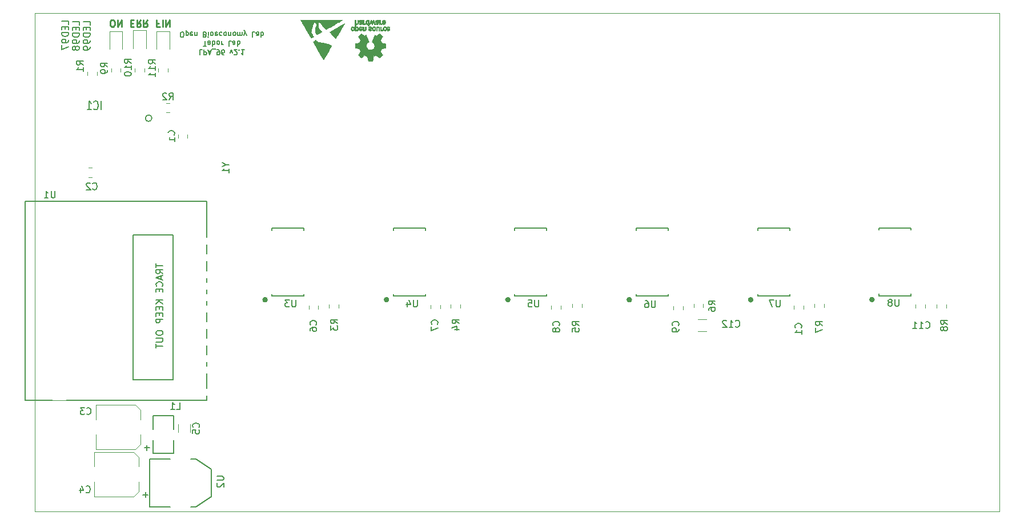
<source format=gbr>
G04 #@! TF.GenerationSoftware,KiCad,Pcbnew,(5.1.4)-1*
G04 #@! TF.CreationDate,2019-09-05T13:30:01+01:00*
G04 #@! TF.ProjectId,lpa96,6c706139-362e-46b6-9963-61645f706362,2.1*
G04 #@! TF.SameCoordinates,Original*
G04 #@! TF.FileFunction,Legend,Bot*
G04 #@! TF.FilePolarity,Positive*
%FSLAX46Y46*%
G04 Gerber Fmt 4.6, Leading zero omitted, Abs format (unit mm)*
G04 Created by KiCad (PCBNEW (5.1.4)-1) date 2019-09-05 13:30:01*
%MOMM*%
%LPD*%
G04 APERTURE LIST*
%ADD10C,0.250000*%
%ADD11C,0.187500*%
%ADD12C,0.100000*%
%ADD13C,0.010000*%
%ADD14C,0.150000*%
%ADD15C,0.400000*%
%ADD16C,0.152400*%
%ADD17C,0.203200*%
%ADD18C,0.120000*%
%ADD19R,2.894000X1.878000*%
%ADD20R,2.500000X6.270001*%
%ADD21R,1.765199X0.464800*%
%ADD22R,2.098980X0.549580*%
%ADD23R,0.549580X2.098980*%
%ADD24R,2.400000X2.400000*%
%ADD25C,2.600000*%
%ADD26R,1.624000X1.624000*%
%ADD27C,1.624000*%
%ADD28R,1.600000X1.100000*%
%ADD29R,2.100000X1.300000*%
%ADD30C,1.700000*%
%ADD31R,2.132000X3.757600*%
%ADD32R,2.132000X1.116000*%
%ADD33R,4.200000X0.800000*%
%ADD34R,4.200000X1.100000*%
%ADD35R,3.600000X1.700000*%
%ADD36C,1.075000*%
%ADD37C,1.350000*%
%ADD38C,4.164000*%
G04 APERTURE END LIST*
D10*
X81185714Y-96071428D02*
X81519047Y-96071428D01*
X81661904Y-95547619D02*
X81185714Y-95547619D01*
X81185714Y-96547619D01*
X81661904Y-96547619D01*
X82661904Y-95547619D02*
X82328571Y-96023809D01*
X82090476Y-95547619D02*
X82090476Y-96547619D01*
X82471428Y-96547619D01*
X82566666Y-96500000D01*
X82614285Y-96452380D01*
X82661904Y-96357142D01*
X82661904Y-96214285D01*
X82614285Y-96119047D01*
X82566666Y-96071428D01*
X82471428Y-96023809D01*
X82090476Y-96023809D01*
X83661904Y-95547619D02*
X83328571Y-96023809D01*
X83090476Y-95547619D02*
X83090476Y-96547619D01*
X83471428Y-96547619D01*
X83566666Y-96500000D01*
X83614285Y-96452380D01*
X83661904Y-96357142D01*
X83661904Y-96214285D01*
X83614285Y-96119047D01*
X83566666Y-96071428D01*
X83471428Y-96023809D01*
X83090476Y-96023809D01*
X78380952Y-96547619D02*
X78571428Y-96547619D01*
X78666666Y-96500000D01*
X78761904Y-96404761D01*
X78809523Y-96214285D01*
X78809523Y-95880952D01*
X78761904Y-95690476D01*
X78666666Y-95595238D01*
X78571428Y-95547619D01*
X78380952Y-95547619D01*
X78285714Y-95595238D01*
X78190476Y-95690476D01*
X78142857Y-95880952D01*
X78142857Y-96214285D01*
X78190476Y-96404761D01*
X78285714Y-96500000D01*
X78380952Y-96547619D01*
X79238095Y-95547619D02*
X79238095Y-96547619D01*
X79809523Y-95547619D01*
X79809523Y-96547619D01*
X85380952Y-96071428D02*
X85047619Y-96071428D01*
X85047619Y-95547619D02*
X85047619Y-96547619D01*
X85523809Y-96547619D01*
X85904761Y-95547619D02*
X85904761Y-96547619D01*
X86380952Y-95547619D02*
X86380952Y-96547619D01*
X86952380Y-95547619D01*
X86952380Y-96547619D01*
D11*
X91771428Y-99973214D02*
X91414285Y-99973214D01*
X91414285Y-100723214D01*
X92021428Y-99973214D02*
X92021428Y-100723214D01*
X92307142Y-100723214D01*
X92378571Y-100687500D01*
X92414285Y-100651785D01*
X92450000Y-100580357D01*
X92450000Y-100473214D01*
X92414285Y-100401785D01*
X92378571Y-100366071D01*
X92307142Y-100330357D01*
X92021428Y-100330357D01*
X92735714Y-100187500D02*
X93092857Y-100187500D01*
X92664285Y-99973214D02*
X92914285Y-100723214D01*
X93164285Y-99973214D01*
X93235714Y-99901785D02*
X93807142Y-99901785D01*
X94021428Y-99973214D02*
X94164285Y-99973214D01*
X94235714Y-100008928D01*
X94271428Y-100044642D01*
X94342857Y-100151785D01*
X94378571Y-100294642D01*
X94378571Y-100580357D01*
X94342857Y-100651785D01*
X94307142Y-100687500D01*
X94235714Y-100723214D01*
X94092857Y-100723214D01*
X94021428Y-100687500D01*
X93985714Y-100651785D01*
X93950000Y-100580357D01*
X93950000Y-100401785D01*
X93985714Y-100330357D01*
X94021428Y-100294642D01*
X94092857Y-100258928D01*
X94235714Y-100258928D01*
X94307142Y-100294642D01*
X94342857Y-100330357D01*
X94378571Y-100401785D01*
X95021428Y-100723214D02*
X94878571Y-100723214D01*
X94807142Y-100687500D01*
X94771428Y-100651785D01*
X94700000Y-100544642D01*
X94664285Y-100401785D01*
X94664285Y-100116071D01*
X94700000Y-100044642D01*
X94735714Y-100008928D01*
X94807142Y-99973214D01*
X94950000Y-99973214D01*
X95021428Y-100008928D01*
X95057142Y-100044642D01*
X95092857Y-100116071D01*
X95092857Y-100294642D01*
X95057142Y-100366071D01*
X95021428Y-100401785D01*
X94950000Y-100437500D01*
X94807142Y-100437500D01*
X94735714Y-100401785D01*
X94700000Y-100366071D01*
X94664285Y-100294642D01*
X95914285Y-100473214D02*
X96092857Y-99973214D01*
X96271428Y-100473214D01*
X96521428Y-100651785D02*
X96557142Y-100687500D01*
X96628571Y-100723214D01*
X96807142Y-100723214D01*
X96878571Y-100687500D01*
X96914285Y-100651785D01*
X96950000Y-100580357D01*
X96950000Y-100508928D01*
X96914285Y-100401785D01*
X96485714Y-99973214D01*
X96950000Y-99973214D01*
X97271428Y-100044642D02*
X97307142Y-100008928D01*
X97271428Y-99973214D01*
X97235714Y-100008928D01*
X97271428Y-100044642D01*
X97271428Y-99973214D01*
X98021428Y-99973214D02*
X97592857Y-99973214D01*
X97807142Y-99973214D02*
X97807142Y-100723214D01*
X97735714Y-100616071D01*
X97664285Y-100544642D01*
X97592857Y-100508928D01*
X91967857Y-99410714D02*
X92396428Y-99410714D01*
X92182142Y-98660714D02*
X92182142Y-99410714D01*
X92967857Y-98660714D02*
X92967857Y-99053571D01*
X92932142Y-99125000D01*
X92860714Y-99160714D01*
X92717857Y-99160714D01*
X92646428Y-99125000D01*
X92967857Y-98696428D02*
X92896428Y-98660714D01*
X92717857Y-98660714D01*
X92646428Y-98696428D01*
X92610714Y-98767857D01*
X92610714Y-98839285D01*
X92646428Y-98910714D01*
X92717857Y-98946428D01*
X92896428Y-98946428D01*
X92967857Y-98982142D01*
X93325000Y-98660714D02*
X93325000Y-99410714D01*
X93325000Y-99125000D02*
X93396428Y-99160714D01*
X93539285Y-99160714D01*
X93610714Y-99125000D01*
X93646428Y-99089285D01*
X93682142Y-99017857D01*
X93682142Y-98803571D01*
X93646428Y-98732142D01*
X93610714Y-98696428D01*
X93539285Y-98660714D01*
X93396428Y-98660714D01*
X93325000Y-98696428D01*
X94110714Y-98660714D02*
X94039285Y-98696428D01*
X94003571Y-98732142D01*
X93967857Y-98803571D01*
X93967857Y-99017857D01*
X94003571Y-99089285D01*
X94039285Y-99125000D01*
X94110714Y-99160714D01*
X94217857Y-99160714D01*
X94289285Y-99125000D01*
X94325000Y-99089285D01*
X94360714Y-99017857D01*
X94360714Y-98803571D01*
X94325000Y-98732142D01*
X94289285Y-98696428D01*
X94217857Y-98660714D01*
X94110714Y-98660714D01*
X94682142Y-98660714D02*
X94682142Y-99160714D01*
X94682142Y-99017857D02*
X94717857Y-99089285D01*
X94753571Y-99125000D01*
X94825000Y-99160714D01*
X94896428Y-99160714D01*
X96075000Y-98660714D02*
X95717857Y-98660714D01*
X95717857Y-99410714D01*
X96646428Y-98660714D02*
X96646428Y-99053571D01*
X96610714Y-99125000D01*
X96539285Y-99160714D01*
X96396428Y-99160714D01*
X96325000Y-99125000D01*
X96646428Y-98696428D02*
X96575000Y-98660714D01*
X96396428Y-98660714D01*
X96325000Y-98696428D01*
X96289285Y-98767857D01*
X96289285Y-98839285D01*
X96325000Y-98910714D01*
X96396428Y-98946428D01*
X96575000Y-98946428D01*
X96646428Y-98982142D01*
X97003571Y-98660714D02*
X97003571Y-99410714D01*
X97003571Y-99125000D02*
X97075000Y-99160714D01*
X97217857Y-99160714D01*
X97289285Y-99125000D01*
X97325000Y-99089285D01*
X97360714Y-99017857D01*
X97360714Y-98803571D01*
X97325000Y-98732142D01*
X97289285Y-98696428D01*
X97217857Y-98660714D01*
X97075000Y-98660714D01*
X97003571Y-98696428D01*
X88735714Y-98098214D02*
X88878571Y-98098214D01*
X88950000Y-98062500D01*
X89021428Y-97991071D01*
X89057142Y-97848214D01*
X89057142Y-97598214D01*
X89021428Y-97455357D01*
X88950000Y-97383928D01*
X88878571Y-97348214D01*
X88735714Y-97348214D01*
X88664285Y-97383928D01*
X88592857Y-97455357D01*
X88557142Y-97598214D01*
X88557142Y-97848214D01*
X88592857Y-97991071D01*
X88664285Y-98062500D01*
X88735714Y-98098214D01*
X89378571Y-97848214D02*
X89378571Y-97098214D01*
X89378571Y-97812500D02*
X89450000Y-97848214D01*
X89592857Y-97848214D01*
X89664285Y-97812500D01*
X89700000Y-97776785D01*
X89735714Y-97705357D01*
X89735714Y-97491071D01*
X89700000Y-97419642D01*
X89664285Y-97383928D01*
X89592857Y-97348214D01*
X89450000Y-97348214D01*
X89378571Y-97383928D01*
X90342857Y-97383928D02*
X90271428Y-97348214D01*
X90128571Y-97348214D01*
X90057142Y-97383928D01*
X90021428Y-97455357D01*
X90021428Y-97741071D01*
X90057142Y-97812500D01*
X90128571Y-97848214D01*
X90271428Y-97848214D01*
X90342857Y-97812500D01*
X90378571Y-97741071D01*
X90378571Y-97669642D01*
X90021428Y-97598214D01*
X90700000Y-97848214D02*
X90700000Y-97348214D01*
X90700000Y-97776785D02*
X90735714Y-97812500D01*
X90807142Y-97848214D01*
X90914285Y-97848214D01*
X90985714Y-97812500D01*
X91021428Y-97741071D01*
X91021428Y-97348214D01*
X92200000Y-97741071D02*
X92307142Y-97705357D01*
X92342857Y-97669642D01*
X92378571Y-97598214D01*
X92378571Y-97491071D01*
X92342857Y-97419642D01*
X92307142Y-97383928D01*
X92235714Y-97348214D01*
X91950000Y-97348214D01*
X91950000Y-98098214D01*
X92200000Y-98098214D01*
X92271428Y-98062500D01*
X92307142Y-98026785D01*
X92342857Y-97955357D01*
X92342857Y-97883928D01*
X92307142Y-97812500D01*
X92271428Y-97776785D01*
X92200000Y-97741071D01*
X91950000Y-97741071D01*
X92700000Y-97348214D02*
X92700000Y-97848214D01*
X92700000Y-98098214D02*
X92664285Y-98062500D01*
X92700000Y-98026785D01*
X92735714Y-98062500D01*
X92700000Y-98098214D01*
X92700000Y-98026785D01*
X93164285Y-97348214D02*
X93092857Y-97383928D01*
X93057142Y-97419642D01*
X93021428Y-97491071D01*
X93021428Y-97705357D01*
X93057142Y-97776785D01*
X93092857Y-97812500D01*
X93164285Y-97848214D01*
X93271428Y-97848214D01*
X93342857Y-97812500D01*
X93378571Y-97776785D01*
X93414285Y-97705357D01*
X93414285Y-97491071D01*
X93378571Y-97419642D01*
X93342857Y-97383928D01*
X93271428Y-97348214D01*
X93164285Y-97348214D01*
X94021428Y-97383928D02*
X93950000Y-97348214D01*
X93807142Y-97348214D01*
X93735714Y-97383928D01*
X93700000Y-97455357D01*
X93700000Y-97741071D01*
X93735714Y-97812500D01*
X93807142Y-97848214D01*
X93950000Y-97848214D01*
X94021428Y-97812500D01*
X94057142Y-97741071D01*
X94057142Y-97669642D01*
X93700000Y-97598214D01*
X94700000Y-97383928D02*
X94628571Y-97348214D01*
X94485714Y-97348214D01*
X94414285Y-97383928D01*
X94378571Y-97419642D01*
X94342857Y-97491071D01*
X94342857Y-97705357D01*
X94378571Y-97776785D01*
X94414285Y-97812500D01*
X94485714Y-97848214D01*
X94628571Y-97848214D01*
X94700000Y-97812500D01*
X95128571Y-97348214D02*
X95057142Y-97383928D01*
X95021428Y-97419642D01*
X94985714Y-97491071D01*
X94985714Y-97705357D01*
X95021428Y-97776785D01*
X95057142Y-97812500D01*
X95128571Y-97848214D01*
X95235714Y-97848214D01*
X95307142Y-97812500D01*
X95342857Y-97776785D01*
X95378571Y-97705357D01*
X95378571Y-97491071D01*
X95342857Y-97419642D01*
X95307142Y-97383928D01*
X95235714Y-97348214D01*
X95128571Y-97348214D01*
X95700000Y-97848214D02*
X95700000Y-97348214D01*
X95700000Y-97776785D02*
X95735714Y-97812500D01*
X95807142Y-97848214D01*
X95914285Y-97848214D01*
X95985714Y-97812500D01*
X96021428Y-97741071D01*
X96021428Y-97348214D01*
X96485714Y-97348214D02*
X96414285Y-97383928D01*
X96378571Y-97419642D01*
X96342857Y-97491071D01*
X96342857Y-97705357D01*
X96378571Y-97776785D01*
X96414285Y-97812500D01*
X96485714Y-97848214D01*
X96592857Y-97848214D01*
X96664285Y-97812500D01*
X96700000Y-97776785D01*
X96735714Y-97705357D01*
X96735714Y-97491071D01*
X96700000Y-97419642D01*
X96664285Y-97383928D01*
X96592857Y-97348214D01*
X96485714Y-97348214D01*
X97057142Y-97348214D02*
X97057142Y-97848214D01*
X97057142Y-97776785D02*
X97092857Y-97812500D01*
X97164285Y-97848214D01*
X97271428Y-97848214D01*
X97342857Y-97812500D01*
X97378571Y-97741071D01*
X97378571Y-97348214D01*
X97378571Y-97741071D02*
X97414285Y-97812500D01*
X97485714Y-97848214D01*
X97592857Y-97848214D01*
X97664285Y-97812500D01*
X97700000Y-97741071D01*
X97700000Y-97348214D01*
X97985714Y-97848214D02*
X98164285Y-97348214D01*
X98342857Y-97848214D02*
X98164285Y-97348214D01*
X98092857Y-97169642D01*
X98057142Y-97133928D01*
X97985714Y-97098214D01*
X99557142Y-97348214D02*
X99200000Y-97348214D01*
X99200000Y-98098214D01*
X100128571Y-97348214D02*
X100128571Y-97741071D01*
X100092857Y-97812500D01*
X100021428Y-97848214D01*
X99878571Y-97848214D01*
X99807142Y-97812500D01*
X100128571Y-97383928D02*
X100057142Y-97348214D01*
X99878571Y-97348214D01*
X99807142Y-97383928D01*
X99771428Y-97455357D01*
X99771428Y-97526785D01*
X99807142Y-97598214D01*
X99878571Y-97633928D01*
X100057142Y-97633928D01*
X100128571Y-97669642D01*
X100485714Y-97348214D02*
X100485714Y-98098214D01*
X100485714Y-97812500D02*
X100557142Y-97848214D01*
X100700000Y-97848214D01*
X100771428Y-97812500D01*
X100807142Y-97776785D01*
X100842857Y-97705357D01*
X100842857Y-97491071D01*
X100807142Y-97419642D01*
X100771428Y-97383928D01*
X100700000Y-97348214D01*
X100557142Y-97348214D01*
X100485714Y-97383928D01*
D12*
X67000000Y-168500000D02*
X67000000Y-94500000D01*
X210000000Y-168500000D02*
X67000000Y-168500000D01*
X210000000Y-94500000D02*
X210000000Y-168500000D01*
X67000000Y-94500000D02*
X210000000Y-94500000D01*
D13*
G36*
X117076964Y-101309982D02*
G01*
X117133812Y-101008430D01*
X117553338Y-100835488D01*
X117804984Y-101006605D01*
X117875458Y-101054250D01*
X117939163Y-101096790D01*
X117993126Y-101132285D01*
X118034373Y-101158790D01*
X118059934Y-101174364D01*
X118066895Y-101177722D01*
X118079435Y-101169086D01*
X118106231Y-101145208D01*
X118144280Y-101109141D01*
X118190579Y-101063933D01*
X118242123Y-101012636D01*
X118295909Y-100958299D01*
X118348935Y-100903972D01*
X118398195Y-100852705D01*
X118440687Y-100807549D01*
X118473407Y-100771554D01*
X118493351Y-100747770D01*
X118498119Y-100739810D01*
X118491257Y-100725135D01*
X118472020Y-100692986D01*
X118442430Y-100646508D01*
X118404510Y-100588844D01*
X118360282Y-100523140D01*
X118334654Y-100485664D01*
X118287941Y-100417232D01*
X118246432Y-100355480D01*
X118212140Y-100303481D01*
X118187080Y-100264308D01*
X118173264Y-100241035D01*
X118171188Y-100236145D01*
X118175895Y-100222245D01*
X118188723Y-100189850D01*
X118207738Y-100143515D01*
X118231003Y-100087794D01*
X118256584Y-100027242D01*
X118282545Y-99966414D01*
X118306950Y-99909864D01*
X118327863Y-99862148D01*
X118343349Y-99827819D01*
X118351472Y-99811432D01*
X118351952Y-99810788D01*
X118364707Y-99807659D01*
X118398677Y-99800679D01*
X118450340Y-99790533D01*
X118516176Y-99777908D01*
X118592664Y-99763491D01*
X118637290Y-99755177D01*
X118719021Y-99739616D01*
X118792843Y-99724808D01*
X118855021Y-99711564D01*
X118901822Y-99700695D01*
X118929509Y-99693011D01*
X118935074Y-99690573D01*
X118940526Y-99674070D01*
X118944924Y-99636800D01*
X118948272Y-99583120D01*
X118950574Y-99517388D01*
X118951832Y-99443963D01*
X118952048Y-99367204D01*
X118951227Y-99291468D01*
X118949371Y-99221114D01*
X118946482Y-99160500D01*
X118942565Y-99113984D01*
X118937622Y-99085925D01*
X118934657Y-99080084D01*
X118916934Y-99073083D01*
X118879381Y-99063073D01*
X118826964Y-99051231D01*
X118764652Y-99038733D01*
X118742900Y-99034690D01*
X118638024Y-99015480D01*
X118555180Y-99000009D01*
X118491630Y-98987663D01*
X118444637Y-98977827D01*
X118411463Y-98969886D01*
X118389371Y-98963224D01*
X118375624Y-98957227D01*
X118367484Y-98951281D01*
X118366345Y-98950106D01*
X118354977Y-98931174D01*
X118337635Y-98894331D01*
X118316050Y-98844087D01*
X118291954Y-98784954D01*
X118267079Y-98721444D01*
X118243157Y-98658068D01*
X118221919Y-98599338D01*
X118205097Y-98549765D01*
X118194422Y-98513861D01*
X118191627Y-98496138D01*
X118191860Y-98495517D01*
X118201331Y-98481030D01*
X118222818Y-98449156D01*
X118254063Y-98403211D01*
X118292807Y-98346515D01*
X118336793Y-98282383D01*
X118349319Y-98264158D01*
X118393984Y-98198086D01*
X118433288Y-98137800D01*
X118465088Y-98086765D01*
X118487245Y-98048440D01*
X118497617Y-98026289D01*
X118498119Y-98023568D01*
X118489405Y-98009264D01*
X118465325Y-97980928D01*
X118428976Y-97941604D01*
X118383453Y-97894339D01*
X118331852Y-97842177D01*
X118277267Y-97788165D01*
X118222794Y-97735347D01*
X118171529Y-97686769D01*
X118126567Y-97645477D01*
X118091004Y-97614515D01*
X118067935Y-97596930D01*
X118061554Y-97594059D01*
X118046699Y-97600822D01*
X118016286Y-97619061D01*
X117975268Y-97645703D01*
X117943709Y-97667148D01*
X117886525Y-97706497D01*
X117818806Y-97752829D01*
X117750880Y-97799087D01*
X117714361Y-97823845D01*
X117590752Y-97907453D01*
X117486991Y-97851350D01*
X117439720Y-97826772D01*
X117399523Y-97807669D01*
X117372326Y-97796773D01*
X117365402Y-97795257D01*
X117357077Y-97806451D01*
X117340654Y-97838083D01*
X117317357Y-97887235D01*
X117288414Y-97950990D01*
X117255050Y-98026429D01*
X117218491Y-98110636D01*
X117179964Y-98200692D01*
X117140694Y-98293679D01*
X117101908Y-98386680D01*
X117064830Y-98476777D01*
X117030689Y-98561052D01*
X117000708Y-98636587D01*
X116976116Y-98700466D01*
X116958136Y-98749769D01*
X116947997Y-98781579D01*
X116946366Y-98792504D01*
X116959291Y-98806439D01*
X116987589Y-98829060D01*
X117025346Y-98855667D01*
X117028515Y-98857772D01*
X117126100Y-98935886D01*
X117204786Y-99027018D01*
X117263891Y-99128255D01*
X117302732Y-99236682D01*
X117320628Y-99349386D01*
X117316897Y-99463452D01*
X117290857Y-99575966D01*
X117241825Y-99684015D01*
X117227400Y-99707655D01*
X117152369Y-99803113D01*
X117063730Y-99879768D01*
X116964549Y-99937220D01*
X116857895Y-99975071D01*
X116746836Y-99992922D01*
X116634439Y-99990375D01*
X116523773Y-99967030D01*
X116417906Y-99922490D01*
X116319905Y-99856355D01*
X116289590Y-99829513D01*
X116212438Y-99745488D01*
X116156218Y-99657034D01*
X116117653Y-99557885D01*
X116096174Y-99459697D01*
X116090872Y-99349303D01*
X116108552Y-99238360D01*
X116147419Y-99130619D01*
X116205677Y-99029831D01*
X116281531Y-98939744D01*
X116373183Y-98864108D01*
X116385228Y-98856136D01*
X116423389Y-98830026D01*
X116452399Y-98807405D01*
X116466268Y-98792961D01*
X116466469Y-98792504D01*
X116463492Y-98776879D01*
X116451689Y-98741418D01*
X116432286Y-98689038D01*
X116406512Y-98622655D01*
X116375591Y-98545186D01*
X116340751Y-98459550D01*
X116303217Y-98368663D01*
X116264217Y-98275441D01*
X116224977Y-98182803D01*
X116186724Y-98093665D01*
X116150683Y-98010945D01*
X116118083Y-97937559D01*
X116090148Y-97876425D01*
X116068105Y-97830459D01*
X116053182Y-97802579D01*
X116047172Y-97795257D01*
X116028809Y-97800959D01*
X115994448Y-97816251D01*
X115950016Y-97838401D01*
X115925583Y-97851350D01*
X115821822Y-97907453D01*
X115698213Y-97823845D01*
X115635114Y-97781013D01*
X115566030Y-97733878D01*
X115501293Y-97689497D01*
X115468866Y-97667148D01*
X115423259Y-97636523D01*
X115384640Y-97612253D01*
X115358048Y-97597413D01*
X115349410Y-97594276D01*
X115336839Y-97602739D01*
X115309016Y-97626364D01*
X115268639Y-97662698D01*
X115218405Y-97709289D01*
X115161012Y-97763683D01*
X115124714Y-97798608D01*
X115061210Y-97861004D01*
X115006327Y-97916812D01*
X114962286Y-97963646D01*
X114931305Y-97999118D01*
X114915602Y-98020839D01*
X114914095Y-98025248D01*
X114921086Y-98042015D01*
X114940406Y-98075918D01*
X114969909Y-98123524D01*
X115007455Y-98181401D01*
X115050900Y-98246116D01*
X115063255Y-98264158D01*
X115108273Y-98329733D01*
X115148660Y-98388772D01*
X115182160Y-98437958D01*
X115206514Y-98473972D01*
X115219464Y-98493498D01*
X115220715Y-98495517D01*
X115218844Y-98511078D01*
X115208913Y-98545291D01*
X115192653Y-98593645D01*
X115171795Y-98651629D01*
X115148073Y-98714730D01*
X115123216Y-98778437D01*
X115098958Y-98838239D01*
X115077029Y-98889624D01*
X115059162Y-98928081D01*
X115047087Y-98949098D01*
X115046229Y-98950106D01*
X115038846Y-98956112D01*
X115026375Y-98962052D01*
X115006080Y-98968540D01*
X114975222Y-98976191D01*
X114931066Y-98985620D01*
X114870874Y-98997441D01*
X114791907Y-99012271D01*
X114691430Y-99030723D01*
X114669675Y-99034690D01*
X114605198Y-99047147D01*
X114548989Y-99059334D01*
X114506013Y-99070074D01*
X114481240Y-99078191D01*
X114477918Y-99080084D01*
X114472444Y-99096862D01*
X114467994Y-99134355D01*
X114464572Y-99188206D01*
X114462181Y-99254056D01*
X114460823Y-99327547D01*
X114460501Y-99404320D01*
X114461219Y-99480017D01*
X114462979Y-99550280D01*
X114465784Y-99610750D01*
X114469638Y-99657070D01*
X114474543Y-99684881D01*
X114477500Y-99690573D01*
X114493963Y-99696314D01*
X114531449Y-99705655D01*
X114586225Y-99717785D01*
X114654555Y-99731893D01*
X114732706Y-99747170D01*
X114775284Y-99755177D01*
X114856071Y-99770279D01*
X114928113Y-99783960D01*
X114987889Y-99795533D01*
X115031879Y-99804313D01*
X115056561Y-99809613D01*
X115060623Y-99810788D01*
X115067489Y-99824035D01*
X115082002Y-99855943D01*
X115102229Y-99901953D01*
X115126234Y-99957508D01*
X115152082Y-100018047D01*
X115177840Y-100079014D01*
X115201573Y-100135849D01*
X115221346Y-100183994D01*
X115235224Y-100218890D01*
X115241274Y-100235979D01*
X115241386Y-100236726D01*
X115234528Y-100250207D01*
X115215302Y-100281230D01*
X115185728Y-100326711D01*
X115147827Y-100383568D01*
X115103620Y-100448717D01*
X115077921Y-100486138D01*
X115031093Y-100554753D01*
X114989501Y-100617048D01*
X114955175Y-100669871D01*
X114930143Y-100710073D01*
X114916435Y-100734500D01*
X114914456Y-100739976D01*
X114922966Y-100752722D01*
X114946493Y-100779937D01*
X114982032Y-100818572D01*
X115026577Y-100865577D01*
X115077123Y-100917905D01*
X115130664Y-100972505D01*
X115184195Y-101026330D01*
X115234711Y-101076330D01*
X115279206Y-101119457D01*
X115314675Y-101152661D01*
X115338113Y-101172894D01*
X115345954Y-101177722D01*
X115358720Y-101170933D01*
X115389256Y-101151858D01*
X115434590Y-101122439D01*
X115491756Y-101084619D01*
X115557784Y-101040339D01*
X115607590Y-101006605D01*
X115859236Y-100835488D01*
X116068999Y-100921959D01*
X116278763Y-101008430D01*
X116335611Y-101309982D01*
X116392460Y-101611534D01*
X117020115Y-101611534D01*
X117076964Y-101309982D01*
X117076964Y-101309982D01*
G37*
X117076964Y-101309982D02*
X117133812Y-101008430D01*
X117553338Y-100835488D01*
X117804984Y-101006605D01*
X117875458Y-101054250D01*
X117939163Y-101096790D01*
X117993126Y-101132285D01*
X118034373Y-101158790D01*
X118059934Y-101174364D01*
X118066895Y-101177722D01*
X118079435Y-101169086D01*
X118106231Y-101145208D01*
X118144280Y-101109141D01*
X118190579Y-101063933D01*
X118242123Y-101012636D01*
X118295909Y-100958299D01*
X118348935Y-100903972D01*
X118398195Y-100852705D01*
X118440687Y-100807549D01*
X118473407Y-100771554D01*
X118493351Y-100747770D01*
X118498119Y-100739810D01*
X118491257Y-100725135D01*
X118472020Y-100692986D01*
X118442430Y-100646508D01*
X118404510Y-100588844D01*
X118360282Y-100523140D01*
X118334654Y-100485664D01*
X118287941Y-100417232D01*
X118246432Y-100355480D01*
X118212140Y-100303481D01*
X118187080Y-100264308D01*
X118173264Y-100241035D01*
X118171188Y-100236145D01*
X118175895Y-100222245D01*
X118188723Y-100189850D01*
X118207738Y-100143515D01*
X118231003Y-100087794D01*
X118256584Y-100027242D01*
X118282545Y-99966414D01*
X118306950Y-99909864D01*
X118327863Y-99862148D01*
X118343349Y-99827819D01*
X118351472Y-99811432D01*
X118351952Y-99810788D01*
X118364707Y-99807659D01*
X118398677Y-99800679D01*
X118450340Y-99790533D01*
X118516176Y-99777908D01*
X118592664Y-99763491D01*
X118637290Y-99755177D01*
X118719021Y-99739616D01*
X118792843Y-99724808D01*
X118855021Y-99711564D01*
X118901822Y-99700695D01*
X118929509Y-99693011D01*
X118935074Y-99690573D01*
X118940526Y-99674070D01*
X118944924Y-99636800D01*
X118948272Y-99583120D01*
X118950574Y-99517388D01*
X118951832Y-99443963D01*
X118952048Y-99367204D01*
X118951227Y-99291468D01*
X118949371Y-99221114D01*
X118946482Y-99160500D01*
X118942565Y-99113984D01*
X118937622Y-99085925D01*
X118934657Y-99080084D01*
X118916934Y-99073083D01*
X118879381Y-99063073D01*
X118826964Y-99051231D01*
X118764652Y-99038733D01*
X118742900Y-99034690D01*
X118638024Y-99015480D01*
X118555180Y-99000009D01*
X118491630Y-98987663D01*
X118444637Y-98977827D01*
X118411463Y-98969886D01*
X118389371Y-98963224D01*
X118375624Y-98957227D01*
X118367484Y-98951281D01*
X118366345Y-98950106D01*
X118354977Y-98931174D01*
X118337635Y-98894331D01*
X118316050Y-98844087D01*
X118291954Y-98784954D01*
X118267079Y-98721444D01*
X118243157Y-98658068D01*
X118221919Y-98599338D01*
X118205097Y-98549765D01*
X118194422Y-98513861D01*
X118191627Y-98496138D01*
X118191860Y-98495517D01*
X118201331Y-98481030D01*
X118222818Y-98449156D01*
X118254063Y-98403211D01*
X118292807Y-98346515D01*
X118336793Y-98282383D01*
X118349319Y-98264158D01*
X118393984Y-98198086D01*
X118433288Y-98137800D01*
X118465088Y-98086765D01*
X118487245Y-98048440D01*
X118497617Y-98026289D01*
X118498119Y-98023568D01*
X118489405Y-98009264D01*
X118465325Y-97980928D01*
X118428976Y-97941604D01*
X118383453Y-97894339D01*
X118331852Y-97842177D01*
X118277267Y-97788165D01*
X118222794Y-97735347D01*
X118171529Y-97686769D01*
X118126567Y-97645477D01*
X118091004Y-97614515D01*
X118067935Y-97596930D01*
X118061554Y-97594059D01*
X118046699Y-97600822D01*
X118016286Y-97619061D01*
X117975268Y-97645703D01*
X117943709Y-97667148D01*
X117886525Y-97706497D01*
X117818806Y-97752829D01*
X117750880Y-97799087D01*
X117714361Y-97823845D01*
X117590752Y-97907453D01*
X117486991Y-97851350D01*
X117439720Y-97826772D01*
X117399523Y-97807669D01*
X117372326Y-97796773D01*
X117365402Y-97795257D01*
X117357077Y-97806451D01*
X117340654Y-97838083D01*
X117317357Y-97887235D01*
X117288414Y-97950990D01*
X117255050Y-98026429D01*
X117218491Y-98110636D01*
X117179964Y-98200692D01*
X117140694Y-98293679D01*
X117101908Y-98386680D01*
X117064830Y-98476777D01*
X117030689Y-98561052D01*
X117000708Y-98636587D01*
X116976116Y-98700466D01*
X116958136Y-98749769D01*
X116947997Y-98781579D01*
X116946366Y-98792504D01*
X116959291Y-98806439D01*
X116987589Y-98829060D01*
X117025346Y-98855667D01*
X117028515Y-98857772D01*
X117126100Y-98935886D01*
X117204786Y-99027018D01*
X117263891Y-99128255D01*
X117302732Y-99236682D01*
X117320628Y-99349386D01*
X117316897Y-99463452D01*
X117290857Y-99575966D01*
X117241825Y-99684015D01*
X117227400Y-99707655D01*
X117152369Y-99803113D01*
X117063730Y-99879768D01*
X116964549Y-99937220D01*
X116857895Y-99975071D01*
X116746836Y-99992922D01*
X116634439Y-99990375D01*
X116523773Y-99967030D01*
X116417906Y-99922490D01*
X116319905Y-99856355D01*
X116289590Y-99829513D01*
X116212438Y-99745488D01*
X116156218Y-99657034D01*
X116117653Y-99557885D01*
X116096174Y-99459697D01*
X116090872Y-99349303D01*
X116108552Y-99238360D01*
X116147419Y-99130619D01*
X116205677Y-99029831D01*
X116281531Y-98939744D01*
X116373183Y-98864108D01*
X116385228Y-98856136D01*
X116423389Y-98830026D01*
X116452399Y-98807405D01*
X116466268Y-98792961D01*
X116466469Y-98792504D01*
X116463492Y-98776879D01*
X116451689Y-98741418D01*
X116432286Y-98689038D01*
X116406512Y-98622655D01*
X116375591Y-98545186D01*
X116340751Y-98459550D01*
X116303217Y-98368663D01*
X116264217Y-98275441D01*
X116224977Y-98182803D01*
X116186724Y-98093665D01*
X116150683Y-98010945D01*
X116118083Y-97937559D01*
X116090148Y-97876425D01*
X116068105Y-97830459D01*
X116053182Y-97802579D01*
X116047172Y-97795257D01*
X116028809Y-97800959D01*
X115994448Y-97816251D01*
X115950016Y-97838401D01*
X115925583Y-97851350D01*
X115821822Y-97907453D01*
X115698213Y-97823845D01*
X115635114Y-97781013D01*
X115566030Y-97733878D01*
X115501293Y-97689497D01*
X115468866Y-97667148D01*
X115423259Y-97636523D01*
X115384640Y-97612253D01*
X115358048Y-97597413D01*
X115349410Y-97594276D01*
X115336839Y-97602739D01*
X115309016Y-97626364D01*
X115268639Y-97662698D01*
X115218405Y-97709289D01*
X115161012Y-97763683D01*
X115124714Y-97798608D01*
X115061210Y-97861004D01*
X115006327Y-97916812D01*
X114962286Y-97963646D01*
X114931305Y-97999118D01*
X114915602Y-98020839D01*
X114914095Y-98025248D01*
X114921086Y-98042015D01*
X114940406Y-98075918D01*
X114969909Y-98123524D01*
X115007455Y-98181401D01*
X115050900Y-98246116D01*
X115063255Y-98264158D01*
X115108273Y-98329733D01*
X115148660Y-98388772D01*
X115182160Y-98437958D01*
X115206514Y-98473972D01*
X115219464Y-98493498D01*
X115220715Y-98495517D01*
X115218844Y-98511078D01*
X115208913Y-98545291D01*
X115192653Y-98593645D01*
X115171795Y-98651629D01*
X115148073Y-98714730D01*
X115123216Y-98778437D01*
X115098958Y-98838239D01*
X115077029Y-98889624D01*
X115059162Y-98928081D01*
X115047087Y-98949098D01*
X115046229Y-98950106D01*
X115038846Y-98956112D01*
X115026375Y-98962052D01*
X115006080Y-98968540D01*
X114975222Y-98976191D01*
X114931066Y-98985620D01*
X114870874Y-98997441D01*
X114791907Y-99012271D01*
X114691430Y-99030723D01*
X114669675Y-99034690D01*
X114605198Y-99047147D01*
X114548989Y-99059334D01*
X114506013Y-99070074D01*
X114481240Y-99078191D01*
X114477918Y-99080084D01*
X114472444Y-99096862D01*
X114467994Y-99134355D01*
X114464572Y-99188206D01*
X114462181Y-99254056D01*
X114460823Y-99327547D01*
X114460501Y-99404320D01*
X114461219Y-99480017D01*
X114462979Y-99550280D01*
X114465784Y-99610750D01*
X114469638Y-99657070D01*
X114474543Y-99684881D01*
X114477500Y-99690573D01*
X114493963Y-99696314D01*
X114531449Y-99705655D01*
X114586225Y-99717785D01*
X114654555Y-99731893D01*
X114732706Y-99747170D01*
X114775284Y-99755177D01*
X114856071Y-99770279D01*
X114928113Y-99783960D01*
X114987889Y-99795533D01*
X115031879Y-99804313D01*
X115056561Y-99809613D01*
X115060623Y-99810788D01*
X115067489Y-99824035D01*
X115082002Y-99855943D01*
X115102229Y-99901953D01*
X115126234Y-99957508D01*
X115152082Y-100018047D01*
X115177840Y-100079014D01*
X115201573Y-100135849D01*
X115221346Y-100183994D01*
X115235224Y-100218890D01*
X115241274Y-100235979D01*
X115241386Y-100236726D01*
X115234528Y-100250207D01*
X115215302Y-100281230D01*
X115185728Y-100326711D01*
X115147827Y-100383568D01*
X115103620Y-100448717D01*
X115077921Y-100486138D01*
X115031093Y-100554753D01*
X114989501Y-100617048D01*
X114955175Y-100669871D01*
X114930143Y-100710073D01*
X114916435Y-100734500D01*
X114914456Y-100739976D01*
X114922966Y-100752722D01*
X114946493Y-100779937D01*
X114982032Y-100818572D01*
X115026577Y-100865577D01*
X115077123Y-100917905D01*
X115130664Y-100972505D01*
X115184195Y-101026330D01*
X115234711Y-101076330D01*
X115279206Y-101119457D01*
X115314675Y-101152661D01*
X115338113Y-101172894D01*
X115345954Y-101177722D01*
X115358720Y-101170933D01*
X115389256Y-101151858D01*
X115434590Y-101122439D01*
X115491756Y-101084619D01*
X115557784Y-101040339D01*
X115607590Y-101006605D01*
X115859236Y-100835488D01*
X116068999Y-100921959D01*
X116278763Y-101008430D01*
X116335611Y-101309982D01*
X116392460Y-101611534D01*
X117020115Y-101611534D01*
X117076964Y-101309982D01*
G36*
X118499460Y-97141970D02*
G01*
X118542711Y-97128755D01*
X118570558Y-97112059D01*
X118579629Y-97098855D01*
X118577132Y-97083203D01*
X118560931Y-97058615D01*
X118547232Y-97041200D01*
X118518992Y-97009717D01*
X118497775Y-96996471D01*
X118479688Y-96997336D01*
X118426035Y-97010990D01*
X118386630Y-97010370D01*
X118354632Y-96994896D01*
X118343890Y-96985839D01*
X118309505Y-96953973D01*
X118309505Y-96537821D01*
X118171188Y-96537821D01*
X118171188Y-97141386D01*
X118240347Y-97141386D01*
X118281869Y-97139744D01*
X118303291Y-97133913D01*
X118309502Y-97122539D01*
X118309505Y-97122202D01*
X118312439Y-97110287D01*
X118325704Y-97111841D01*
X118344084Y-97120437D01*
X118382046Y-97136432D01*
X118412872Y-97146055D01*
X118452536Y-97148522D01*
X118499460Y-97141970D01*
X118499460Y-97141970D01*
G37*
X118499460Y-97141970D02*
X118542711Y-97128755D01*
X118570558Y-97112059D01*
X118579629Y-97098855D01*
X118577132Y-97083203D01*
X118560931Y-97058615D01*
X118547232Y-97041200D01*
X118518992Y-97009717D01*
X118497775Y-96996471D01*
X118479688Y-96997336D01*
X118426035Y-97010990D01*
X118386630Y-97010370D01*
X118354632Y-96994896D01*
X118343890Y-96985839D01*
X118309505Y-96953973D01*
X118309505Y-96537821D01*
X118171188Y-96537821D01*
X118171188Y-97141386D01*
X118240347Y-97141386D01*
X118281869Y-97139744D01*
X118303291Y-97133913D01*
X118309502Y-97122539D01*
X118309505Y-97122202D01*
X118312439Y-97110287D01*
X118325704Y-97111841D01*
X118344084Y-97120437D01*
X118382046Y-97136432D01*
X118412872Y-97146055D01*
X118452536Y-97148522D01*
X118499460Y-97141970D01*
G36*
X115945988Y-97130998D02*
G01*
X115977283Y-97116050D01*
X116007591Y-97094459D01*
X116030682Y-97069609D01*
X116047500Y-97037913D01*
X116058994Y-96995786D01*
X116066109Y-96939642D01*
X116069793Y-96865894D01*
X116070992Y-96770956D01*
X116071011Y-96761015D01*
X116071287Y-96537821D01*
X115932970Y-96537821D01*
X115932970Y-96743582D01*
X115932872Y-96819811D01*
X115932191Y-96875061D01*
X115930349Y-96913499D01*
X115926767Y-96939294D01*
X115920868Y-96956616D01*
X115912073Y-96969632D01*
X115899820Y-96982493D01*
X115856953Y-97010127D01*
X115810157Y-97015255D01*
X115765576Y-96997783D01*
X115750072Y-96984779D01*
X115738690Y-96972553D01*
X115730519Y-96959460D01*
X115725026Y-96941385D01*
X115721680Y-96914213D01*
X115719949Y-96873830D01*
X115719303Y-96816121D01*
X115719208Y-96745868D01*
X115719208Y-96537821D01*
X115580891Y-96537821D01*
X115580891Y-97141386D01*
X115650050Y-97141386D01*
X115691572Y-97139744D01*
X115712994Y-97133913D01*
X115719205Y-97122539D01*
X115719208Y-97122202D01*
X115722090Y-97111062D01*
X115734801Y-97112326D01*
X115760074Y-97124566D01*
X115817395Y-97142576D01*
X115882963Y-97144579D01*
X115945988Y-97130998D01*
X115945988Y-97130998D01*
G37*
X115945988Y-97130998D02*
X115977283Y-97116050D01*
X116007591Y-97094459D01*
X116030682Y-97069609D01*
X116047500Y-97037913D01*
X116058994Y-96995786D01*
X116066109Y-96939642D01*
X116069793Y-96865894D01*
X116070992Y-96770956D01*
X116071011Y-96761015D01*
X116071287Y-96537821D01*
X115932970Y-96537821D01*
X115932970Y-96743582D01*
X115932872Y-96819811D01*
X115932191Y-96875061D01*
X115930349Y-96913499D01*
X115926767Y-96939294D01*
X115920868Y-96956616D01*
X115912073Y-96969632D01*
X115899820Y-96982493D01*
X115856953Y-97010127D01*
X115810157Y-97015255D01*
X115765576Y-96997783D01*
X115750072Y-96984779D01*
X115738690Y-96972553D01*
X115730519Y-96959460D01*
X115725026Y-96941385D01*
X115721680Y-96914213D01*
X115719949Y-96873830D01*
X115719303Y-96816121D01*
X115719208Y-96745868D01*
X115719208Y-96537821D01*
X115580891Y-96537821D01*
X115580891Y-97141386D01*
X115650050Y-97141386D01*
X115691572Y-97139744D01*
X115712994Y-97133913D01*
X115719205Y-97122539D01*
X115719208Y-97122202D01*
X115722090Y-97111062D01*
X115734801Y-97112326D01*
X115760074Y-97124566D01*
X115817395Y-97142576D01*
X115882963Y-97144579D01*
X115945988Y-97130998D01*
G36*
X119377898Y-97143543D02*
G01*
X119410096Y-97135721D01*
X119471825Y-97107079D01*
X119524610Y-97063333D01*
X119561141Y-97010883D01*
X119566160Y-96999107D01*
X119573045Y-96968260D01*
X119577864Y-96922629D01*
X119579505Y-96876508D01*
X119579505Y-96789307D01*
X119397178Y-96789307D01*
X119321979Y-96789022D01*
X119269003Y-96787296D01*
X119235325Y-96782819D01*
X119218020Y-96774280D01*
X119214163Y-96760370D01*
X119220829Y-96739778D01*
X119232770Y-96715685D01*
X119266080Y-96675475D01*
X119312368Y-96655442D01*
X119368944Y-96656095D01*
X119433031Y-96677899D01*
X119488417Y-96704807D01*
X119534375Y-96668468D01*
X119580333Y-96632128D01*
X119537096Y-96592181D01*
X119479374Y-96554437D01*
X119408386Y-96531680D01*
X119332029Y-96525312D01*
X119258199Y-96536732D01*
X119246287Y-96540607D01*
X119181399Y-96574494D01*
X119133130Y-96625014D01*
X119100465Y-96693675D01*
X119082385Y-96781986D01*
X119082175Y-96783879D01*
X119080556Y-96880122D01*
X119087100Y-96914458D01*
X119214852Y-96914458D01*
X119226584Y-96909178D01*
X119258438Y-96905133D01*
X119305397Y-96902824D01*
X119335154Y-96902475D01*
X119390648Y-96902694D01*
X119425346Y-96904084D01*
X119443601Y-96907749D01*
X119449766Y-96914790D01*
X119448195Y-96926310D01*
X119446878Y-96930767D01*
X119424382Y-96972645D01*
X119389003Y-97006396D01*
X119357780Y-97021227D01*
X119316301Y-97020332D01*
X119274269Y-97001836D01*
X119239012Y-96971214D01*
X119217854Y-96933938D01*
X119214852Y-96914458D01*
X119087100Y-96914458D01*
X119096690Y-96964771D01*
X119128698Y-97035809D01*
X119174701Y-97091221D01*
X119232821Y-97128991D01*
X119301180Y-97147104D01*
X119377898Y-97143543D01*
X119377898Y-97143543D01*
G37*
X119377898Y-97143543D02*
X119410096Y-97135721D01*
X119471825Y-97107079D01*
X119524610Y-97063333D01*
X119561141Y-97010883D01*
X119566160Y-96999107D01*
X119573045Y-96968260D01*
X119577864Y-96922629D01*
X119579505Y-96876508D01*
X119579505Y-96789307D01*
X119397178Y-96789307D01*
X119321979Y-96789022D01*
X119269003Y-96787296D01*
X119235325Y-96782819D01*
X119218020Y-96774280D01*
X119214163Y-96760370D01*
X119220829Y-96739778D01*
X119232770Y-96715685D01*
X119266080Y-96675475D01*
X119312368Y-96655442D01*
X119368944Y-96656095D01*
X119433031Y-96677899D01*
X119488417Y-96704807D01*
X119534375Y-96668468D01*
X119580333Y-96632128D01*
X119537096Y-96592181D01*
X119479374Y-96554437D01*
X119408386Y-96531680D01*
X119332029Y-96525312D01*
X119258199Y-96536732D01*
X119246287Y-96540607D01*
X119181399Y-96574494D01*
X119133130Y-96625014D01*
X119100465Y-96693675D01*
X119082385Y-96781986D01*
X119082175Y-96783879D01*
X119080556Y-96880122D01*
X119087100Y-96914458D01*
X119214852Y-96914458D01*
X119226584Y-96909178D01*
X119258438Y-96905133D01*
X119305397Y-96902824D01*
X119335154Y-96902475D01*
X119390648Y-96902694D01*
X119425346Y-96904084D01*
X119443601Y-96907749D01*
X119449766Y-96914790D01*
X119448195Y-96926310D01*
X119446878Y-96930767D01*
X119424382Y-96972645D01*
X119389003Y-97006396D01*
X119357780Y-97021227D01*
X119316301Y-97020332D01*
X119274269Y-97001836D01*
X119239012Y-96971214D01*
X119217854Y-96933938D01*
X119214852Y-96914458D01*
X119087100Y-96914458D01*
X119096690Y-96964771D01*
X119128698Y-97035809D01*
X119174701Y-97091221D01*
X119232821Y-97128991D01*
X119301180Y-97147104D01*
X119377898Y-97143543D01*
G36*
X118917226Y-97136120D02*
G01*
X118990080Y-97105170D01*
X119013027Y-97090105D01*
X119042354Y-97066952D01*
X119060764Y-97048747D01*
X119063961Y-97042817D01*
X119054935Y-97029660D01*
X119031837Y-97007333D01*
X119013344Y-96991750D01*
X118962728Y-96951074D01*
X118922760Y-96984705D01*
X118891874Y-97006416D01*
X118861759Y-97013910D01*
X118827292Y-97012080D01*
X118772561Y-96998472D01*
X118734886Y-96970228D01*
X118711991Y-96924567D01*
X118701597Y-96858711D01*
X118701595Y-96858669D01*
X118702494Y-96785061D01*
X118716463Y-96731054D01*
X118744328Y-96694284D01*
X118763325Y-96681832D01*
X118813776Y-96666327D01*
X118867663Y-96666317D01*
X118914546Y-96681362D01*
X118925644Y-96688713D01*
X118953476Y-96707489D01*
X118975236Y-96710566D01*
X118998704Y-96696591D01*
X119024649Y-96671490D01*
X119065716Y-96629120D01*
X119020121Y-96591536D01*
X118949674Y-96549118D01*
X118870233Y-96528215D01*
X118787215Y-96529728D01*
X118732694Y-96543589D01*
X118668970Y-96577865D01*
X118618005Y-96631788D01*
X118594851Y-96669851D01*
X118576099Y-96724464D01*
X118566715Y-96793631D01*
X118566643Y-96868593D01*
X118575824Y-96940591D01*
X118594199Y-97000863D01*
X118597093Y-97007042D01*
X118639952Y-97067649D01*
X118697979Y-97111776D01*
X118766591Y-97138507D01*
X118841201Y-97146927D01*
X118917226Y-97136120D01*
X118917226Y-97136120D01*
G37*
X118917226Y-97136120D02*
X118990080Y-97105170D01*
X119013027Y-97090105D01*
X119042354Y-97066952D01*
X119060764Y-97048747D01*
X119063961Y-97042817D01*
X119054935Y-97029660D01*
X119031837Y-97007333D01*
X119013344Y-96991750D01*
X118962728Y-96951074D01*
X118922760Y-96984705D01*
X118891874Y-97006416D01*
X118861759Y-97013910D01*
X118827292Y-97012080D01*
X118772561Y-96998472D01*
X118734886Y-96970228D01*
X118711991Y-96924567D01*
X118701597Y-96858711D01*
X118701595Y-96858669D01*
X118702494Y-96785061D01*
X118716463Y-96731054D01*
X118744328Y-96694284D01*
X118763325Y-96681832D01*
X118813776Y-96666327D01*
X118867663Y-96666317D01*
X118914546Y-96681362D01*
X118925644Y-96688713D01*
X118953476Y-96707489D01*
X118975236Y-96710566D01*
X118998704Y-96696591D01*
X119024649Y-96671490D01*
X119065716Y-96629120D01*
X119020121Y-96591536D01*
X118949674Y-96549118D01*
X118870233Y-96528215D01*
X118787215Y-96529728D01*
X118732694Y-96543589D01*
X118668970Y-96577865D01*
X118618005Y-96631788D01*
X118594851Y-96669851D01*
X118576099Y-96724464D01*
X118566715Y-96793631D01*
X118566643Y-96868593D01*
X118575824Y-96940591D01*
X118594199Y-97000863D01*
X118597093Y-97007042D01*
X118639952Y-97067649D01*
X118697979Y-97111776D01*
X118766591Y-97138507D01*
X118841201Y-97146927D01*
X118917226Y-97136120D01*
G36*
X117693367Y-96945658D02*
G01*
X117694555Y-96853437D01*
X117698897Y-96783390D01*
X117707558Y-96732619D01*
X117721704Y-96698228D01*
X117742500Y-96677321D01*
X117771110Y-96667000D01*
X117806535Y-96664364D01*
X117843636Y-96667318D01*
X117871818Y-96678111D01*
X117892243Y-96699640D01*
X117906079Y-96734801D01*
X117914491Y-96786490D01*
X117918643Y-96857606D01*
X117919703Y-96945658D01*
X117919703Y-97141386D01*
X118058020Y-97141386D01*
X118058020Y-96537821D01*
X117988862Y-96537821D01*
X117947170Y-96539511D01*
X117925701Y-96545444D01*
X117919703Y-96556707D01*
X117916091Y-96566739D01*
X117901714Y-96564617D01*
X117872736Y-96550420D01*
X117806319Y-96528520D01*
X117735875Y-96530072D01*
X117668377Y-96553853D01*
X117636233Y-96572638D01*
X117611715Y-96592978D01*
X117593804Y-96618427D01*
X117581479Y-96652542D01*
X117573723Y-96698879D01*
X117569516Y-96760993D01*
X117567840Y-96842439D01*
X117567624Y-96905422D01*
X117567624Y-97141386D01*
X117693367Y-97141386D01*
X117693367Y-96945658D01*
X117693367Y-96945658D01*
G37*
X117693367Y-96945658D02*
X117694555Y-96853437D01*
X117698897Y-96783390D01*
X117707558Y-96732619D01*
X117721704Y-96698228D01*
X117742500Y-96677321D01*
X117771110Y-96667000D01*
X117806535Y-96664364D01*
X117843636Y-96667318D01*
X117871818Y-96678111D01*
X117892243Y-96699640D01*
X117906079Y-96734801D01*
X117914491Y-96786490D01*
X117918643Y-96857606D01*
X117919703Y-96945658D01*
X117919703Y-97141386D01*
X118058020Y-97141386D01*
X118058020Y-96537821D01*
X117988862Y-96537821D01*
X117947170Y-96539511D01*
X117925701Y-96545444D01*
X117919703Y-96556707D01*
X117916091Y-96566739D01*
X117901714Y-96564617D01*
X117872736Y-96550420D01*
X117806319Y-96528520D01*
X117735875Y-96530072D01*
X117668377Y-96553853D01*
X117636233Y-96572638D01*
X117611715Y-96592978D01*
X117593804Y-96618427D01*
X117581479Y-96652542D01*
X117573723Y-96698879D01*
X117569516Y-96760993D01*
X117567840Y-96842439D01*
X117567624Y-96905422D01*
X117567624Y-97141386D01*
X117693367Y-97141386D01*
X117693367Y-96945658D01*
G36*
X117310762Y-97133945D02*
G01*
X117374363Y-97099308D01*
X117424123Y-97044628D01*
X117447568Y-97000158D01*
X117457634Y-96960879D01*
X117464156Y-96904884D01*
X117466951Y-96840379D01*
X117465836Y-96775571D01*
X117460626Y-96718666D01*
X117454541Y-96688273D01*
X117434014Y-96646694D01*
X117398463Y-96602532D01*
X117355619Y-96563913D01*
X117313211Y-96538966D01*
X117312177Y-96538570D01*
X117259553Y-96527669D01*
X117197188Y-96527399D01*
X117137924Y-96537324D01*
X117115040Y-96545278D01*
X117056102Y-96578700D01*
X117013890Y-96622489D01*
X116986156Y-96680462D01*
X116970651Y-96756435D01*
X116967143Y-96796229D01*
X116967590Y-96846234D01*
X117102376Y-96846234D01*
X117106917Y-96773268D01*
X117119986Y-96717666D01*
X117140756Y-96682139D01*
X117155552Y-96671980D01*
X117193464Y-96664896D01*
X117238527Y-96666993D01*
X117277487Y-96677188D01*
X117287704Y-96682796D01*
X117314659Y-96715462D01*
X117332451Y-96765455D01*
X117340024Y-96826295D01*
X117336325Y-96891503D01*
X117328057Y-96930747D01*
X117304320Y-96976195D01*
X117266849Y-97004604D01*
X117221720Y-97014427D01*
X117175011Y-97004113D01*
X117139132Y-96978888D01*
X117120277Y-96958075D01*
X117109272Y-96937561D01*
X117104026Y-96909797D01*
X117102449Y-96867238D01*
X117102376Y-96846234D01*
X116967590Y-96846234D01*
X116968094Y-96902420D01*
X116985388Y-96989499D01*
X117019029Y-97057470D01*
X117069018Y-97106336D01*
X117135356Y-97136101D01*
X117149601Y-97139552D01*
X117235210Y-97147655D01*
X117310762Y-97133945D01*
X117310762Y-97133945D01*
G37*
X117310762Y-97133945D02*
X117374363Y-97099308D01*
X117424123Y-97044628D01*
X117447568Y-97000158D01*
X117457634Y-96960879D01*
X117464156Y-96904884D01*
X117466951Y-96840379D01*
X117465836Y-96775571D01*
X117460626Y-96718666D01*
X117454541Y-96688273D01*
X117434014Y-96646694D01*
X117398463Y-96602532D01*
X117355619Y-96563913D01*
X117313211Y-96538966D01*
X117312177Y-96538570D01*
X117259553Y-96527669D01*
X117197188Y-96527399D01*
X117137924Y-96537324D01*
X117115040Y-96545278D01*
X117056102Y-96578700D01*
X117013890Y-96622489D01*
X116986156Y-96680462D01*
X116970651Y-96756435D01*
X116967143Y-96796229D01*
X116967590Y-96846234D01*
X117102376Y-96846234D01*
X117106917Y-96773268D01*
X117119986Y-96717666D01*
X117140756Y-96682139D01*
X117155552Y-96671980D01*
X117193464Y-96664896D01*
X117238527Y-96666993D01*
X117277487Y-96677188D01*
X117287704Y-96682796D01*
X117314659Y-96715462D01*
X117332451Y-96765455D01*
X117340024Y-96826295D01*
X117336325Y-96891503D01*
X117328057Y-96930747D01*
X117304320Y-96976195D01*
X117266849Y-97004604D01*
X117221720Y-97014427D01*
X117175011Y-97004113D01*
X117139132Y-96978888D01*
X117120277Y-96958075D01*
X117109272Y-96937561D01*
X117104026Y-96909797D01*
X117102449Y-96867238D01*
X117102376Y-96846234D01*
X116967590Y-96846234D01*
X116968094Y-96902420D01*
X116985388Y-96989499D01*
X117019029Y-97057470D01*
X117069018Y-97106336D01*
X117135356Y-97136101D01*
X117149601Y-97139552D01*
X117235210Y-97147655D01*
X117310762Y-97133945D01*
G36*
X116714017Y-97143548D02*
G01*
X116761634Y-97134518D01*
X116811034Y-97115630D01*
X116816312Y-97113223D01*
X116853774Y-97093524D01*
X116879717Y-97075219D01*
X116888103Y-97063492D01*
X116880117Y-97044368D01*
X116860720Y-97016150D01*
X116852110Y-97005616D01*
X116816628Y-96964153D01*
X116770885Y-96991142D01*
X116727350Y-97009122D01*
X116677050Y-97018733D01*
X116628812Y-97019340D01*
X116591467Y-97010309D01*
X116582505Y-97004673D01*
X116565437Y-96978829D01*
X116563363Y-96949059D01*
X116576134Y-96925803D01*
X116583688Y-96921292D01*
X116606325Y-96915691D01*
X116646115Y-96909108D01*
X116695166Y-96902817D01*
X116704215Y-96901830D01*
X116782996Y-96888202D01*
X116840136Y-96865054D01*
X116878030Y-96830248D01*
X116899079Y-96781646D01*
X116905635Y-96722282D01*
X116896577Y-96654802D01*
X116867164Y-96601812D01*
X116817278Y-96563217D01*
X116746800Y-96538919D01*
X116668565Y-96529333D01*
X116604766Y-96529448D01*
X116553016Y-96538155D01*
X116517673Y-96550175D01*
X116473017Y-96571120D01*
X116431747Y-96595426D01*
X116417079Y-96606124D01*
X116379357Y-96636916D01*
X116424852Y-96682951D01*
X116470347Y-96728987D01*
X116522072Y-96694757D01*
X116573952Y-96669048D01*
X116629351Y-96655601D01*
X116682605Y-96654182D01*
X116728049Y-96664557D01*
X116760016Y-96686493D01*
X116770338Y-96705002D01*
X116768789Y-96734686D01*
X116743140Y-96757385D01*
X116693460Y-96773060D01*
X116639031Y-96780305D01*
X116555264Y-96794127D01*
X116493033Y-96820204D01*
X116451507Y-96859301D01*
X116429853Y-96912180D01*
X116426853Y-96974874D01*
X116441671Y-97040358D01*
X116475454Y-97089856D01*
X116528505Y-97123592D01*
X116601126Y-97141793D01*
X116654928Y-97145361D01*
X116714017Y-97143548D01*
X116714017Y-97143548D01*
G37*
X116714017Y-97143548D02*
X116761634Y-97134518D01*
X116811034Y-97115630D01*
X116816312Y-97113223D01*
X116853774Y-97093524D01*
X116879717Y-97075219D01*
X116888103Y-97063492D01*
X116880117Y-97044368D01*
X116860720Y-97016150D01*
X116852110Y-97005616D01*
X116816628Y-96964153D01*
X116770885Y-96991142D01*
X116727350Y-97009122D01*
X116677050Y-97018733D01*
X116628812Y-97019340D01*
X116591467Y-97010309D01*
X116582505Y-97004673D01*
X116565437Y-96978829D01*
X116563363Y-96949059D01*
X116576134Y-96925803D01*
X116583688Y-96921292D01*
X116606325Y-96915691D01*
X116646115Y-96909108D01*
X116695166Y-96902817D01*
X116704215Y-96901830D01*
X116782996Y-96888202D01*
X116840136Y-96865054D01*
X116878030Y-96830248D01*
X116899079Y-96781646D01*
X116905635Y-96722282D01*
X116896577Y-96654802D01*
X116867164Y-96601812D01*
X116817278Y-96563217D01*
X116746800Y-96538919D01*
X116668565Y-96529333D01*
X116604766Y-96529448D01*
X116553016Y-96538155D01*
X116517673Y-96550175D01*
X116473017Y-96571120D01*
X116431747Y-96595426D01*
X116417079Y-96606124D01*
X116379357Y-96636916D01*
X116424852Y-96682951D01*
X116470347Y-96728987D01*
X116522072Y-96694757D01*
X116573952Y-96669048D01*
X116629351Y-96655601D01*
X116682605Y-96654182D01*
X116728049Y-96664557D01*
X116760016Y-96686493D01*
X116770338Y-96705002D01*
X116768789Y-96734686D01*
X116743140Y-96757385D01*
X116693460Y-96773060D01*
X116639031Y-96780305D01*
X116555264Y-96794127D01*
X116493033Y-96820204D01*
X116451507Y-96859301D01*
X116429853Y-96912180D01*
X116426853Y-96974874D01*
X116441671Y-97040358D01*
X116475454Y-97089856D01*
X116528505Y-97123592D01*
X116601126Y-97141793D01*
X116654928Y-97145361D01*
X116714017Y-97143548D01*
G36*
X115343301Y-97127386D02*
G01*
X115355832Y-97121486D01*
X115399201Y-97089717D01*
X115440210Y-97043354D01*
X115470832Y-96992304D01*
X115479541Y-96968834D01*
X115487488Y-96926909D01*
X115492226Y-96876243D01*
X115492801Y-96855321D01*
X115492871Y-96789307D01*
X115112917Y-96789307D01*
X115121017Y-96754727D01*
X115140896Y-96713830D01*
X115175653Y-96678486D01*
X115217002Y-96655718D01*
X115243351Y-96650990D01*
X115279084Y-96656727D01*
X115321718Y-96671118D01*
X115336201Y-96677738D01*
X115389760Y-96704487D01*
X115435467Y-96669624D01*
X115461842Y-96646045D01*
X115475876Y-96626583D01*
X115476586Y-96620871D01*
X115464049Y-96607027D01*
X115436572Y-96585988D01*
X115411634Y-96569575D01*
X115344336Y-96540070D01*
X115268890Y-96526716D01*
X115194112Y-96530188D01*
X115134505Y-96548337D01*
X115073059Y-96587216D01*
X115029392Y-96638405D01*
X115002074Y-96704633D01*
X114989678Y-96788629D01*
X114988579Y-96827064D01*
X114992978Y-96915139D01*
X114993518Y-96917701D01*
X115119418Y-96917701D01*
X115122885Y-96909442D01*
X115137137Y-96904887D01*
X115166530Y-96902935D01*
X115215425Y-96902483D01*
X115234252Y-96902475D01*
X115291533Y-96903157D01*
X115327859Y-96905636D01*
X115347396Y-96910557D01*
X115354310Y-96918566D01*
X115354555Y-96921138D01*
X115346664Y-96941577D01*
X115326915Y-96970211D01*
X115318425Y-96980237D01*
X115286906Y-97008592D01*
X115254051Y-97019741D01*
X115236349Y-97020673D01*
X115188461Y-97009019D01*
X115148301Y-96977715D01*
X115122827Y-96932248D01*
X115122375Y-96930767D01*
X115119418Y-96917701D01*
X114993518Y-96917701D01*
X115007608Y-96984490D01*
X115033962Y-97039975D01*
X115066193Y-97079361D01*
X115125783Y-97122069D01*
X115195832Y-97144891D01*
X115270339Y-97146954D01*
X115343301Y-97127386D01*
X115343301Y-97127386D01*
G37*
X115343301Y-97127386D02*
X115355832Y-97121486D01*
X115399201Y-97089717D01*
X115440210Y-97043354D01*
X115470832Y-96992304D01*
X115479541Y-96968834D01*
X115487488Y-96926909D01*
X115492226Y-96876243D01*
X115492801Y-96855321D01*
X115492871Y-96789307D01*
X115112917Y-96789307D01*
X115121017Y-96754727D01*
X115140896Y-96713830D01*
X115175653Y-96678486D01*
X115217002Y-96655718D01*
X115243351Y-96650990D01*
X115279084Y-96656727D01*
X115321718Y-96671118D01*
X115336201Y-96677738D01*
X115389760Y-96704487D01*
X115435467Y-96669624D01*
X115461842Y-96646045D01*
X115475876Y-96626583D01*
X115476586Y-96620871D01*
X115464049Y-96607027D01*
X115436572Y-96585988D01*
X115411634Y-96569575D01*
X115344336Y-96540070D01*
X115268890Y-96526716D01*
X115194112Y-96530188D01*
X115134505Y-96548337D01*
X115073059Y-96587216D01*
X115029392Y-96638405D01*
X115002074Y-96704633D01*
X114989678Y-96788629D01*
X114988579Y-96827064D01*
X114992978Y-96915139D01*
X114993518Y-96917701D01*
X115119418Y-96917701D01*
X115122885Y-96909442D01*
X115137137Y-96904887D01*
X115166530Y-96902935D01*
X115215425Y-96902483D01*
X115234252Y-96902475D01*
X115291533Y-96903157D01*
X115327859Y-96905636D01*
X115347396Y-96910557D01*
X115354310Y-96918566D01*
X115354555Y-96921138D01*
X115346664Y-96941577D01*
X115326915Y-96970211D01*
X115318425Y-96980237D01*
X115286906Y-97008592D01*
X115254051Y-97019741D01*
X115236349Y-97020673D01*
X115188461Y-97009019D01*
X115148301Y-96977715D01*
X115122827Y-96932248D01*
X115122375Y-96930767D01*
X115119418Y-96917701D01*
X114993518Y-96917701D01*
X115007608Y-96984490D01*
X115033962Y-97039975D01*
X115066193Y-97079361D01*
X115125783Y-97122069D01*
X115195832Y-97144891D01*
X115270339Y-97146954D01*
X115343301Y-97127386D01*
G36*
X114161739Y-97134852D02*
G01*
X114227521Y-97105769D01*
X114277460Y-97057207D01*
X114311626Y-96989092D01*
X114330093Y-96901349D01*
X114331417Y-96887649D01*
X114332454Y-96791061D01*
X114319007Y-96706398D01*
X114291892Y-96637779D01*
X114277373Y-96615706D01*
X114226799Y-96568989D01*
X114162391Y-96538732D01*
X114090334Y-96526176D01*
X114016815Y-96532561D01*
X113960928Y-96552228D01*
X113912868Y-96585371D01*
X113873588Y-96628825D01*
X113872908Y-96629842D01*
X113856956Y-96656662D01*
X113846590Y-96683632D01*
X113840312Y-96717668D01*
X113836627Y-96765690D01*
X113835003Y-96805069D01*
X113834328Y-96840781D01*
X113960045Y-96840781D01*
X113961274Y-96805230D01*
X113965734Y-96757906D01*
X113973603Y-96727535D01*
X113987793Y-96705928D01*
X114001083Y-96693306D01*
X114048198Y-96666878D01*
X114097495Y-96663347D01*
X114143407Y-96682361D01*
X114166362Y-96703669D01*
X114182904Y-96725141D01*
X114192579Y-96745687D01*
X114196826Y-96772426D01*
X114197080Y-96812477D01*
X114195772Y-96849362D01*
X114192957Y-96902053D01*
X114188495Y-96936228D01*
X114180452Y-96958520D01*
X114166897Y-96975558D01*
X114156155Y-96985297D01*
X114111223Y-97010877D01*
X114062751Y-97012153D01*
X114022106Y-96997001D01*
X113987433Y-96965358D01*
X113966776Y-96913380D01*
X113960045Y-96840781D01*
X113834328Y-96840781D01*
X113833521Y-96883379D01*
X113836052Y-96941944D01*
X113843638Y-96985993D01*
X113857319Y-97020752D01*
X113878135Y-97051449D01*
X113885853Y-97060564D01*
X113934111Y-97105979D01*
X113985872Y-97132507D01*
X114049172Y-97143621D01*
X114080039Y-97144529D01*
X114161739Y-97134852D01*
X114161739Y-97134852D01*
G37*
X114161739Y-97134852D02*
X114227521Y-97105769D01*
X114277460Y-97057207D01*
X114311626Y-96989092D01*
X114330093Y-96901349D01*
X114331417Y-96887649D01*
X114332454Y-96791061D01*
X114319007Y-96706398D01*
X114291892Y-96637779D01*
X114277373Y-96615706D01*
X114226799Y-96568989D01*
X114162391Y-96538732D01*
X114090334Y-96526176D01*
X114016815Y-96532561D01*
X113960928Y-96552228D01*
X113912868Y-96585371D01*
X113873588Y-96628825D01*
X113872908Y-96629842D01*
X113856956Y-96656662D01*
X113846590Y-96683632D01*
X113840312Y-96717668D01*
X113836627Y-96765690D01*
X113835003Y-96805069D01*
X113834328Y-96840781D01*
X113960045Y-96840781D01*
X113961274Y-96805230D01*
X113965734Y-96757906D01*
X113973603Y-96727535D01*
X113987793Y-96705928D01*
X114001083Y-96693306D01*
X114048198Y-96666878D01*
X114097495Y-96663347D01*
X114143407Y-96682361D01*
X114166362Y-96703669D01*
X114182904Y-96725141D01*
X114192579Y-96745687D01*
X114196826Y-96772426D01*
X114197080Y-96812477D01*
X114195772Y-96849362D01*
X114192957Y-96902053D01*
X114188495Y-96936228D01*
X114180452Y-96958520D01*
X114166897Y-96975558D01*
X114156155Y-96985297D01*
X114111223Y-97010877D01*
X114062751Y-97012153D01*
X114022106Y-96997001D01*
X113987433Y-96965358D01*
X113966776Y-96913380D01*
X113960045Y-96840781D01*
X113834328Y-96840781D01*
X113833521Y-96883379D01*
X113836052Y-96941944D01*
X113843638Y-96985993D01*
X113857319Y-97020752D01*
X113878135Y-97051449D01*
X113885853Y-97060564D01*
X113934111Y-97105979D01*
X113985872Y-97132507D01*
X114049172Y-97143621D01*
X114080039Y-97144529D01*
X114161739Y-97134852D01*
G36*
X118732581Y-96195030D02*
G01*
X118792685Y-96179403D01*
X118843021Y-96147152D01*
X118867393Y-96123060D01*
X118907345Y-96066105D01*
X118930242Y-96000035D01*
X118938108Y-95918818D01*
X118938148Y-95912252D01*
X118938218Y-95846237D01*
X118558264Y-95846237D01*
X118566363Y-95811658D01*
X118580987Y-95780341D01*
X118606581Y-95747709D01*
X118611935Y-95742500D01*
X118657943Y-95714306D01*
X118710410Y-95709525D01*
X118770803Y-95728074D01*
X118781040Y-95733069D01*
X118812439Y-95748255D01*
X118833470Y-95756906D01*
X118837139Y-95757707D01*
X118849948Y-95749937D01*
X118874378Y-95730928D01*
X118886779Y-95720540D01*
X118912476Y-95696679D01*
X118920915Y-95680923D01*
X118915058Y-95666429D01*
X118911928Y-95662466D01*
X118890725Y-95645121D01*
X118855738Y-95624041D01*
X118831337Y-95611735D01*
X118762072Y-95590054D01*
X118685388Y-95583029D01*
X118612765Y-95591353D01*
X118592426Y-95597314D01*
X118529476Y-95631048D01*
X118482815Y-95682955D01*
X118452173Y-95753541D01*
X118437282Y-95843308D01*
X118435647Y-95890247D01*
X118440421Y-95958587D01*
X118560990Y-95958587D01*
X118572652Y-95953535D01*
X118603998Y-95949571D01*
X118649571Y-95947232D01*
X118680446Y-95946831D01*
X118735981Y-95947217D01*
X118771033Y-95949025D01*
X118790262Y-95953227D01*
X118798330Y-95960797D01*
X118799901Y-95971782D01*
X118789121Y-96005619D01*
X118761980Y-96039060D01*
X118726277Y-96064728D01*
X118690560Y-96075228D01*
X118642048Y-96065914D01*
X118600053Y-96038987D01*
X118570936Y-96000173D01*
X118560990Y-95958587D01*
X118440421Y-95958587D01*
X118442599Y-95989764D01*
X118464055Y-96069051D01*
X118500470Y-96128737D01*
X118552297Y-96169451D01*
X118619990Y-96191821D01*
X118656662Y-96196129D01*
X118732581Y-96195030D01*
X118732581Y-96195030D01*
G37*
X118732581Y-96195030D02*
X118792685Y-96179403D01*
X118843021Y-96147152D01*
X118867393Y-96123060D01*
X118907345Y-96066105D01*
X118930242Y-96000035D01*
X118938108Y-95918818D01*
X118938148Y-95912252D01*
X118938218Y-95846237D01*
X118558264Y-95846237D01*
X118566363Y-95811658D01*
X118580987Y-95780341D01*
X118606581Y-95747709D01*
X118611935Y-95742500D01*
X118657943Y-95714306D01*
X118710410Y-95709525D01*
X118770803Y-95728074D01*
X118781040Y-95733069D01*
X118812439Y-95748255D01*
X118833470Y-95756906D01*
X118837139Y-95757707D01*
X118849948Y-95749937D01*
X118874378Y-95730928D01*
X118886779Y-95720540D01*
X118912476Y-95696679D01*
X118920915Y-95680923D01*
X118915058Y-95666429D01*
X118911928Y-95662466D01*
X118890725Y-95645121D01*
X118855738Y-95624041D01*
X118831337Y-95611735D01*
X118762072Y-95590054D01*
X118685388Y-95583029D01*
X118612765Y-95591353D01*
X118592426Y-95597314D01*
X118529476Y-95631048D01*
X118482815Y-95682955D01*
X118452173Y-95753541D01*
X118437282Y-95843308D01*
X118435647Y-95890247D01*
X118440421Y-95958587D01*
X118560990Y-95958587D01*
X118572652Y-95953535D01*
X118603998Y-95949571D01*
X118649571Y-95947232D01*
X118680446Y-95946831D01*
X118735981Y-95947217D01*
X118771033Y-95949025D01*
X118790262Y-95953227D01*
X118798330Y-95960797D01*
X118799901Y-95971782D01*
X118789121Y-96005619D01*
X118761980Y-96039060D01*
X118726277Y-96064728D01*
X118690560Y-96075228D01*
X118642048Y-96065914D01*
X118600053Y-96038987D01*
X118570936Y-96000173D01*
X118560990Y-95958587D01*
X118440421Y-95958587D01*
X118442599Y-95989764D01*
X118464055Y-96069051D01*
X118500470Y-96128737D01*
X118552297Y-96169451D01*
X118619990Y-96191821D01*
X118656662Y-96196129D01*
X118732581Y-96195030D01*
G36*
X118335255Y-96198514D02*
G01*
X118383595Y-96188985D01*
X118411114Y-96174875D01*
X118440064Y-96151432D01*
X118398876Y-96099429D01*
X118373482Y-96067936D01*
X118356238Y-96052572D01*
X118339102Y-96050224D01*
X118314027Y-96057783D01*
X118302257Y-96062059D01*
X118254270Y-96068369D01*
X118210324Y-96054844D01*
X118178060Y-96024290D01*
X118172819Y-96014548D01*
X118167112Y-95988742D01*
X118162706Y-95941183D01*
X118159811Y-95875242D01*
X118158631Y-95794290D01*
X118158614Y-95782774D01*
X118158614Y-95582178D01*
X118020297Y-95582178D01*
X118020297Y-96198317D01*
X118089456Y-96198317D01*
X118129333Y-96197275D01*
X118150107Y-96192642D01*
X118157789Y-96182151D01*
X118158614Y-96172255D01*
X118158614Y-96146194D01*
X118191745Y-96172255D01*
X118229735Y-96190035D01*
X118280770Y-96198826D01*
X118335255Y-96198514D01*
X118335255Y-96198514D01*
G37*
X118335255Y-96198514D02*
X118383595Y-96188985D01*
X118411114Y-96174875D01*
X118440064Y-96151432D01*
X118398876Y-96099429D01*
X118373482Y-96067936D01*
X118356238Y-96052572D01*
X118339102Y-96050224D01*
X118314027Y-96057783D01*
X118302257Y-96062059D01*
X118254270Y-96068369D01*
X118210324Y-96054844D01*
X118178060Y-96024290D01*
X118172819Y-96014548D01*
X118167112Y-95988742D01*
X118162706Y-95941183D01*
X118159811Y-95875242D01*
X118158631Y-95794290D01*
X118158614Y-95782774D01*
X118158614Y-95582178D01*
X118020297Y-95582178D01*
X118020297Y-96198317D01*
X118089456Y-96198317D01*
X118129333Y-96197275D01*
X118150107Y-96192642D01*
X118157789Y-96182151D01*
X118158614Y-96172255D01*
X118158614Y-96146194D01*
X118191745Y-96172255D01*
X118229735Y-96190035D01*
X118280770Y-96198826D01*
X118335255Y-96198514D01*
G36*
X117738411Y-96194583D02*
G01*
X117791411Y-96181710D01*
X117806731Y-96174890D01*
X117836428Y-96157026D01*
X117859220Y-96136907D01*
X117876083Y-96111038D01*
X117887998Y-96075927D01*
X117895942Y-96028080D01*
X117900894Y-95964004D01*
X117903831Y-95880206D01*
X117904947Y-95824232D01*
X117909052Y-95582178D01*
X117838932Y-95582178D01*
X117796393Y-95583962D01*
X117774476Y-95590058D01*
X117768812Y-95600294D01*
X117765821Y-95611363D01*
X117752451Y-95609246D01*
X117734233Y-95600371D01*
X117688624Y-95586767D01*
X117630007Y-95583101D01*
X117568354Y-95589097D01*
X117513638Y-95604479D01*
X117508730Y-95606614D01*
X117458723Y-95641745D01*
X117425756Y-95690581D01*
X117410587Y-95747667D01*
X117411746Y-95768176D01*
X117535508Y-95768176D01*
X117546413Y-95740575D01*
X117578745Y-95720796D01*
X117630910Y-95710181D01*
X117658787Y-95708772D01*
X117705247Y-95712380D01*
X117736129Y-95726403D01*
X117743664Y-95733069D01*
X117764076Y-95769334D01*
X117768812Y-95802227D01*
X117768812Y-95846237D01*
X117707513Y-95846237D01*
X117636256Y-95842605D01*
X117586276Y-95831182D01*
X117554696Y-95811176D01*
X117547626Y-95802257D01*
X117535508Y-95768176D01*
X117411746Y-95768176D01*
X117413971Y-95807544D01*
X117436663Y-95864756D01*
X117467624Y-95903420D01*
X117486376Y-95920136D01*
X117504733Y-95931122D01*
X117528619Y-95937820D01*
X117563957Y-95941674D01*
X117616669Y-95944127D01*
X117637577Y-95944832D01*
X117768812Y-95949121D01*
X117768620Y-95988842D01*
X117763537Y-96030595D01*
X117745162Y-96055842D01*
X117708039Y-96071970D01*
X117707043Y-96072258D01*
X117654410Y-96078600D01*
X117602906Y-96070316D01*
X117564630Y-96050173D01*
X117549272Y-96040227D01*
X117532730Y-96041603D01*
X117507275Y-96056013D01*
X117492328Y-96066183D01*
X117463091Y-96087912D01*
X117444980Y-96104200D01*
X117442074Y-96108863D01*
X117454040Y-96132995D01*
X117489396Y-96161815D01*
X117504753Y-96171539D01*
X117548901Y-96188286D01*
X117608398Y-96197773D01*
X117674487Y-96199905D01*
X117738411Y-96194583D01*
X117738411Y-96194583D01*
G37*
X117738411Y-96194583D02*
X117791411Y-96181710D01*
X117806731Y-96174890D01*
X117836428Y-96157026D01*
X117859220Y-96136907D01*
X117876083Y-96111038D01*
X117887998Y-96075927D01*
X117895942Y-96028080D01*
X117900894Y-95964004D01*
X117903831Y-95880206D01*
X117904947Y-95824232D01*
X117909052Y-95582178D01*
X117838932Y-95582178D01*
X117796393Y-95583962D01*
X117774476Y-95590058D01*
X117768812Y-95600294D01*
X117765821Y-95611363D01*
X117752451Y-95609246D01*
X117734233Y-95600371D01*
X117688624Y-95586767D01*
X117630007Y-95583101D01*
X117568354Y-95589097D01*
X117513638Y-95604479D01*
X117508730Y-95606614D01*
X117458723Y-95641745D01*
X117425756Y-95690581D01*
X117410587Y-95747667D01*
X117411746Y-95768176D01*
X117535508Y-95768176D01*
X117546413Y-95740575D01*
X117578745Y-95720796D01*
X117630910Y-95710181D01*
X117658787Y-95708772D01*
X117705247Y-95712380D01*
X117736129Y-95726403D01*
X117743664Y-95733069D01*
X117764076Y-95769334D01*
X117768812Y-95802227D01*
X117768812Y-95846237D01*
X117707513Y-95846237D01*
X117636256Y-95842605D01*
X117586276Y-95831182D01*
X117554696Y-95811176D01*
X117547626Y-95802257D01*
X117535508Y-95768176D01*
X117411746Y-95768176D01*
X117413971Y-95807544D01*
X117436663Y-95864756D01*
X117467624Y-95903420D01*
X117486376Y-95920136D01*
X117504733Y-95931122D01*
X117528619Y-95937820D01*
X117563957Y-95941674D01*
X117616669Y-95944127D01*
X117637577Y-95944832D01*
X117768812Y-95949121D01*
X117768620Y-95988842D01*
X117763537Y-96030595D01*
X117745162Y-96055842D01*
X117708039Y-96071970D01*
X117707043Y-96072258D01*
X117654410Y-96078600D01*
X117602906Y-96070316D01*
X117564630Y-96050173D01*
X117549272Y-96040227D01*
X117532730Y-96041603D01*
X117507275Y-96056013D01*
X117492328Y-96066183D01*
X117463091Y-96087912D01*
X117444980Y-96104200D01*
X117442074Y-96108863D01*
X117454040Y-96132995D01*
X117489396Y-96161815D01*
X117504753Y-96171539D01*
X117548901Y-96188286D01*
X117608398Y-96197773D01*
X117674487Y-96199905D01*
X117738411Y-96194583D01*
G36*
X116981524Y-96195763D02*
G01*
X117031255Y-96192029D01*
X117161291Y-95802227D01*
X117181678Y-95871386D01*
X117193946Y-95914126D01*
X117210085Y-95971885D01*
X117227512Y-96035375D01*
X117236726Y-96069430D01*
X117271388Y-96198317D01*
X117414391Y-96198317D01*
X117371646Y-96063143D01*
X117350596Y-95996658D01*
X117325167Y-95916461D01*
X117298610Y-95832807D01*
X117274902Y-95758218D01*
X117220902Y-95588465D01*
X117162598Y-95584672D01*
X117104295Y-95580878D01*
X117072679Y-95685266D01*
X117053182Y-95750111D01*
X117031904Y-95821600D01*
X117013308Y-95884737D01*
X117012574Y-95887250D01*
X116998684Y-95930031D01*
X116986429Y-95959221D01*
X116977846Y-95970259D01*
X116976082Y-95968982D01*
X116969891Y-95951870D01*
X116958128Y-95915213D01*
X116942225Y-95863622D01*
X116923614Y-95801706D01*
X116913543Y-95767648D01*
X116859007Y-95582178D01*
X116743264Y-95582178D01*
X116650737Y-95874529D01*
X116624744Y-95956538D01*
X116601066Y-96031013D01*
X116580820Y-96094456D01*
X116565126Y-96143368D01*
X116555102Y-96174251D01*
X116552055Y-96183274D01*
X116554467Y-96192513D01*
X116573408Y-96196559D01*
X116612823Y-96196154D01*
X116618993Y-96195848D01*
X116692086Y-96192029D01*
X116739957Y-96015990D01*
X116757553Y-95951789D01*
X116773277Y-95895351D01*
X116785746Y-95851578D01*
X116793574Y-95825370D01*
X116795020Y-95821097D01*
X116801014Y-95826010D01*
X116813101Y-95851468D01*
X116829893Y-95894003D01*
X116850003Y-95950150D01*
X116867003Y-96000870D01*
X116931794Y-96199496D01*
X116981524Y-96195763D01*
X116981524Y-96195763D01*
G37*
X116981524Y-96195763D02*
X117031255Y-96192029D01*
X117161291Y-95802227D01*
X117181678Y-95871386D01*
X117193946Y-95914126D01*
X117210085Y-95971885D01*
X117227512Y-96035375D01*
X117236726Y-96069430D01*
X117271388Y-96198317D01*
X117414391Y-96198317D01*
X117371646Y-96063143D01*
X117350596Y-95996658D01*
X117325167Y-95916461D01*
X117298610Y-95832807D01*
X117274902Y-95758218D01*
X117220902Y-95588465D01*
X117162598Y-95584672D01*
X117104295Y-95580878D01*
X117072679Y-95685266D01*
X117053182Y-95750111D01*
X117031904Y-95821600D01*
X117013308Y-95884737D01*
X117012574Y-95887250D01*
X116998684Y-95930031D01*
X116986429Y-95959221D01*
X116977846Y-95970259D01*
X116976082Y-95968982D01*
X116969891Y-95951870D01*
X116958128Y-95915213D01*
X116942225Y-95863622D01*
X116923614Y-95801706D01*
X116913543Y-95767648D01*
X116859007Y-95582178D01*
X116743264Y-95582178D01*
X116650737Y-95874529D01*
X116624744Y-95956538D01*
X116601066Y-96031013D01*
X116580820Y-96094456D01*
X116565126Y-96143368D01*
X116555102Y-96174251D01*
X116552055Y-96183274D01*
X116554467Y-96192513D01*
X116573408Y-96196559D01*
X116612823Y-96196154D01*
X116618993Y-96195848D01*
X116692086Y-96192029D01*
X116739957Y-96015990D01*
X116757553Y-95951789D01*
X116773277Y-95895351D01*
X116785746Y-95851578D01*
X116793574Y-95825370D01*
X116795020Y-95821097D01*
X116801014Y-95826010D01*
X116813101Y-95851468D01*
X116829893Y-95894003D01*
X116850003Y-95950150D01*
X116867003Y-96000870D01*
X116931794Y-96199496D01*
X116981524Y-96195763D01*
G36*
X116498812Y-95582178D02*
G01*
X116429654Y-95582178D01*
X116389512Y-95583355D01*
X116368606Y-95588228D01*
X116361078Y-95598814D01*
X116360495Y-95605971D01*
X116359226Y-95620324D01*
X116351221Y-95623077D01*
X116330185Y-95614229D01*
X116313827Y-95605971D01*
X116251023Y-95586403D01*
X116182752Y-95585271D01*
X116127248Y-95599865D01*
X116075562Y-95635123D01*
X116036162Y-95687165D01*
X116014587Y-95748550D01*
X116014038Y-95751982D01*
X116010833Y-95789429D01*
X116009239Y-95843187D01*
X116009367Y-95883845D01*
X116146721Y-95883845D01*
X116149903Y-95829806D01*
X116157141Y-95785265D01*
X116166940Y-95760112D01*
X116204011Y-95725740D01*
X116248026Y-95713418D01*
X116293416Y-95723382D01*
X116332203Y-95753105D01*
X116346892Y-95773095D01*
X116355481Y-95796950D01*
X116359504Y-95831770D01*
X116360495Y-95884070D01*
X116358722Y-95935861D01*
X116354037Y-95981366D01*
X116347397Y-96011819D01*
X116346290Y-96014548D01*
X116319509Y-96047000D01*
X116280421Y-96064817D01*
X116236685Y-96067694D01*
X116195962Y-96055326D01*
X116165913Y-96027407D01*
X116162796Y-96021852D01*
X116153039Y-95987978D01*
X116147723Y-95939272D01*
X116146721Y-95883845D01*
X116009367Y-95883845D01*
X116009432Y-95904460D01*
X116010336Y-95937437D01*
X116016486Y-96019019D01*
X116029267Y-96080270D01*
X116050529Y-96125551D01*
X116082122Y-96159221D01*
X116112793Y-96178986D01*
X116155646Y-96192880D01*
X116208944Y-96197646D01*
X116263520Y-96193764D01*
X116310208Y-96181718D01*
X116334876Y-96167307D01*
X116360495Y-96144122D01*
X116360495Y-96437227D01*
X116498812Y-96437227D01*
X116498812Y-95582178D01*
X116498812Y-95582178D01*
G37*
X116498812Y-95582178D02*
X116429654Y-95582178D01*
X116389512Y-95583355D01*
X116368606Y-95588228D01*
X116361078Y-95598814D01*
X116360495Y-95605971D01*
X116359226Y-95620324D01*
X116351221Y-95623077D01*
X116330185Y-95614229D01*
X116313827Y-95605971D01*
X116251023Y-95586403D01*
X116182752Y-95585271D01*
X116127248Y-95599865D01*
X116075562Y-95635123D01*
X116036162Y-95687165D01*
X116014587Y-95748550D01*
X116014038Y-95751982D01*
X116010833Y-95789429D01*
X116009239Y-95843187D01*
X116009367Y-95883845D01*
X116146721Y-95883845D01*
X116149903Y-95829806D01*
X116157141Y-95785265D01*
X116166940Y-95760112D01*
X116204011Y-95725740D01*
X116248026Y-95713418D01*
X116293416Y-95723382D01*
X116332203Y-95753105D01*
X116346892Y-95773095D01*
X116355481Y-95796950D01*
X116359504Y-95831770D01*
X116360495Y-95884070D01*
X116358722Y-95935861D01*
X116354037Y-95981366D01*
X116347397Y-96011819D01*
X116346290Y-96014548D01*
X116319509Y-96047000D01*
X116280421Y-96064817D01*
X116236685Y-96067694D01*
X116195962Y-96055326D01*
X116165913Y-96027407D01*
X116162796Y-96021852D01*
X116153039Y-95987978D01*
X116147723Y-95939272D01*
X116146721Y-95883845D01*
X116009367Y-95883845D01*
X116009432Y-95904460D01*
X116010336Y-95937437D01*
X116016486Y-96019019D01*
X116029267Y-96080270D01*
X116050529Y-96125551D01*
X116082122Y-96159221D01*
X116112793Y-96178986D01*
X116155646Y-96192880D01*
X116208944Y-96197646D01*
X116263520Y-96193764D01*
X116310208Y-96181718D01*
X116334876Y-96167307D01*
X116360495Y-96144122D01*
X116360495Y-96437227D01*
X116498812Y-96437227D01*
X116498812Y-95582178D01*
G36*
X115706644Y-96196980D02*
G01*
X115725461Y-96191340D01*
X115731527Y-96178947D01*
X115731782Y-96173353D01*
X115732871Y-96157770D01*
X115740368Y-96155324D01*
X115760619Y-96166007D01*
X115772649Y-96173306D01*
X115810600Y-96188937D01*
X115855928Y-96196666D01*
X115903456Y-96197260D01*
X115948005Y-96191487D01*
X115984398Y-96180116D01*
X116007457Y-96163912D01*
X116012004Y-96143645D01*
X116009709Y-96138157D01*
X115992980Y-96115374D01*
X115967037Y-96087353D01*
X115962345Y-96082823D01*
X115937617Y-96061995D01*
X115916282Y-96055265D01*
X115886445Y-96059962D01*
X115874492Y-96063083D01*
X115837295Y-96070579D01*
X115811141Y-96067208D01*
X115789054Y-96055319D01*
X115768822Y-96039365D01*
X115753921Y-96019300D01*
X115743566Y-95991298D01*
X115736971Y-95951533D01*
X115733351Y-95896177D01*
X115731922Y-95821406D01*
X115731782Y-95776260D01*
X115731782Y-95582178D01*
X115606040Y-95582178D01*
X115606040Y-96198317D01*
X115668911Y-96198317D01*
X115706644Y-96196980D01*
X115706644Y-96196980D01*
G37*
X115706644Y-96196980D02*
X115725461Y-96191340D01*
X115731527Y-96178947D01*
X115731782Y-96173353D01*
X115732871Y-96157770D01*
X115740368Y-96155324D01*
X115760619Y-96166007D01*
X115772649Y-96173306D01*
X115810600Y-96188937D01*
X115855928Y-96196666D01*
X115903456Y-96197260D01*
X115948005Y-96191487D01*
X115984398Y-96180116D01*
X116007457Y-96163912D01*
X116012004Y-96143645D01*
X116009709Y-96138157D01*
X115992980Y-96115374D01*
X115967037Y-96087353D01*
X115962345Y-96082823D01*
X115937617Y-96061995D01*
X115916282Y-96055265D01*
X115886445Y-96059962D01*
X115874492Y-96063083D01*
X115837295Y-96070579D01*
X115811141Y-96067208D01*
X115789054Y-96055319D01*
X115768822Y-96039365D01*
X115753921Y-96019300D01*
X115743566Y-95991298D01*
X115736971Y-95951533D01*
X115733351Y-95896177D01*
X115731922Y-95821406D01*
X115731782Y-95776260D01*
X115731782Y-95582178D01*
X115606040Y-95582178D01*
X115606040Y-96198317D01*
X115668911Y-96198317D01*
X115706644Y-96196980D01*
G36*
X115315790Y-96193445D02*
G01*
X115374945Y-96177661D01*
X115419977Y-96149052D01*
X115451754Y-96111581D01*
X115461634Y-96095589D01*
X115468927Y-96078837D01*
X115474026Y-96057408D01*
X115477321Y-96027384D01*
X115479203Y-95984846D01*
X115480063Y-95925878D01*
X115480293Y-95846560D01*
X115480297Y-95825516D01*
X115480297Y-95582178D01*
X115419941Y-95582178D01*
X115381443Y-95584874D01*
X115352977Y-95591705D01*
X115345845Y-95595917D01*
X115326348Y-95603187D01*
X115306434Y-95595917D01*
X115273647Y-95586840D01*
X115226022Y-95583187D01*
X115173236Y-95584772D01*
X115124964Y-95591411D01*
X115096782Y-95599928D01*
X115042247Y-95634937D01*
X115008165Y-95683521D01*
X114992843Y-95748118D01*
X114992701Y-95749777D01*
X114994045Y-95778434D01*
X115115644Y-95778434D01*
X115126274Y-95745839D01*
X115143590Y-95727495D01*
X115178348Y-95713621D01*
X115224227Y-95708083D01*
X115271012Y-95710809D01*
X115308486Y-95721726D01*
X115318985Y-95728731D01*
X115337332Y-95761096D01*
X115341980Y-95797889D01*
X115341980Y-95846237D01*
X115272418Y-95846237D01*
X115206333Y-95841150D01*
X115156236Y-95826737D01*
X115125071Y-95804271D01*
X115115644Y-95778434D01*
X114994045Y-95778434D01*
X114996013Y-95820353D01*
X115019290Y-95876155D01*
X115063052Y-95918353D01*
X115069101Y-95922192D01*
X115095093Y-95934691D01*
X115127265Y-95942260D01*
X115172240Y-95945939D01*
X115225669Y-95946784D01*
X115341980Y-95946831D01*
X115341980Y-95995589D01*
X115337047Y-96033419D01*
X115324457Y-96058764D01*
X115322983Y-96060113D01*
X115294966Y-96071200D01*
X115252674Y-96075497D01*
X115205936Y-96073385D01*
X115164582Y-96065244D01*
X115140043Y-96053035D01*
X115126747Y-96043254D01*
X115112706Y-96041387D01*
X115093329Y-96049400D01*
X115064024Y-96069261D01*
X115020197Y-96102937D01*
X115016175Y-96106091D01*
X115018236Y-96117764D01*
X115035432Y-96137178D01*
X115061567Y-96158752D01*
X115090448Y-96176904D01*
X115099522Y-96181191D01*
X115132620Y-96189744D01*
X115181120Y-96195845D01*
X115235305Y-96198292D01*
X115237839Y-96198297D01*
X115315790Y-96193445D01*
X115315790Y-96193445D01*
G37*
X115315790Y-96193445D02*
X115374945Y-96177661D01*
X115419977Y-96149052D01*
X115451754Y-96111581D01*
X115461634Y-96095589D01*
X115468927Y-96078837D01*
X115474026Y-96057408D01*
X115477321Y-96027384D01*
X115479203Y-95984846D01*
X115480063Y-95925878D01*
X115480293Y-95846560D01*
X115480297Y-95825516D01*
X115480297Y-95582178D01*
X115419941Y-95582178D01*
X115381443Y-95584874D01*
X115352977Y-95591705D01*
X115345845Y-95595917D01*
X115326348Y-95603187D01*
X115306434Y-95595917D01*
X115273647Y-95586840D01*
X115226022Y-95583187D01*
X115173236Y-95584772D01*
X115124964Y-95591411D01*
X115096782Y-95599928D01*
X115042247Y-95634937D01*
X115008165Y-95683521D01*
X114992843Y-95748118D01*
X114992701Y-95749777D01*
X114994045Y-95778434D01*
X115115644Y-95778434D01*
X115126274Y-95745839D01*
X115143590Y-95727495D01*
X115178348Y-95713621D01*
X115224227Y-95708083D01*
X115271012Y-95710809D01*
X115308486Y-95721726D01*
X115318985Y-95728731D01*
X115337332Y-95761096D01*
X115341980Y-95797889D01*
X115341980Y-95846237D01*
X115272418Y-95846237D01*
X115206333Y-95841150D01*
X115156236Y-95826737D01*
X115125071Y-95804271D01*
X115115644Y-95778434D01*
X114994045Y-95778434D01*
X114996013Y-95820353D01*
X115019290Y-95876155D01*
X115063052Y-95918353D01*
X115069101Y-95922192D01*
X115095093Y-95934691D01*
X115127265Y-95942260D01*
X115172240Y-95945939D01*
X115225669Y-95946784D01*
X115341980Y-95946831D01*
X115341980Y-95995589D01*
X115337047Y-96033419D01*
X115324457Y-96058764D01*
X115322983Y-96060113D01*
X115294966Y-96071200D01*
X115252674Y-96075497D01*
X115205936Y-96073385D01*
X115164582Y-96065244D01*
X115140043Y-96053035D01*
X115126747Y-96043254D01*
X115112706Y-96041387D01*
X115093329Y-96049400D01*
X115064024Y-96069261D01*
X115020197Y-96102937D01*
X115016175Y-96106091D01*
X115018236Y-96117764D01*
X115035432Y-96137178D01*
X115061567Y-96158752D01*
X115090448Y-96176904D01*
X115099522Y-96181191D01*
X115132620Y-96189744D01*
X115181120Y-96195845D01*
X115235305Y-96198292D01*
X115237839Y-96198297D01*
X115315790Y-96193445D01*
G36*
X114791241Y-97130816D02*
G01*
X114817753Y-97117718D01*
X114850447Y-97094894D01*
X114874275Y-97070004D01*
X114890594Y-97038751D01*
X114900760Y-96996834D01*
X114906128Y-96939956D01*
X114908056Y-96863816D01*
X114908169Y-96831083D01*
X114907839Y-96759344D01*
X114906473Y-96708073D01*
X114903500Y-96672596D01*
X114898351Y-96648237D01*
X114890457Y-96630320D01*
X114882243Y-96618098D01*
X114829813Y-96566095D01*
X114768070Y-96534816D01*
X114701464Y-96525408D01*
X114634442Y-96539020D01*
X114613208Y-96548646D01*
X114562376Y-96575141D01*
X114562376Y-96159948D01*
X114599475Y-96179132D01*
X114648357Y-96193975D01*
X114708439Y-96197778D01*
X114768436Y-96190757D01*
X114813744Y-96174987D01*
X114851325Y-96144953D01*
X114883436Y-96101976D01*
X114885850Y-96097564D01*
X114896033Y-96076779D01*
X114903470Y-96055830D01*
X114908589Y-96030452D01*
X114911819Y-95996382D01*
X114913587Y-95949359D01*
X114914323Y-95885118D01*
X114914456Y-95812824D01*
X114914456Y-95582178D01*
X114776139Y-95582178D01*
X114776139Y-96007467D01*
X114737451Y-96040021D01*
X114697262Y-96066060D01*
X114659203Y-96070795D01*
X114620934Y-96058611D01*
X114600538Y-96046680D01*
X114585358Y-96029687D01*
X114574562Y-96004005D01*
X114567317Y-95966009D01*
X114562792Y-95912074D01*
X114560156Y-95838575D01*
X114559228Y-95789653D01*
X114556089Y-95588465D01*
X114490074Y-95584664D01*
X114424060Y-95580864D01*
X114424060Y-96829350D01*
X114562376Y-96829350D01*
X114565903Y-96759746D01*
X114577785Y-96711431D01*
X114599980Y-96681369D01*
X114634441Y-96666529D01*
X114669258Y-96663564D01*
X114708671Y-96666972D01*
X114734829Y-96680383D01*
X114751186Y-96698104D01*
X114764063Y-96717165D01*
X114771728Y-96738399D01*
X114775139Y-96768151D01*
X114775251Y-96812764D01*
X114774103Y-96850120D01*
X114771468Y-96906396D01*
X114767544Y-96943342D01*
X114760937Y-96966777D01*
X114750251Y-96982520D01*
X114740167Y-96991620D01*
X114698030Y-97011463D01*
X114648160Y-97014668D01*
X114619524Y-97007832D01*
X114591172Y-96983536D01*
X114572391Y-96936272D01*
X114563288Y-96866376D01*
X114562376Y-96829350D01*
X114424060Y-96829350D01*
X114424060Y-97141386D01*
X114493218Y-97141386D01*
X114534740Y-97139744D01*
X114556162Y-97133913D01*
X114562374Y-97122539D01*
X114562376Y-97122202D01*
X114565258Y-97111062D01*
X114577970Y-97112327D01*
X114603243Y-97124567D01*
X114662131Y-97143293D01*
X114728385Y-97145261D01*
X114791241Y-97130816D01*
X114791241Y-97130816D01*
G37*
X114791241Y-97130816D02*
X114817753Y-97117718D01*
X114850447Y-97094894D01*
X114874275Y-97070004D01*
X114890594Y-97038751D01*
X114900760Y-96996834D01*
X114906128Y-96939956D01*
X114908056Y-96863816D01*
X114908169Y-96831083D01*
X114907839Y-96759344D01*
X114906473Y-96708073D01*
X114903500Y-96672596D01*
X114898351Y-96648237D01*
X114890457Y-96630320D01*
X114882243Y-96618098D01*
X114829813Y-96566095D01*
X114768070Y-96534816D01*
X114701464Y-96525408D01*
X114634442Y-96539020D01*
X114613208Y-96548646D01*
X114562376Y-96575141D01*
X114562376Y-96159948D01*
X114599475Y-96179132D01*
X114648357Y-96193975D01*
X114708439Y-96197778D01*
X114768436Y-96190757D01*
X114813744Y-96174987D01*
X114851325Y-96144953D01*
X114883436Y-96101976D01*
X114885850Y-96097564D01*
X114896033Y-96076779D01*
X114903470Y-96055830D01*
X114908589Y-96030452D01*
X114911819Y-95996382D01*
X114913587Y-95949359D01*
X114914323Y-95885118D01*
X114914456Y-95812824D01*
X114914456Y-95582178D01*
X114776139Y-95582178D01*
X114776139Y-96007467D01*
X114737451Y-96040021D01*
X114697262Y-96066060D01*
X114659203Y-96070795D01*
X114620934Y-96058611D01*
X114600538Y-96046680D01*
X114585358Y-96029687D01*
X114574562Y-96004005D01*
X114567317Y-95966009D01*
X114562792Y-95912074D01*
X114560156Y-95838575D01*
X114559228Y-95789653D01*
X114556089Y-95588465D01*
X114490074Y-95584664D01*
X114424060Y-95580864D01*
X114424060Y-96829350D01*
X114562376Y-96829350D01*
X114565903Y-96759746D01*
X114577785Y-96711431D01*
X114599980Y-96681369D01*
X114634441Y-96666529D01*
X114669258Y-96663564D01*
X114708671Y-96666972D01*
X114734829Y-96680383D01*
X114751186Y-96698104D01*
X114764063Y-96717165D01*
X114771728Y-96738399D01*
X114775139Y-96768151D01*
X114775251Y-96812764D01*
X114774103Y-96850120D01*
X114771468Y-96906396D01*
X114767544Y-96943342D01*
X114760937Y-96966777D01*
X114750251Y-96982520D01*
X114740167Y-96991620D01*
X114698030Y-97011463D01*
X114648160Y-97014668D01*
X114619524Y-97007832D01*
X114591172Y-96983536D01*
X114572391Y-96936272D01*
X114563288Y-96866376D01*
X114562376Y-96829350D01*
X114424060Y-96829350D01*
X114424060Y-97141386D01*
X114493218Y-97141386D01*
X114534740Y-97139744D01*
X114556162Y-97133913D01*
X114562374Y-97122539D01*
X114562376Y-97122202D01*
X114565258Y-97111062D01*
X114577970Y-97112327D01*
X114603243Y-97124567D01*
X114662131Y-97143293D01*
X114728385Y-97145261D01*
X114791241Y-97130816D01*
G36*
X109764043Y-101414165D02*
G01*
X109787065Y-101376755D01*
X109822534Y-101317486D01*
X109868996Y-101238882D01*
X109924996Y-101143462D01*
X109989081Y-101033750D01*
X110059796Y-100912266D01*
X110135687Y-100781532D01*
X110215299Y-100644070D01*
X110297178Y-100502402D01*
X110379870Y-100359049D01*
X110461921Y-100216533D01*
X110541876Y-100077376D01*
X110618281Y-99944099D01*
X110689682Y-99819224D01*
X110754624Y-99705273D01*
X110811653Y-99604767D01*
X110859315Y-99520228D01*
X110896155Y-99454178D01*
X110920720Y-99409138D01*
X110931554Y-99387630D01*
X110931951Y-99386286D01*
X110918501Y-99368035D01*
X110881114Y-99340118D01*
X110824235Y-99305275D01*
X110752312Y-99266246D01*
X110677015Y-99229157D01*
X110574560Y-99184183D01*
X110466817Y-99143774D01*
X110350073Y-99107031D01*
X110220618Y-99073058D01*
X110074740Y-99040956D01*
X109908726Y-99009827D01*
X109718866Y-98978773D01*
X109522469Y-98949855D01*
X109351834Y-98924200D01*
X109208545Y-98898802D01*
X109089008Y-98872398D01*
X108989630Y-98843727D01*
X108906818Y-98811527D01*
X108836978Y-98774535D01*
X108776518Y-98731488D01*
X108721845Y-98681125D01*
X108704214Y-98662417D01*
X108666000Y-98618861D01*
X108637732Y-98583318D01*
X108624618Y-98562417D01*
X108624268Y-98560703D01*
X108619680Y-98550194D01*
X108603758Y-98550076D01*
X108573266Y-98561746D01*
X108524968Y-98586604D01*
X108455627Y-98626048D01*
X108407439Y-98654413D01*
X108335583Y-98698753D01*
X108279742Y-98736721D01*
X108243667Y-98765584D01*
X108231113Y-98782612D01*
X108231121Y-98782736D01*
X108238906Y-98798963D01*
X108260892Y-98839600D01*
X108295803Y-98902433D01*
X108342363Y-98985248D01*
X108399295Y-99085828D01*
X108465323Y-99201960D01*
X108539172Y-99331429D01*
X108619564Y-99472020D01*
X108705224Y-99621518D01*
X108794876Y-99777708D01*
X108887243Y-99938376D01*
X108981049Y-100101307D01*
X109075018Y-100264287D01*
X109167874Y-100425100D01*
X109258340Y-100581532D01*
X109345141Y-100731367D01*
X109427000Y-100872392D01*
X109502641Y-101002391D01*
X109570787Y-101119151D01*
X109630163Y-101220455D01*
X109679493Y-101304089D01*
X109717500Y-101367838D01*
X109742907Y-101409489D01*
X109754440Y-101426825D01*
X109754923Y-101427195D01*
X109764043Y-101414165D01*
X109764043Y-101414165D01*
G37*
X109764043Y-101414165D02*
X109787065Y-101376755D01*
X109822534Y-101317486D01*
X109868996Y-101238882D01*
X109924996Y-101143462D01*
X109989081Y-101033750D01*
X110059796Y-100912266D01*
X110135687Y-100781532D01*
X110215299Y-100644070D01*
X110297178Y-100502402D01*
X110379870Y-100359049D01*
X110461921Y-100216533D01*
X110541876Y-100077376D01*
X110618281Y-99944099D01*
X110689682Y-99819224D01*
X110754624Y-99705273D01*
X110811653Y-99604767D01*
X110859315Y-99520228D01*
X110896155Y-99454178D01*
X110920720Y-99409138D01*
X110931554Y-99387630D01*
X110931951Y-99386286D01*
X110918501Y-99368035D01*
X110881114Y-99340118D01*
X110824235Y-99305275D01*
X110752312Y-99266246D01*
X110677015Y-99229157D01*
X110574560Y-99184183D01*
X110466817Y-99143774D01*
X110350073Y-99107031D01*
X110220618Y-99073058D01*
X110074740Y-99040956D01*
X109908726Y-99009827D01*
X109718866Y-98978773D01*
X109522469Y-98949855D01*
X109351834Y-98924200D01*
X109208545Y-98898802D01*
X109089008Y-98872398D01*
X108989630Y-98843727D01*
X108906818Y-98811527D01*
X108836978Y-98774535D01*
X108776518Y-98731488D01*
X108721845Y-98681125D01*
X108704214Y-98662417D01*
X108666000Y-98618861D01*
X108637732Y-98583318D01*
X108624618Y-98562417D01*
X108624268Y-98560703D01*
X108619680Y-98550194D01*
X108603758Y-98550076D01*
X108573266Y-98561746D01*
X108524968Y-98586604D01*
X108455627Y-98626048D01*
X108407439Y-98654413D01*
X108335583Y-98698753D01*
X108279742Y-98736721D01*
X108243667Y-98765584D01*
X108231113Y-98782612D01*
X108231121Y-98782736D01*
X108238906Y-98798963D01*
X108260892Y-98839600D01*
X108295803Y-98902433D01*
X108342363Y-98985248D01*
X108399295Y-99085828D01*
X108465323Y-99201960D01*
X108539172Y-99331429D01*
X108619564Y-99472020D01*
X108705224Y-99621518D01*
X108794876Y-99777708D01*
X108887243Y-99938376D01*
X108981049Y-100101307D01*
X109075018Y-100264287D01*
X109167874Y-100425100D01*
X109258340Y-100581532D01*
X109345141Y-100731367D01*
X109427000Y-100872392D01*
X109502641Y-101002391D01*
X109570787Y-101119151D01*
X109630163Y-101220455D01*
X109679493Y-101304089D01*
X109717500Y-101367838D01*
X109742907Y-101409489D01*
X109754440Y-101426825D01*
X109754923Y-101427195D01*
X109764043Y-101414165D01*
G36*
X111587528Y-98265381D02*
G01*
X111598908Y-98246307D01*
X111624488Y-98202579D01*
X111663002Y-98136381D01*
X111713186Y-98049898D01*
X111773775Y-97945315D01*
X111843503Y-97824817D01*
X111921107Y-97690588D01*
X112005320Y-97544813D01*
X112094879Y-97389677D01*
X112186998Y-97230000D01*
X112281076Y-97066883D01*
X112371402Y-96910291D01*
X112456665Y-96762494D01*
X112535557Y-96625760D01*
X112606769Y-96502358D01*
X112668991Y-96394556D01*
X112720913Y-96304623D01*
X112761228Y-96234827D01*
X112788624Y-96187436D01*
X112801507Y-96165214D01*
X112822507Y-96127670D01*
X112833925Y-96104169D01*
X112834551Y-96100080D01*
X112820636Y-96107758D01*
X112781941Y-96129797D01*
X112720487Y-96165029D01*
X112638298Y-96212289D01*
X112537396Y-96270411D01*
X112419805Y-96338229D01*
X112287546Y-96414576D01*
X112142642Y-96498286D01*
X111987117Y-96588194D01*
X111822992Y-96683133D01*
X111760549Y-96719268D01*
X111593487Y-96815917D01*
X111434074Y-96908062D01*
X111284355Y-96994525D01*
X111146376Y-97074129D01*
X111022185Y-97145695D01*
X110913827Y-97208045D01*
X110823348Y-97260002D01*
X110752796Y-97300387D01*
X110704215Y-97328022D01*
X110679654Y-97341728D01*
X110677085Y-97343026D01*
X110684569Y-97354780D01*
X110710614Y-97386205D01*
X110752559Y-97434406D01*
X110807746Y-97496490D01*
X110873517Y-97569561D01*
X110947212Y-97650724D01*
X111026173Y-97737084D01*
X111107740Y-97825747D01*
X111189254Y-97913818D01*
X111268057Y-97998401D01*
X111341490Y-98076603D01*
X111406893Y-98145528D01*
X111461608Y-98202281D01*
X111502977Y-98243968D01*
X111517164Y-98257637D01*
X111564180Y-98301799D01*
X111587528Y-98265381D01*
X111587528Y-98265381D01*
G37*
X111587528Y-98265381D02*
X111598908Y-98246307D01*
X111624488Y-98202579D01*
X111663002Y-98136381D01*
X111713186Y-98049898D01*
X111773775Y-97945315D01*
X111843503Y-97824817D01*
X111921107Y-97690588D01*
X112005320Y-97544813D01*
X112094879Y-97389677D01*
X112186998Y-97230000D01*
X112281076Y-97066883D01*
X112371402Y-96910291D01*
X112456665Y-96762494D01*
X112535557Y-96625760D01*
X112606769Y-96502358D01*
X112668991Y-96394556D01*
X112720913Y-96304623D01*
X112761228Y-96234827D01*
X112788624Y-96187436D01*
X112801507Y-96165214D01*
X112822507Y-96127670D01*
X112833925Y-96104169D01*
X112834551Y-96100080D01*
X112820636Y-96107758D01*
X112781941Y-96129797D01*
X112720487Y-96165029D01*
X112638298Y-96212289D01*
X112537396Y-96270411D01*
X112419805Y-96338229D01*
X112287546Y-96414576D01*
X112142642Y-96498286D01*
X111987117Y-96588194D01*
X111822992Y-96683133D01*
X111760549Y-96719268D01*
X111593487Y-96815917D01*
X111434074Y-96908062D01*
X111284355Y-96994525D01*
X111146376Y-97074129D01*
X111022185Y-97145695D01*
X110913827Y-97208045D01*
X110823348Y-97260002D01*
X110752796Y-97300387D01*
X110704215Y-97328022D01*
X110679654Y-97341728D01*
X110677085Y-97343026D01*
X110684569Y-97354780D01*
X110710614Y-97386205D01*
X110752559Y-97434406D01*
X110807746Y-97496490D01*
X110873517Y-97569561D01*
X110947212Y-97650724D01*
X111026173Y-97737084D01*
X111107740Y-97825747D01*
X111189254Y-97913818D01*
X111268057Y-97998401D01*
X111341490Y-98076603D01*
X111406893Y-98145528D01*
X111461608Y-98202281D01*
X111502977Y-98243968D01*
X111517164Y-98257637D01*
X111564180Y-98301799D01*
X111587528Y-98265381D01*
G36*
X107922094Y-98208842D02*
G01*
X107954619Y-98196264D01*
X108004193Y-98171288D01*
X108075374Y-98132124D01*
X108080916Y-98129012D01*
X108146474Y-98091524D01*
X108201798Y-98058681D01*
X108241455Y-98033795D01*
X108260012Y-98020180D01*
X108260531Y-98019513D01*
X108256048Y-98000610D01*
X108235486Y-97958395D01*
X108200183Y-97895168D01*
X108151480Y-97813228D01*
X108090718Y-97714878D01*
X108019236Y-97602415D01*
X108001445Y-97574835D01*
X107955093Y-97498301D01*
X107921342Y-97432444D01*
X107903153Y-97383218D01*
X107901286Y-97373493D01*
X107902115Y-97330688D01*
X107911394Y-97262791D01*
X107927968Y-97174157D01*
X107950680Y-97069141D01*
X107978373Y-96952098D01*
X108009890Y-96827384D01*
X108044075Y-96699355D01*
X108079771Y-96572366D01*
X108115821Y-96450772D01*
X108151068Y-96338928D01*
X108184356Y-96241190D01*
X108214528Y-96161913D01*
X108235561Y-96114878D01*
X108260337Y-96064775D01*
X108283730Y-96016832D01*
X108284997Y-96014207D01*
X108323699Y-95965780D01*
X108380184Y-95933172D01*
X108445939Y-95917546D01*
X108512451Y-95920063D01*
X108571205Y-95941886D01*
X108604258Y-95970618D01*
X108651859Y-96049417D01*
X108686739Y-96147622D01*
X108705877Y-96255221D01*
X108708588Y-96316220D01*
X108697670Y-96430065D01*
X108665624Y-96524340D01*
X108610726Y-96603621D01*
X108593607Y-96621267D01*
X108542661Y-96670765D01*
X108539163Y-97020638D01*
X108535664Y-97370511D01*
X108624818Y-97505469D01*
X108666654Y-97566555D01*
X108706945Y-97621507D01*
X108739943Y-97662664D01*
X108754126Y-97677808D01*
X108794281Y-97715190D01*
X108848665Y-97685902D01*
X108883039Y-97664916D01*
X108901846Y-97648622D01*
X108903049Y-97645693D01*
X108915903Y-97633272D01*
X108937896Y-97624023D01*
X108959150Y-97615687D01*
X108991694Y-97599851D01*
X109038322Y-97574967D01*
X109101829Y-97539491D01*
X109185008Y-97491877D01*
X109290653Y-97430578D01*
X109348062Y-97397068D01*
X109415594Y-97356929D01*
X109459885Y-97328341D01*
X109484855Y-97307961D01*
X109494423Y-97292447D01*
X109492508Y-97278454D01*
X109490911Y-97275204D01*
X109475376Y-97254734D01*
X109442136Y-97216335D01*
X109395062Y-97164304D01*
X109338028Y-97102934D01*
X109288700Y-97050910D01*
X109175030Y-96927433D01*
X109086105Y-96820409D01*
X109021134Y-96728760D01*
X108979321Y-96651412D01*
X108965217Y-96612134D01*
X108959392Y-96577751D01*
X108953375Y-96519101D01*
X108947696Y-96442883D01*
X108942884Y-96355798D01*
X108940619Y-96300732D01*
X108937459Y-96205536D01*
X108936069Y-96135938D01*
X108936858Y-96086591D01*
X108940235Y-96052146D01*
X108946608Y-96027257D01*
X108956387Y-96006575D01*
X108964067Y-95993947D01*
X109008421Y-95945274D01*
X109065574Y-95911355D01*
X109125708Y-95896562D01*
X109170773Y-95901914D01*
X109211576Y-95925070D01*
X109262724Y-95966538D01*
X109317042Y-96019088D01*
X109367357Y-96075484D01*
X109406494Y-96128495D01*
X109420905Y-96154111D01*
X109442491Y-96189186D01*
X109481753Y-96242611D01*
X109535102Y-96310211D01*
X109598952Y-96387810D01*
X109669715Y-96471232D01*
X109743804Y-96556302D01*
X109817632Y-96638845D01*
X109887611Y-96714684D01*
X109950155Y-96779644D01*
X109999260Y-96827331D01*
X110053779Y-96874968D01*
X110099642Y-96910092D01*
X110131811Y-96929051D01*
X110142489Y-96931136D01*
X110158853Y-96922726D01*
X110199671Y-96900154D01*
X110262586Y-96864776D01*
X110345244Y-96817946D01*
X110445289Y-96761019D01*
X110560366Y-96695351D01*
X110688119Y-96622297D01*
X110826194Y-96543212D01*
X110972234Y-96459452D01*
X111123884Y-96372371D01*
X111278790Y-96283324D01*
X111434595Y-96193668D01*
X111588944Y-96104757D01*
X111739482Y-96017946D01*
X111883854Y-95934591D01*
X112019704Y-95856046D01*
X112144677Y-95783667D01*
X112256417Y-95718810D01*
X112352570Y-95662829D01*
X112430779Y-95617080D01*
X112488689Y-95582917D01*
X112523946Y-95561696D01*
X112534165Y-95555037D01*
X112520402Y-95553720D01*
X112477104Y-95552441D01*
X112405714Y-95551204D01*
X112307673Y-95550017D01*
X112184422Y-95548885D01*
X112037403Y-95547814D01*
X111868057Y-95546811D01*
X111677826Y-95545881D01*
X111468151Y-95545032D01*
X111240473Y-95544268D01*
X110996235Y-95543597D01*
X110736877Y-95543024D01*
X110463841Y-95542556D01*
X110178568Y-95542198D01*
X109882500Y-95541958D01*
X109577079Y-95541841D01*
X109448924Y-95541829D01*
X106348970Y-95541829D01*
X106570053Y-95925153D01*
X106616856Y-96006320D01*
X106677102Y-96110834D01*
X106748778Y-96235199D01*
X106829869Y-96375918D01*
X106918362Y-96529497D01*
X107012240Y-96692438D01*
X107109491Y-96861246D01*
X107208100Y-97032425D01*
X107306053Y-97202479D01*
X107330825Y-97245488D01*
X107421152Y-97402143D01*
X107507289Y-97551197D01*
X107587942Y-97690432D01*
X107661816Y-97817629D01*
X107727617Y-97930568D01*
X107784050Y-98027032D01*
X107829821Y-98104800D01*
X107863635Y-98161654D01*
X107884198Y-98195375D01*
X107889953Y-98203960D01*
X107902058Y-98210811D01*
X107922094Y-98208842D01*
X107922094Y-98208842D01*
G37*
X107922094Y-98208842D02*
X107954619Y-98196264D01*
X108004193Y-98171288D01*
X108075374Y-98132124D01*
X108080916Y-98129012D01*
X108146474Y-98091524D01*
X108201798Y-98058681D01*
X108241455Y-98033795D01*
X108260012Y-98020180D01*
X108260531Y-98019513D01*
X108256048Y-98000610D01*
X108235486Y-97958395D01*
X108200183Y-97895168D01*
X108151480Y-97813228D01*
X108090718Y-97714878D01*
X108019236Y-97602415D01*
X108001445Y-97574835D01*
X107955093Y-97498301D01*
X107921342Y-97432444D01*
X107903153Y-97383218D01*
X107901286Y-97373493D01*
X107902115Y-97330688D01*
X107911394Y-97262791D01*
X107927968Y-97174157D01*
X107950680Y-97069141D01*
X107978373Y-96952098D01*
X108009890Y-96827384D01*
X108044075Y-96699355D01*
X108079771Y-96572366D01*
X108115821Y-96450772D01*
X108151068Y-96338928D01*
X108184356Y-96241190D01*
X108214528Y-96161913D01*
X108235561Y-96114878D01*
X108260337Y-96064775D01*
X108283730Y-96016832D01*
X108284997Y-96014207D01*
X108323699Y-95965780D01*
X108380184Y-95933172D01*
X108445939Y-95917546D01*
X108512451Y-95920063D01*
X108571205Y-95941886D01*
X108604258Y-95970618D01*
X108651859Y-96049417D01*
X108686739Y-96147622D01*
X108705877Y-96255221D01*
X108708588Y-96316220D01*
X108697670Y-96430065D01*
X108665624Y-96524340D01*
X108610726Y-96603621D01*
X108593607Y-96621267D01*
X108542661Y-96670765D01*
X108539163Y-97020638D01*
X108535664Y-97370511D01*
X108624818Y-97505469D01*
X108666654Y-97566555D01*
X108706945Y-97621507D01*
X108739943Y-97662664D01*
X108754126Y-97677808D01*
X108794281Y-97715190D01*
X108848665Y-97685902D01*
X108883039Y-97664916D01*
X108901846Y-97648622D01*
X108903049Y-97645693D01*
X108915903Y-97633272D01*
X108937896Y-97624023D01*
X108959150Y-97615687D01*
X108991694Y-97599851D01*
X109038322Y-97574967D01*
X109101829Y-97539491D01*
X109185008Y-97491877D01*
X109290653Y-97430578D01*
X109348062Y-97397068D01*
X109415594Y-97356929D01*
X109459885Y-97328341D01*
X109484855Y-97307961D01*
X109494423Y-97292447D01*
X109492508Y-97278454D01*
X109490911Y-97275204D01*
X109475376Y-97254734D01*
X109442136Y-97216335D01*
X109395062Y-97164304D01*
X109338028Y-97102934D01*
X109288700Y-97050910D01*
X109175030Y-96927433D01*
X109086105Y-96820409D01*
X109021134Y-96728760D01*
X108979321Y-96651412D01*
X108965217Y-96612134D01*
X108959392Y-96577751D01*
X108953375Y-96519101D01*
X108947696Y-96442883D01*
X108942884Y-96355798D01*
X108940619Y-96300732D01*
X108937459Y-96205536D01*
X108936069Y-96135938D01*
X108936858Y-96086591D01*
X108940235Y-96052146D01*
X108946608Y-96027257D01*
X108956387Y-96006575D01*
X108964067Y-95993947D01*
X109008421Y-95945274D01*
X109065574Y-95911355D01*
X109125708Y-95896562D01*
X109170773Y-95901914D01*
X109211576Y-95925070D01*
X109262724Y-95966538D01*
X109317042Y-96019088D01*
X109367357Y-96075484D01*
X109406494Y-96128495D01*
X109420905Y-96154111D01*
X109442491Y-96189186D01*
X109481753Y-96242611D01*
X109535102Y-96310211D01*
X109598952Y-96387810D01*
X109669715Y-96471232D01*
X109743804Y-96556302D01*
X109817632Y-96638845D01*
X109887611Y-96714684D01*
X109950155Y-96779644D01*
X109999260Y-96827331D01*
X110053779Y-96874968D01*
X110099642Y-96910092D01*
X110131811Y-96929051D01*
X110142489Y-96931136D01*
X110158853Y-96922726D01*
X110199671Y-96900154D01*
X110262586Y-96864776D01*
X110345244Y-96817946D01*
X110445289Y-96761019D01*
X110560366Y-96695351D01*
X110688119Y-96622297D01*
X110826194Y-96543212D01*
X110972234Y-96459452D01*
X111123884Y-96372371D01*
X111278790Y-96283324D01*
X111434595Y-96193668D01*
X111588944Y-96104757D01*
X111739482Y-96017946D01*
X111883854Y-95934591D01*
X112019704Y-95856046D01*
X112144677Y-95783667D01*
X112256417Y-95718810D01*
X112352570Y-95662829D01*
X112430779Y-95617080D01*
X112488689Y-95582917D01*
X112523946Y-95561696D01*
X112534165Y-95555037D01*
X112520402Y-95553720D01*
X112477104Y-95552441D01*
X112405714Y-95551204D01*
X112307673Y-95550017D01*
X112184422Y-95548885D01*
X112037403Y-95547814D01*
X111868057Y-95546811D01*
X111677826Y-95545881D01*
X111468151Y-95545032D01*
X111240473Y-95544268D01*
X110996235Y-95543597D01*
X110736877Y-95543024D01*
X110463841Y-95542556D01*
X110178568Y-95542198D01*
X109882500Y-95541958D01*
X109577079Y-95541841D01*
X109448924Y-95541829D01*
X106348970Y-95541829D01*
X106570053Y-95925153D01*
X106616856Y-96006320D01*
X106677102Y-96110834D01*
X106748778Y-96235199D01*
X106829869Y-96375918D01*
X106918362Y-96529497D01*
X107012240Y-96692438D01*
X107109491Y-96861246D01*
X107208100Y-97032425D01*
X107306053Y-97202479D01*
X107330825Y-97245488D01*
X107421152Y-97402143D01*
X107507289Y-97551197D01*
X107587942Y-97690432D01*
X107661816Y-97817629D01*
X107727617Y-97930568D01*
X107784050Y-98027032D01*
X107829821Y-98104800D01*
X107863635Y-98161654D01*
X107884198Y-98195375D01*
X107889953Y-98203960D01*
X107902058Y-98210811D01*
X107922094Y-98208842D01*
D14*
X84476000Y-154284000D02*
X87524000Y-154284000D01*
X87524000Y-157967000D02*
X87524000Y-159872000D01*
X87524000Y-159872000D02*
X84476000Y-159872000D01*
X84476000Y-159872000D02*
X84476000Y-157967000D01*
X84476000Y-156316000D02*
X84476000Y-154284000D01*
X84476000Y-154484000D02*
X87524000Y-154484000D01*
X87524000Y-154284000D02*
X87524000Y-156316000D01*
D15*
X101300000Y-137100000D02*
G75*
G03X101300000Y-137100000I-200000J0D01*
G01*
D16*
X106874900Y-136240214D02*
X106874900Y-136527003D01*
X102125100Y-126759786D02*
X102125100Y-126472997D01*
X102125100Y-136527003D02*
X102125100Y-136240214D01*
X106874900Y-136527003D02*
X102125100Y-136527003D01*
X106874900Y-126472997D02*
X106874900Y-126759786D01*
X102125100Y-126472997D02*
X106874900Y-126472997D01*
D15*
X119300000Y-137100000D02*
G75*
G03X119300000Y-137100000I-200000J0D01*
G01*
D16*
X124874900Y-136240214D02*
X124874900Y-136527003D01*
X120125100Y-126759786D02*
X120125100Y-126472997D01*
X120125100Y-136527003D02*
X120125100Y-136240214D01*
X124874900Y-136527003D02*
X120125100Y-136527003D01*
X124874900Y-126472997D02*
X124874900Y-126759786D01*
X120125100Y-126472997D02*
X124874900Y-126472997D01*
D15*
X137300000Y-137100000D02*
G75*
G03X137300000Y-137100000I-200000J0D01*
G01*
D16*
X142874900Y-136240214D02*
X142874900Y-136527003D01*
X138125100Y-126759786D02*
X138125100Y-126472997D01*
X138125100Y-136527003D02*
X138125100Y-136240214D01*
X142874900Y-136527003D02*
X138125100Y-136527003D01*
X142874900Y-126472997D02*
X142874900Y-126759786D01*
X138125100Y-126472997D02*
X142874900Y-126472997D01*
D15*
X155300000Y-137100000D02*
G75*
G03X155300000Y-137100000I-200000J0D01*
G01*
D16*
X160874900Y-136240214D02*
X160874900Y-136527003D01*
X156125100Y-126759786D02*
X156125100Y-126472997D01*
X156125100Y-136527003D02*
X156125100Y-136240214D01*
X160874900Y-136527003D02*
X156125100Y-136527003D01*
X160874900Y-126472997D02*
X160874900Y-126759786D01*
X156125100Y-126472997D02*
X160874900Y-126472997D01*
D15*
X173300000Y-137100000D02*
G75*
G03X173300000Y-137100000I-200000J0D01*
G01*
D16*
X178874900Y-136240214D02*
X178874900Y-136527003D01*
X174125100Y-126759786D02*
X174125100Y-126472997D01*
X174125100Y-136527003D02*
X174125100Y-136240214D01*
X178874900Y-136527003D02*
X174125100Y-136527003D01*
X178874900Y-126472997D02*
X178874900Y-126759786D01*
X174125100Y-126472997D02*
X178874900Y-126472997D01*
D15*
X191280600Y-137074994D02*
G75*
G03X191280600Y-137074994I-200000J0D01*
G01*
D16*
X196855500Y-136215208D02*
X196855500Y-136501997D01*
X192105700Y-126734780D02*
X192105700Y-126447991D01*
X192105700Y-136501997D02*
X192105700Y-136215208D01*
X196855500Y-136501997D02*
X192105700Y-136501997D01*
X196855500Y-126447991D02*
X196855500Y-126734780D01*
X192105700Y-126447991D02*
X196855500Y-126447991D01*
X84318966Y-110139960D02*
G75*
G03X84318966Y-110139960I-479246J0D01*
G01*
D14*
X92500000Y-122500000D02*
X92500000Y-152000000D01*
X92500000Y-152000000D02*
X65500000Y-152000000D01*
X65500000Y-152000000D02*
X65500000Y-122500000D01*
X65500000Y-122500000D02*
X92500000Y-122500000D01*
X81500000Y-149000000D02*
X83500000Y-149000000D01*
X83500000Y-127500000D02*
X81500000Y-127500000D01*
X87500000Y-127500000D02*
X87500000Y-149000000D01*
X87500000Y-149000000D02*
X83500000Y-149000000D01*
X81500000Y-149000000D02*
X81500000Y-128000000D01*
X81500000Y-128000000D02*
X81500000Y-127500000D01*
X83500000Y-127500000D02*
X87500000Y-127500000D01*
D17*
X87074000Y-167856000D02*
X84026000Y-167856000D01*
X84026000Y-167856000D02*
X84026000Y-160744000D01*
X84026000Y-160744000D02*
X87074000Y-160744000D01*
X90122000Y-167856000D02*
X90884000Y-167856000D01*
X90884000Y-167856000D02*
X93170000Y-166332000D01*
X93170000Y-166332000D02*
X93170000Y-162268000D01*
X93170000Y-162268000D02*
X90884000Y-160744000D01*
X90884000Y-160744000D02*
X90122000Y-160744000D01*
D18*
X76000000Y-159300000D02*
X76000000Y-157120000D01*
X76000000Y-152700000D02*
X76000000Y-154880000D01*
X82600000Y-158540000D02*
X82600000Y-157120000D01*
X82600000Y-153460000D02*
X82600000Y-154880000D01*
X76000000Y-159300000D02*
X81840000Y-159300000D01*
X81840000Y-159300000D02*
X82600000Y-158540000D01*
X82600000Y-153460000D02*
X81840000Y-152700000D01*
X81840000Y-152700000D02*
X76000000Y-152700000D01*
X75800000Y-166300000D02*
X75800000Y-164120000D01*
X75800000Y-159700000D02*
X75800000Y-161880000D01*
X82400000Y-165540000D02*
X82400000Y-164120000D01*
X82400000Y-160460000D02*
X82400000Y-161880000D01*
X75800000Y-166300000D02*
X81640000Y-166300000D01*
X81640000Y-166300000D02*
X82400000Y-165540000D01*
X82400000Y-160460000D02*
X81640000Y-159700000D01*
X81640000Y-159700000D02*
X75800000Y-159700000D01*
X89610000Y-112541422D02*
X89610000Y-113058578D01*
X88190000Y-112541422D02*
X88190000Y-113058578D01*
X75458578Y-118910000D02*
X74941422Y-118910000D01*
X75458578Y-117490000D02*
X74941422Y-117490000D01*
X88190000Y-156802064D02*
X88190000Y-155597936D01*
X90010000Y-156802064D02*
X90010000Y-155597936D01*
X109010000Y-137941422D02*
X109010000Y-138458578D01*
X107590000Y-137941422D02*
X107590000Y-138458578D01*
X127060000Y-137891422D02*
X127060000Y-138408578D01*
X125640000Y-137891422D02*
X125640000Y-138408578D01*
X144960000Y-137941422D02*
X144960000Y-138458578D01*
X143540000Y-137941422D02*
X143540000Y-138458578D01*
X163060000Y-138041422D02*
X163060000Y-138558578D01*
X161640000Y-138041422D02*
X161640000Y-138558578D01*
X180910000Y-137991422D02*
X180910000Y-138508578D01*
X179490000Y-137991422D02*
X179490000Y-138508578D01*
X198960000Y-137791422D02*
X198960000Y-138308578D01*
X197540000Y-137791422D02*
X197540000Y-138308578D01*
X165297936Y-139990000D02*
X166502064Y-139990000D01*
X165297936Y-141810000D02*
X166502064Y-141810000D01*
X79960000Y-97215000D02*
X79960000Y-99900000D01*
X78040000Y-97215000D02*
X79960000Y-97215000D01*
X78040000Y-99900000D02*
X78040000Y-97215000D01*
X83460000Y-97115000D02*
X83460000Y-99800000D01*
X81540000Y-97115000D02*
X83460000Y-97115000D01*
X81540000Y-99800000D02*
X81540000Y-97115000D01*
X86960000Y-97215000D02*
X86960000Y-99900000D01*
X85040000Y-97215000D02*
X86960000Y-97215000D01*
X85040000Y-99900000D02*
X85040000Y-97215000D01*
X76210000Y-103241422D02*
X76210000Y-103758578D01*
X74790000Y-103241422D02*
X74790000Y-103758578D01*
X86958578Y-109310000D02*
X86441422Y-109310000D01*
X86958578Y-107890000D02*
X86441422Y-107890000D01*
X110590000Y-138308578D02*
X110590000Y-137791422D01*
X112010000Y-138308578D02*
X112010000Y-137791422D01*
X128640000Y-138308578D02*
X128640000Y-137791422D01*
X130060000Y-138308578D02*
X130060000Y-137791422D01*
X146640000Y-138258578D02*
X146640000Y-137741422D01*
X148060000Y-138258578D02*
X148060000Y-137741422D01*
X164640000Y-138258578D02*
X164640000Y-137741422D01*
X166060000Y-138258578D02*
X166060000Y-137741422D01*
X182540000Y-138258578D02*
X182540000Y-137741422D01*
X183960000Y-138258578D02*
X183960000Y-137741422D01*
X200640000Y-138308578D02*
X200640000Y-137791422D01*
X202060000Y-138308578D02*
X202060000Y-137791422D01*
X78290000Y-103258578D02*
X78290000Y-102741422D01*
X79710000Y-103258578D02*
X79710000Y-102741422D01*
X81790000Y-103258578D02*
X81790000Y-102741422D01*
X83210000Y-103258578D02*
X83210000Y-102741422D01*
X85290000Y-103258578D02*
X85290000Y-102741422D01*
X86710000Y-103258578D02*
X86710000Y-102741422D01*
D14*
X87966666Y-153352380D02*
X88442857Y-153352380D01*
X88442857Y-152352380D01*
X87109523Y-153352380D02*
X87680952Y-153352380D01*
X87395238Y-153352380D02*
X87395238Y-152352380D01*
X87490476Y-152495238D01*
X87585714Y-152590476D01*
X87680952Y-152638095D01*
X105661904Y-137152380D02*
X105661904Y-137961904D01*
X105614285Y-138057142D01*
X105566666Y-138104761D01*
X105471428Y-138152380D01*
X105280952Y-138152380D01*
X105185714Y-138104761D01*
X105138095Y-138057142D01*
X105090476Y-137961904D01*
X105090476Y-137152380D01*
X104709523Y-137152380D02*
X104090476Y-137152380D01*
X104423809Y-137533333D01*
X104280952Y-137533333D01*
X104185714Y-137580952D01*
X104138095Y-137628571D01*
X104090476Y-137723809D01*
X104090476Y-137961904D01*
X104138095Y-138057142D01*
X104185714Y-138104761D01*
X104280952Y-138152380D01*
X104566666Y-138152380D01*
X104661904Y-138104761D01*
X104709523Y-138057142D01*
X123661904Y-137152380D02*
X123661904Y-137961904D01*
X123614285Y-138057142D01*
X123566666Y-138104761D01*
X123471428Y-138152380D01*
X123280952Y-138152380D01*
X123185714Y-138104761D01*
X123138095Y-138057142D01*
X123090476Y-137961904D01*
X123090476Y-137152380D01*
X122185714Y-137485714D02*
X122185714Y-138152380D01*
X122423809Y-137104761D02*
X122661904Y-137819047D01*
X122042857Y-137819047D01*
X141661904Y-137152380D02*
X141661904Y-137961904D01*
X141614285Y-138057142D01*
X141566666Y-138104761D01*
X141471428Y-138152380D01*
X141280952Y-138152380D01*
X141185714Y-138104761D01*
X141138095Y-138057142D01*
X141090476Y-137961904D01*
X141090476Y-137152380D01*
X140138095Y-137152380D02*
X140614285Y-137152380D01*
X140661904Y-137628571D01*
X140614285Y-137580952D01*
X140519047Y-137533333D01*
X140280952Y-137533333D01*
X140185714Y-137580952D01*
X140138095Y-137628571D01*
X140090476Y-137723809D01*
X140090476Y-137961904D01*
X140138095Y-138057142D01*
X140185714Y-138104761D01*
X140280952Y-138152380D01*
X140519047Y-138152380D01*
X140614285Y-138104761D01*
X140661904Y-138057142D01*
X158961904Y-137252380D02*
X158961904Y-138061904D01*
X158914285Y-138157142D01*
X158866666Y-138204761D01*
X158771428Y-138252380D01*
X158580952Y-138252380D01*
X158485714Y-138204761D01*
X158438095Y-138157142D01*
X158390476Y-138061904D01*
X158390476Y-137252380D01*
X157485714Y-137252380D02*
X157676190Y-137252380D01*
X157771428Y-137300000D01*
X157819047Y-137347619D01*
X157914285Y-137490476D01*
X157961904Y-137680952D01*
X157961904Y-138061904D01*
X157914285Y-138157142D01*
X157866666Y-138204761D01*
X157771428Y-138252380D01*
X157580952Y-138252380D01*
X157485714Y-138204761D01*
X157438095Y-138157142D01*
X157390476Y-138061904D01*
X157390476Y-137823809D01*
X157438095Y-137728571D01*
X157485714Y-137680952D01*
X157580952Y-137633333D01*
X157771428Y-137633333D01*
X157866666Y-137680952D01*
X157914285Y-137728571D01*
X157961904Y-137823809D01*
X177461904Y-137152380D02*
X177461904Y-137961904D01*
X177414285Y-138057142D01*
X177366666Y-138104761D01*
X177271428Y-138152380D01*
X177080952Y-138152380D01*
X176985714Y-138104761D01*
X176938095Y-138057142D01*
X176890476Y-137961904D01*
X176890476Y-137152380D01*
X176509523Y-137152380D02*
X175842857Y-137152380D01*
X176271428Y-138152380D01*
X195061904Y-137052380D02*
X195061904Y-137861904D01*
X195014285Y-137957142D01*
X194966666Y-138004761D01*
X194871428Y-138052380D01*
X194680952Y-138052380D01*
X194585714Y-138004761D01*
X194538095Y-137957142D01*
X194490476Y-137861904D01*
X194490476Y-137052380D01*
X193871428Y-137480952D02*
X193966666Y-137433333D01*
X194014285Y-137385714D01*
X194061904Y-137290476D01*
X194061904Y-137242857D01*
X194014285Y-137147619D01*
X193966666Y-137100000D01*
X193871428Y-137052380D01*
X193680952Y-137052380D01*
X193585714Y-137100000D01*
X193538095Y-137147619D01*
X193490476Y-137242857D01*
X193490476Y-137290476D01*
X193538095Y-137385714D01*
X193585714Y-137433333D01*
X193680952Y-137480952D01*
X193871428Y-137480952D01*
X193966666Y-137528571D01*
X194014285Y-137576190D01*
X194061904Y-137671428D01*
X194061904Y-137861904D01*
X194014285Y-137957142D01*
X193966666Y-138004761D01*
X193871428Y-138052380D01*
X193680952Y-138052380D01*
X193585714Y-138004761D01*
X193538095Y-137957142D01*
X193490476Y-137861904D01*
X193490476Y-137671428D01*
X193538095Y-137576190D01*
X193585714Y-137528571D01*
X193680952Y-137480952D01*
D17*
X76791809Y-108874523D02*
X76791809Y-107604523D01*
X75727428Y-108753571D02*
X75775809Y-108814047D01*
X75920952Y-108874523D01*
X76017714Y-108874523D01*
X76162857Y-108814047D01*
X76259619Y-108693095D01*
X76308000Y-108572142D01*
X76356380Y-108330238D01*
X76356380Y-108148809D01*
X76308000Y-107906904D01*
X76259619Y-107785952D01*
X76162857Y-107665000D01*
X76017714Y-107604523D01*
X75920952Y-107604523D01*
X75775809Y-107665000D01*
X75727428Y-107725476D01*
X74759809Y-108874523D02*
X75340380Y-108874523D01*
X75050095Y-108874523D02*
X75050095Y-107604523D01*
X75146857Y-107785952D01*
X75243619Y-107906904D01*
X75340380Y-107967380D01*
D14*
X69961904Y-120952380D02*
X69961904Y-121761904D01*
X69914285Y-121857142D01*
X69866666Y-121904761D01*
X69771428Y-121952380D01*
X69580952Y-121952380D01*
X69485714Y-121904761D01*
X69438095Y-121857142D01*
X69390476Y-121761904D01*
X69390476Y-120952380D01*
X68390476Y-121952380D02*
X68961904Y-121952380D01*
X68676190Y-121952380D02*
X68676190Y-120952380D01*
X68771428Y-121095238D01*
X68866666Y-121190476D01*
X68961904Y-121238095D01*
X84952380Y-131738095D02*
X84952380Y-132309523D01*
X85952380Y-132023809D02*
X84952380Y-132023809D01*
X85952380Y-133214285D02*
X85476190Y-132880952D01*
X85952380Y-132642857D02*
X84952380Y-132642857D01*
X84952380Y-133023809D01*
X85000000Y-133119047D01*
X85047619Y-133166666D01*
X85142857Y-133214285D01*
X85285714Y-133214285D01*
X85380952Y-133166666D01*
X85428571Y-133119047D01*
X85476190Y-133023809D01*
X85476190Y-132642857D01*
X85666666Y-133595238D02*
X85666666Y-134071428D01*
X85952380Y-133500000D02*
X84952380Y-133833333D01*
X85952380Y-134166666D01*
X85857142Y-135071428D02*
X85904761Y-135023809D01*
X85952380Y-134880952D01*
X85952380Y-134785714D01*
X85904761Y-134642857D01*
X85809523Y-134547619D01*
X85714285Y-134500000D01*
X85523809Y-134452380D01*
X85380952Y-134452380D01*
X85190476Y-134500000D01*
X85095238Y-134547619D01*
X85000000Y-134642857D01*
X84952380Y-134785714D01*
X84952380Y-134880952D01*
X85000000Y-135023809D01*
X85047619Y-135071428D01*
X85428571Y-135500000D02*
X85428571Y-135833333D01*
X85952380Y-135976190D02*
X85952380Y-135500000D01*
X84952380Y-135500000D01*
X84952380Y-135976190D01*
X85952380Y-137166666D02*
X84952380Y-137166666D01*
X85952380Y-137738095D02*
X85380952Y-137309523D01*
X84952380Y-137738095D02*
X85523809Y-137166666D01*
X85428571Y-138166666D02*
X85428571Y-138500000D01*
X85952380Y-138642857D02*
X85952380Y-138166666D01*
X84952380Y-138166666D01*
X84952380Y-138642857D01*
X85428571Y-139071428D02*
X85428571Y-139404761D01*
X85952380Y-139547619D02*
X85952380Y-139071428D01*
X84952380Y-139071428D01*
X84952380Y-139547619D01*
X85952380Y-139976190D02*
X84952380Y-139976190D01*
X84952380Y-140357142D01*
X85000000Y-140452380D01*
X85047619Y-140500000D01*
X85142857Y-140547619D01*
X85285714Y-140547619D01*
X85380952Y-140500000D01*
X85428571Y-140452380D01*
X85476190Y-140357142D01*
X85476190Y-139976190D01*
X84952380Y-141928571D02*
X84952380Y-142119047D01*
X85000000Y-142214285D01*
X85095238Y-142309523D01*
X85285714Y-142357142D01*
X85619047Y-142357142D01*
X85809523Y-142309523D01*
X85904761Y-142214285D01*
X85952380Y-142119047D01*
X85952380Y-141928571D01*
X85904761Y-141833333D01*
X85809523Y-141738095D01*
X85619047Y-141690476D01*
X85285714Y-141690476D01*
X85095238Y-141738095D01*
X85000000Y-141833333D01*
X84952380Y-141928571D01*
X84952380Y-142785714D02*
X85761904Y-142785714D01*
X85857142Y-142833333D01*
X85904761Y-142880952D01*
X85952380Y-142976190D01*
X85952380Y-143166666D01*
X85904761Y-143261904D01*
X85857142Y-143309523D01*
X85761904Y-143357142D01*
X84952380Y-143357142D01*
X84952380Y-143690476D02*
X84952380Y-144261904D01*
X85952380Y-143976190D02*
X84952380Y-143976190D01*
D17*
X93943619Y-163325904D02*
X94766095Y-163325904D01*
X94862857Y-163374285D01*
X94911238Y-163422666D01*
X94959619Y-163519428D01*
X94959619Y-163712952D01*
X94911238Y-163809714D01*
X94862857Y-163858095D01*
X94766095Y-163906476D01*
X93943619Y-163906476D01*
X94040380Y-164341904D02*
X93992000Y-164390285D01*
X93943619Y-164487047D01*
X93943619Y-164728952D01*
X93992000Y-164825714D01*
X94040380Y-164874095D01*
X94137142Y-164922476D01*
X94233904Y-164922476D01*
X94379047Y-164874095D01*
X94959619Y-164293523D01*
X94959619Y-164922476D01*
D14*
X95302190Y-117023809D02*
X95778380Y-117023809D01*
X94778380Y-116690476D02*
X95302190Y-117023809D01*
X94778380Y-117357142D01*
X95778380Y-118214285D02*
X95778380Y-117642857D01*
X95778380Y-117928571D02*
X94778380Y-117928571D01*
X94921238Y-117833333D01*
X95016476Y-117738095D01*
X95064095Y-117642857D01*
X74666666Y-154057142D02*
X74714285Y-154104761D01*
X74857142Y-154152380D01*
X74952380Y-154152380D01*
X75095238Y-154104761D01*
X75190476Y-154009523D01*
X75238095Y-153914285D01*
X75285714Y-153723809D01*
X75285714Y-153580952D01*
X75238095Y-153390476D01*
X75190476Y-153295238D01*
X75095238Y-153200000D01*
X74952380Y-153152380D01*
X74857142Y-153152380D01*
X74714285Y-153200000D01*
X74666666Y-153247619D01*
X74333333Y-153152380D02*
X73714285Y-153152380D01*
X74047619Y-153533333D01*
X73904761Y-153533333D01*
X73809523Y-153580952D01*
X73761904Y-153628571D01*
X73714285Y-153723809D01*
X73714285Y-153961904D01*
X73761904Y-154057142D01*
X73809523Y-154104761D01*
X73904761Y-154152380D01*
X74190476Y-154152380D01*
X74285714Y-154104761D01*
X74333333Y-154057142D01*
X83960952Y-159081428D02*
X83199047Y-159081428D01*
X83580000Y-159462380D02*
X83580000Y-158700476D01*
X83960952Y-159081428D02*
X83199047Y-159081428D01*
X83580000Y-159462380D02*
X83580000Y-158700476D01*
X74566666Y-165657142D02*
X74614285Y-165704761D01*
X74757142Y-165752380D01*
X74852380Y-165752380D01*
X74995238Y-165704761D01*
X75090476Y-165609523D01*
X75138095Y-165514285D01*
X75185714Y-165323809D01*
X75185714Y-165180952D01*
X75138095Y-164990476D01*
X75090476Y-164895238D01*
X74995238Y-164800000D01*
X74852380Y-164752380D01*
X74757142Y-164752380D01*
X74614285Y-164800000D01*
X74566666Y-164847619D01*
X73709523Y-165085714D02*
X73709523Y-165752380D01*
X73947619Y-164704761D02*
X74185714Y-165419047D01*
X73566666Y-165419047D01*
X83760952Y-166081428D02*
X82999047Y-166081428D01*
X83380000Y-166462380D02*
X83380000Y-165700476D01*
X83760952Y-166081428D02*
X82999047Y-166081428D01*
X83380000Y-166462380D02*
X83380000Y-165700476D01*
X87607142Y-112633333D02*
X87654761Y-112585714D01*
X87702380Y-112442857D01*
X87702380Y-112347619D01*
X87654761Y-112204761D01*
X87559523Y-112109523D01*
X87464285Y-112061904D01*
X87273809Y-112014285D01*
X87130952Y-112014285D01*
X86940476Y-112061904D01*
X86845238Y-112109523D01*
X86750000Y-112204761D01*
X86702380Y-112347619D01*
X86702380Y-112442857D01*
X86750000Y-112585714D01*
X86797619Y-112633333D01*
X87702380Y-113585714D02*
X87702380Y-113014285D01*
X87702380Y-113300000D02*
X86702380Y-113300000D01*
X86845238Y-113204761D01*
X86940476Y-113109523D01*
X86988095Y-113014285D01*
X75566666Y-120657142D02*
X75614285Y-120704761D01*
X75757142Y-120752380D01*
X75852380Y-120752380D01*
X75995238Y-120704761D01*
X76090476Y-120609523D01*
X76138095Y-120514285D01*
X76185714Y-120323809D01*
X76185714Y-120180952D01*
X76138095Y-119990476D01*
X76090476Y-119895238D01*
X75995238Y-119800000D01*
X75852380Y-119752380D01*
X75757142Y-119752380D01*
X75614285Y-119800000D01*
X75566666Y-119847619D01*
X75185714Y-119847619D02*
X75138095Y-119800000D01*
X75042857Y-119752380D01*
X74804761Y-119752380D01*
X74709523Y-119800000D01*
X74661904Y-119847619D01*
X74614285Y-119942857D01*
X74614285Y-120038095D01*
X74661904Y-120180952D01*
X75233333Y-120752380D01*
X74614285Y-120752380D01*
X91277142Y-156033333D02*
X91324761Y-155985714D01*
X91372380Y-155842857D01*
X91372380Y-155747619D01*
X91324761Y-155604761D01*
X91229523Y-155509523D01*
X91134285Y-155461904D01*
X90943809Y-155414285D01*
X90800952Y-155414285D01*
X90610476Y-155461904D01*
X90515238Y-155509523D01*
X90420000Y-155604761D01*
X90372380Y-155747619D01*
X90372380Y-155842857D01*
X90420000Y-155985714D01*
X90467619Y-156033333D01*
X90372380Y-156938095D02*
X90372380Y-156461904D01*
X90848571Y-156414285D01*
X90800952Y-156461904D01*
X90753333Y-156557142D01*
X90753333Y-156795238D01*
X90800952Y-156890476D01*
X90848571Y-156938095D01*
X90943809Y-156985714D01*
X91181904Y-156985714D01*
X91277142Y-156938095D01*
X91324761Y-156890476D01*
X91372380Y-156795238D01*
X91372380Y-156557142D01*
X91324761Y-156461904D01*
X91277142Y-156414285D01*
X108657142Y-140833333D02*
X108704761Y-140785714D01*
X108752380Y-140642857D01*
X108752380Y-140547619D01*
X108704761Y-140404761D01*
X108609523Y-140309523D01*
X108514285Y-140261904D01*
X108323809Y-140214285D01*
X108180952Y-140214285D01*
X107990476Y-140261904D01*
X107895238Y-140309523D01*
X107800000Y-140404761D01*
X107752380Y-140547619D01*
X107752380Y-140642857D01*
X107800000Y-140785714D01*
X107847619Y-140833333D01*
X107752380Y-141690476D02*
X107752380Y-141500000D01*
X107800000Y-141404761D01*
X107847619Y-141357142D01*
X107990476Y-141261904D01*
X108180952Y-141214285D01*
X108561904Y-141214285D01*
X108657142Y-141261904D01*
X108704761Y-141309523D01*
X108752380Y-141404761D01*
X108752380Y-141595238D01*
X108704761Y-141690476D01*
X108657142Y-141738095D01*
X108561904Y-141785714D01*
X108323809Y-141785714D01*
X108228571Y-141738095D01*
X108180952Y-141690476D01*
X108133333Y-141595238D01*
X108133333Y-141404761D01*
X108180952Y-141309523D01*
X108228571Y-141261904D01*
X108323809Y-141214285D01*
X126657142Y-140733333D02*
X126704761Y-140685714D01*
X126752380Y-140542857D01*
X126752380Y-140447619D01*
X126704761Y-140304761D01*
X126609523Y-140209523D01*
X126514285Y-140161904D01*
X126323809Y-140114285D01*
X126180952Y-140114285D01*
X125990476Y-140161904D01*
X125895238Y-140209523D01*
X125800000Y-140304761D01*
X125752380Y-140447619D01*
X125752380Y-140542857D01*
X125800000Y-140685714D01*
X125847619Y-140733333D01*
X125752380Y-141066666D02*
X125752380Y-141733333D01*
X126752380Y-141304761D01*
X144657142Y-140933333D02*
X144704761Y-140885714D01*
X144752380Y-140742857D01*
X144752380Y-140647619D01*
X144704761Y-140504761D01*
X144609523Y-140409523D01*
X144514285Y-140361904D01*
X144323809Y-140314285D01*
X144180952Y-140314285D01*
X143990476Y-140361904D01*
X143895238Y-140409523D01*
X143800000Y-140504761D01*
X143752380Y-140647619D01*
X143752380Y-140742857D01*
X143800000Y-140885714D01*
X143847619Y-140933333D01*
X144180952Y-141504761D02*
X144133333Y-141409523D01*
X144085714Y-141361904D01*
X143990476Y-141314285D01*
X143942857Y-141314285D01*
X143847619Y-141361904D01*
X143800000Y-141409523D01*
X143752380Y-141504761D01*
X143752380Y-141695238D01*
X143800000Y-141790476D01*
X143847619Y-141838095D01*
X143942857Y-141885714D01*
X143990476Y-141885714D01*
X144085714Y-141838095D01*
X144133333Y-141790476D01*
X144180952Y-141695238D01*
X144180952Y-141504761D01*
X144228571Y-141409523D01*
X144276190Y-141361904D01*
X144371428Y-141314285D01*
X144561904Y-141314285D01*
X144657142Y-141361904D01*
X144704761Y-141409523D01*
X144752380Y-141504761D01*
X144752380Y-141695238D01*
X144704761Y-141790476D01*
X144657142Y-141838095D01*
X144561904Y-141885714D01*
X144371428Y-141885714D01*
X144276190Y-141838095D01*
X144228571Y-141790476D01*
X144180952Y-141695238D01*
X162357142Y-140933333D02*
X162404761Y-140885714D01*
X162452380Y-140742857D01*
X162452380Y-140647619D01*
X162404761Y-140504761D01*
X162309523Y-140409523D01*
X162214285Y-140361904D01*
X162023809Y-140314285D01*
X161880952Y-140314285D01*
X161690476Y-140361904D01*
X161595238Y-140409523D01*
X161500000Y-140504761D01*
X161452380Y-140647619D01*
X161452380Y-140742857D01*
X161500000Y-140885714D01*
X161547619Y-140933333D01*
X162452380Y-141409523D02*
X162452380Y-141600000D01*
X162404761Y-141695238D01*
X162357142Y-141742857D01*
X162214285Y-141838095D01*
X162023809Y-141885714D01*
X161642857Y-141885714D01*
X161547619Y-141838095D01*
X161500000Y-141790476D01*
X161452380Y-141695238D01*
X161452380Y-141504761D01*
X161500000Y-141409523D01*
X161547619Y-141361904D01*
X161642857Y-141314285D01*
X161880952Y-141314285D01*
X161976190Y-141361904D01*
X162023809Y-141409523D01*
X162071428Y-141504761D01*
X162071428Y-141695238D01*
X162023809Y-141790476D01*
X161976190Y-141838095D01*
X161880952Y-141885714D01*
X180557142Y-141257142D02*
X180604761Y-141209523D01*
X180652380Y-141066666D01*
X180652380Y-140971428D01*
X180604761Y-140828571D01*
X180509523Y-140733333D01*
X180414285Y-140685714D01*
X180223809Y-140638095D01*
X180080952Y-140638095D01*
X179890476Y-140685714D01*
X179795238Y-140733333D01*
X179700000Y-140828571D01*
X179652380Y-140971428D01*
X179652380Y-141066666D01*
X179700000Y-141209523D01*
X179747619Y-141257142D01*
X180652380Y-142209523D02*
X180652380Y-141638095D01*
X180652380Y-141923809D02*
X179652380Y-141923809D01*
X179795238Y-141828571D01*
X179890476Y-141733333D01*
X179938095Y-141638095D01*
X179652380Y-142828571D02*
X179652380Y-142923809D01*
X179700000Y-143019047D01*
X179747619Y-143066666D01*
X179842857Y-143114285D01*
X180033333Y-143161904D01*
X180271428Y-143161904D01*
X180461904Y-143114285D01*
X180557142Y-143066666D01*
X180604761Y-143019047D01*
X180652380Y-142923809D01*
X180652380Y-142828571D01*
X180604761Y-142733333D01*
X180557142Y-142685714D01*
X180461904Y-142638095D01*
X180271428Y-142590476D01*
X180033333Y-142590476D01*
X179842857Y-142638095D01*
X179747619Y-142685714D01*
X179700000Y-142733333D01*
X179652380Y-142828571D01*
X199042857Y-141257142D02*
X199090476Y-141304761D01*
X199233333Y-141352380D01*
X199328571Y-141352380D01*
X199471428Y-141304761D01*
X199566666Y-141209523D01*
X199614285Y-141114285D01*
X199661904Y-140923809D01*
X199661904Y-140780952D01*
X199614285Y-140590476D01*
X199566666Y-140495238D01*
X199471428Y-140400000D01*
X199328571Y-140352380D01*
X199233333Y-140352380D01*
X199090476Y-140400000D01*
X199042857Y-140447619D01*
X198090476Y-141352380D02*
X198661904Y-141352380D01*
X198376190Y-141352380D02*
X198376190Y-140352380D01*
X198471428Y-140495238D01*
X198566666Y-140590476D01*
X198661904Y-140638095D01*
X197138095Y-141352380D02*
X197709523Y-141352380D01*
X197423809Y-141352380D02*
X197423809Y-140352380D01*
X197519047Y-140495238D01*
X197614285Y-140590476D01*
X197709523Y-140638095D01*
X170842857Y-141057142D02*
X170890476Y-141104761D01*
X171033333Y-141152380D01*
X171128571Y-141152380D01*
X171271428Y-141104761D01*
X171366666Y-141009523D01*
X171414285Y-140914285D01*
X171461904Y-140723809D01*
X171461904Y-140580952D01*
X171414285Y-140390476D01*
X171366666Y-140295238D01*
X171271428Y-140200000D01*
X171128571Y-140152380D01*
X171033333Y-140152380D01*
X170890476Y-140200000D01*
X170842857Y-140247619D01*
X169890476Y-141152380D02*
X170461904Y-141152380D01*
X170176190Y-141152380D02*
X170176190Y-140152380D01*
X170271428Y-140295238D01*
X170366666Y-140390476D01*
X170461904Y-140438095D01*
X169509523Y-140247619D02*
X169461904Y-140200000D01*
X169366666Y-140152380D01*
X169128571Y-140152380D01*
X169033333Y-140200000D01*
X168985714Y-140247619D01*
X168938095Y-140342857D01*
X168938095Y-140438095D01*
X168985714Y-140580952D01*
X169557142Y-141152380D01*
X168938095Y-141152380D01*
X71952380Y-96204761D02*
X71952380Y-95728571D01*
X70952380Y-95728571D01*
X71428571Y-96538095D02*
X71428571Y-96871428D01*
X71952380Y-97014285D02*
X71952380Y-96538095D01*
X70952380Y-96538095D01*
X70952380Y-97014285D01*
X71952380Y-97442857D02*
X70952380Y-97442857D01*
X70952380Y-97680952D01*
X71000000Y-97823809D01*
X71095238Y-97919047D01*
X71190476Y-97966666D01*
X71380952Y-98014285D01*
X71523809Y-98014285D01*
X71714285Y-97966666D01*
X71809523Y-97919047D01*
X71904761Y-97823809D01*
X71952380Y-97680952D01*
X71952380Y-97442857D01*
X71952380Y-98490476D02*
X71952380Y-98680952D01*
X71904761Y-98776190D01*
X71857142Y-98823809D01*
X71714285Y-98919047D01*
X71523809Y-98966666D01*
X71142857Y-98966666D01*
X71047619Y-98919047D01*
X71000000Y-98871428D01*
X70952380Y-98776190D01*
X70952380Y-98585714D01*
X71000000Y-98490476D01*
X71047619Y-98442857D01*
X71142857Y-98395238D01*
X71380952Y-98395238D01*
X71476190Y-98442857D01*
X71523809Y-98490476D01*
X71571428Y-98585714D01*
X71571428Y-98776190D01*
X71523809Y-98871428D01*
X71476190Y-98919047D01*
X71380952Y-98966666D01*
X70952380Y-99300000D02*
X70952380Y-99966666D01*
X71952380Y-99538095D01*
X73552380Y-96304761D02*
X73552380Y-95828571D01*
X72552380Y-95828571D01*
X73028571Y-96638095D02*
X73028571Y-96971428D01*
X73552380Y-97114285D02*
X73552380Y-96638095D01*
X72552380Y-96638095D01*
X72552380Y-97114285D01*
X73552380Y-97542857D02*
X72552380Y-97542857D01*
X72552380Y-97780952D01*
X72600000Y-97923809D01*
X72695238Y-98019047D01*
X72790476Y-98066666D01*
X72980952Y-98114285D01*
X73123809Y-98114285D01*
X73314285Y-98066666D01*
X73409523Y-98019047D01*
X73504761Y-97923809D01*
X73552380Y-97780952D01*
X73552380Y-97542857D01*
X73552380Y-98590476D02*
X73552380Y-98780952D01*
X73504761Y-98876190D01*
X73457142Y-98923809D01*
X73314285Y-99019047D01*
X73123809Y-99066666D01*
X72742857Y-99066666D01*
X72647619Y-99019047D01*
X72600000Y-98971428D01*
X72552380Y-98876190D01*
X72552380Y-98685714D01*
X72600000Y-98590476D01*
X72647619Y-98542857D01*
X72742857Y-98495238D01*
X72980952Y-98495238D01*
X73076190Y-98542857D01*
X73123809Y-98590476D01*
X73171428Y-98685714D01*
X73171428Y-98876190D01*
X73123809Y-98971428D01*
X73076190Y-99019047D01*
X72980952Y-99066666D01*
X72980952Y-99638095D02*
X72933333Y-99542857D01*
X72885714Y-99495238D01*
X72790476Y-99447619D01*
X72742857Y-99447619D01*
X72647619Y-99495238D01*
X72600000Y-99542857D01*
X72552380Y-99638095D01*
X72552380Y-99828571D01*
X72600000Y-99923809D01*
X72647619Y-99971428D01*
X72742857Y-100019047D01*
X72790476Y-100019047D01*
X72885714Y-99971428D01*
X72933333Y-99923809D01*
X72980952Y-99828571D01*
X72980952Y-99638095D01*
X73028571Y-99542857D01*
X73076190Y-99495238D01*
X73171428Y-99447619D01*
X73361904Y-99447619D01*
X73457142Y-99495238D01*
X73504761Y-99542857D01*
X73552380Y-99638095D01*
X73552380Y-99828571D01*
X73504761Y-99923809D01*
X73457142Y-99971428D01*
X73361904Y-100019047D01*
X73171428Y-100019047D01*
X73076190Y-99971428D01*
X73028571Y-99923809D01*
X72980952Y-99828571D01*
X75152380Y-96304761D02*
X75152380Y-95828571D01*
X74152380Y-95828571D01*
X74628571Y-96638095D02*
X74628571Y-96971428D01*
X75152380Y-97114285D02*
X75152380Y-96638095D01*
X74152380Y-96638095D01*
X74152380Y-97114285D01*
X75152380Y-97542857D02*
X74152380Y-97542857D01*
X74152380Y-97780952D01*
X74200000Y-97923809D01*
X74295238Y-98019047D01*
X74390476Y-98066666D01*
X74580952Y-98114285D01*
X74723809Y-98114285D01*
X74914285Y-98066666D01*
X75009523Y-98019047D01*
X75104761Y-97923809D01*
X75152380Y-97780952D01*
X75152380Y-97542857D01*
X75152380Y-98590476D02*
X75152380Y-98780952D01*
X75104761Y-98876190D01*
X75057142Y-98923809D01*
X74914285Y-99019047D01*
X74723809Y-99066666D01*
X74342857Y-99066666D01*
X74247619Y-99019047D01*
X74200000Y-98971428D01*
X74152380Y-98876190D01*
X74152380Y-98685714D01*
X74200000Y-98590476D01*
X74247619Y-98542857D01*
X74342857Y-98495238D01*
X74580952Y-98495238D01*
X74676190Y-98542857D01*
X74723809Y-98590476D01*
X74771428Y-98685714D01*
X74771428Y-98876190D01*
X74723809Y-98971428D01*
X74676190Y-99019047D01*
X74580952Y-99066666D01*
X75152380Y-99542857D02*
X75152380Y-99733333D01*
X75104761Y-99828571D01*
X75057142Y-99876190D01*
X74914285Y-99971428D01*
X74723809Y-100019047D01*
X74342857Y-100019047D01*
X74247619Y-99971428D01*
X74200000Y-99923809D01*
X74152380Y-99828571D01*
X74152380Y-99638095D01*
X74200000Y-99542857D01*
X74247619Y-99495238D01*
X74342857Y-99447619D01*
X74580952Y-99447619D01*
X74676190Y-99495238D01*
X74723809Y-99542857D01*
X74771428Y-99638095D01*
X74771428Y-99828571D01*
X74723809Y-99923809D01*
X74676190Y-99971428D01*
X74580952Y-100019047D01*
X74152380Y-102233333D02*
X73676190Y-101900000D01*
X74152380Y-101661904D02*
X73152380Y-101661904D01*
X73152380Y-102042857D01*
X73200000Y-102138095D01*
X73247619Y-102185714D01*
X73342857Y-102233333D01*
X73485714Y-102233333D01*
X73580952Y-102185714D01*
X73628571Y-102138095D01*
X73676190Y-102042857D01*
X73676190Y-101661904D01*
X74152380Y-103185714D02*
X74152380Y-102614285D01*
X74152380Y-102900000D02*
X73152380Y-102900000D01*
X73295238Y-102804761D01*
X73390476Y-102709523D01*
X73438095Y-102614285D01*
X86866666Y-107402380D02*
X87200000Y-106926190D01*
X87438095Y-107402380D02*
X87438095Y-106402380D01*
X87057142Y-106402380D01*
X86961904Y-106450000D01*
X86914285Y-106497619D01*
X86866666Y-106592857D01*
X86866666Y-106735714D01*
X86914285Y-106830952D01*
X86961904Y-106878571D01*
X87057142Y-106926190D01*
X87438095Y-106926190D01*
X86485714Y-106497619D02*
X86438095Y-106450000D01*
X86342857Y-106402380D01*
X86104761Y-106402380D01*
X86009523Y-106450000D01*
X85961904Y-106497619D01*
X85914285Y-106592857D01*
X85914285Y-106688095D01*
X85961904Y-106830952D01*
X86533333Y-107402380D01*
X85914285Y-107402380D01*
X111852380Y-140633333D02*
X111376190Y-140300000D01*
X111852380Y-140061904D02*
X110852380Y-140061904D01*
X110852380Y-140442857D01*
X110900000Y-140538095D01*
X110947619Y-140585714D01*
X111042857Y-140633333D01*
X111185714Y-140633333D01*
X111280952Y-140585714D01*
X111328571Y-140538095D01*
X111376190Y-140442857D01*
X111376190Y-140061904D01*
X110852380Y-140966666D02*
X110852380Y-141585714D01*
X111233333Y-141252380D01*
X111233333Y-141395238D01*
X111280952Y-141490476D01*
X111328571Y-141538095D01*
X111423809Y-141585714D01*
X111661904Y-141585714D01*
X111757142Y-141538095D01*
X111804761Y-141490476D01*
X111852380Y-141395238D01*
X111852380Y-141109523D01*
X111804761Y-141014285D01*
X111757142Y-140966666D01*
X129852380Y-140633333D02*
X129376190Y-140300000D01*
X129852380Y-140061904D02*
X128852380Y-140061904D01*
X128852380Y-140442857D01*
X128900000Y-140538095D01*
X128947619Y-140585714D01*
X129042857Y-140633333D01*
X129185714Y-140633333D01*
X129280952Y-140585714D01*
X129328571Y-140538095D01*
X129376190Y-140442857D01*
X129376190Y-140061904D01*
X129185714Y-141490476D02*
X129852380Y-141490476D01*
X128804761Y-141252380D02*
X129519047Y-141014285D01*
X129519047Y-141633333D01*
X147652380Y-140933333D02*
X147176190Y-140600000D01*
X147652380Y-140361904D02*
X146652380Y-140361904D01*
X146652380Y-140742857D01*
X146700000Y-140838095D01*
X146747619Y-140885714D01*
X146842857Y-140933333D01*
X146985714Y-140933333D01*
X147080952Y-140885714D01*
X147128571Y-140838095D01*
X147176190Y-140742857D01*
X147176190Y-140361904D01*
X146652380Y-141838095D02*
X146652380Y-141361904D01*
X147128571Y-141314285D01*
X147080952Y-141361904D01*
X147033333Y-141457142D01*
X147033333Y-141695238D01*
X147080952Y-141790476D01*
X147128571Y-141838095D01*
X147223809Y-141885714D01*
X147461904Y-141885714D01*
X147557142Y-141838095D01*
X147604761Y-141790476D01*
X147652380Y-141695238D01*
X147652380Y-141457142D01*
X147604761Y-141361904D01*
X147557142Y-141314285D01*
X167852380Y-137833333D02*
X167376190Y-137500000D01*
X167852380Y-137261904D02*
X166852380Y-137261904D01*
X166852380Y-137642857D01*
X166900000Y-137738095D01*
X166947619Y-137785714D01*
X167042857Y-137833333D01*
X167185714Y-137833333D01*
X167280952Y-137785714D01*
X167328571Y-137738095D01*
X167376190Y-137642857D01*
X167376190Y-137261904D01*
X166852380Y-138690476D02*
X166852380Y-138500000D01*
X166900000Y-138404761D01*
X166947619Y-138357142D01*
X167090476Y-138261904D01*
X167280952Y-138214285D01*
X167661904Y-138214285D01*
X167757142Y-138261904D01*
X167804761Y-138309523D01*
X167852380Y-138404761D01*
X167852380Y-138595238D01*
X167804761Y-138690476D01*
X167757142Y-138738095D01*
X167661904Y-138785714D01*
X167423809Y-138785714D01*
X167328571Y-138738095D01*
X167280952Y-138690476D01*
X167233333Y-138595238D01*
X167233333Y-138404761D01*
X167280952Y-138309523D01*
X167328571Y-138261904D01*
X167423809Y-138214285D01*
X183752380Y-140933333D02*
X183276190Y-140600000D01*
X183752380Y-140361904D02*
X182752380Y-140361904D01*
X182752380Y-140742857D01*
X182800000Y-140838095D01*
X182847619Y-140885714D01*
X182942857Y-140933333D01*
X183085714Y-140933333D01*
X183180952Y-140885714D01*
X183228571Y-140838095D01*
X183276190Y-140742857D01*
X183276190Y-140361904D01*
X182752380Y-141266666D02*
X182752380Y-141933333D01*
X183752380Y-141504761D01*
X202252380Y-140733333D02*
X201776190Y-140400000D01*
X202252380Y-140161904D02*
X201252380Y-140161904D01*
X201252380Y-140542857D01*
X201300000Y-140638095D01*
X201347619Y-140685714D01*
X201442857Y-140733333D01*
X201585714Y-140733333D01*
X201680952Y-140685714D01*
X201728571Y-140638095D01*
X201776190Y-140542857D01*
X201776190Y-140161904D01*
X201680952Y-141304761D02*
X201633333Y-141209523D01*
X201585714Y-141161904D01*
X201490476Y-141114285D01*
X201442857Y-141114285D01*
X201347619Y-141161904D01*
X201300000Y-141209523D01*
X201252380Y-141304761D01*
X201252380Y-141495238D01*
X201300000Y-141590476D01*
X201347619Y-141638095D01*
X201442857Y-141685714D01*
X201490476Y-141685714D01*
X201585714Y-141638095D01*
X201633333Y-141590476D01*
X201680952Y-141495238D01*
X201680952Y-141304761D01*
X201728571Y-141209523D01*
X201776190Y-141161904D01*
X201871428Y-141114285D01*
X202061904Y-141114285D01*
X202157142Y-141161904D01*
X202204761Y-141209523D01*
X202252380Y-141304761D01*
X202252380Y-141495238D01*
X202204761Y-141590476D01*
X202157142Y-141638095D01*
X202061904Y-141685714D01*
X201871428Y-141685714D01*
X201776190Y-141638095D01*
X201728571Y-141590476D01*
X201680952Y-141495238D01*
X77752380Y-102533333D02*
X77276190Y-102200000D01*
X77752380Y-101961904D02*
X76752380Y-101961904D01*
X76752380Y-102342857D01*
X76800000Y-102438095D01*
X76847619Y-102485714D01*
X76942857Y-102533333D01*
X77085714Y-102533333D01*
X77180952Y-102485714D01*
X77228571Y-102438095D01*
X77276190Y-102342857D01*
X77276190Y-101961904D01*
X77752380Y-103009523D02*
X77752380Y-103200000D01*
X77704761Y-103295238D01*
X77657142Y-103342857D01*
X77514285Y-103438095D01*
X77323809Y-103485714D01*
X76942857Y-103485714D01*
X76847619Y-103438095D01*
X76800000Y-103390476D01*
X76752380Y-103295238D01*
X76752380Y-103104761D01*
X76800000Y-103009523D01*
X76847619Y-102961904D01*
X76942857Y-102914285D01*
X77180952Y-102914285D01*
X77276190Y-102961904D01*
X77323809Y-103009523D01*
X77371428Y-103104761D01*
X77371428Y-103295238D01*
X77323809Y-103390476D01*
X77276190Y-103438095D01*
X77180952Y-103485714D01*
X81252380Y-101957142D02*
X80776190Y-101623809D01*
X81252380Y-101385714D02*
X80252380Y-101385714D01*
X80252380Y-101766666D01*
X80300000Y-101861904D01*
X80347619Y-101909523D01*
X80442857Y-101957142D01*
X80585714Y-101957142D01*
X80680952Y-101909523D01*
X80728571Y-101861904D01*
X80776190Y-101766666D01*
X80776190Y-101385714D01*
X81252380Y-102909523D02*
X81252380Y-102338095D01*
X81252380Y-102623809D02*
X80252380Y-102623809D01*
X80395238Y-102528571D01*
X80490476Y-102433333D01*
X80538095Y-102338095D01*
X80252380Y-103528571D02*
X80252380Y-103623809D01*
X80300000Y-103719047D01*
X80347619Y-103766666D01*
X80442857Y-103814285D01*
X80633333Y-103861904D01*
X80871428Y-103861904D01*
X81061904Y-103814285D01*
X81157142Y-103766666D01*
X81204761Y-103719047D01*
X81252380Y-103623809D01*
X81252380Y-103528571D01*
X81204761Y-103433333D01*
X81157142Y-103385714D01*
X81061904Y-103338095D01*
X80871428Y-103290476D01*
X80633333Y-103290476D01*
X80442857Y-103338095D01*
X80347619Y-103385714D01*
X80300000Y-103433333D01*
X80252380Y-103528571D01*
X84852380Y-102057142D02*
X84376190Y-101723809D01*
X84852380Y-101485714D02*
X83852380Y-101485714D01*
X83852380Y-101866666D01*
X83900000Y-101961904D01*
X83947619Y-102009523D01*
X84042857Y-102057142D01*
X84185714Y-102057142D01*
X84280952Y-102009523D01*
X84328571Y-101961904D01*
X84376190Y-101866666D01*
X84376190Y-101485714D01*
X84852380Y-103009523D02*
X84852380Y-102438095D01*
X84852380Y-102723809D02*
X83852380Y-102723809D01*
X83995238Y-102628571D01*
X84090476Y-102533333D01*
X84138095Y-102438095D01*
X84852380Y-103961904D02*
X84852380Y-103390476D01*
X84852380Y-103676190D02*
X83852380Y-103676190D01*
X83995238Y-103580952D01*
X84090476Y-103485714D01*
X84138095Y-103390476D01*
%LPC*%
D12*
G36*
X201800000Y-122300000D02*
G01*
X186800000Y-122300000D01*
X186800000Y-107300000D01*
X201800000Y-107300000D01*
X201800000Y-122300000D01*
G37*
X201800000Y-122300000D02*
X186800000Y-122300000D01*
X186800000Y-107300000D01*
X201800000Y-107300000D01*
X201800000Y-122300000D01*
G36*
X111800000Y-122300000D02*
G01*
X96800000Y-122300000D01*
X96800000Y-107300000D01*
X111800000Y-107300000D01*
X111800000Y-122300000D01*
G37*
X111800000Y-122300000D02*
X96800000Y-122300000D01*
X96800000Y-107300000D01*
X111800000Y-107300000D01*
X111800000Y-122300000D01*
G36*
X129800000Y-122300000D02*
G01*
X114800000Y-122300000D01*
X114800000Y-107300000D01*
X129800000Y-107300000D01*
X129800000Y-122300000D01*
G37*
X129800000Y-122300000D02*
X114800000Y-122300000D01*
X114800000Y-107300000D01*
X129800000Y-107300000D01*
X129800000Y-122300000D01*
G36*
X147800000Y-122300000D02*
G01*
X132800000Y-122300000D01*
X132800000Y-107300000D01*
X147800000Y-107300000D01*
X147800000Y-122300000D01*
G37*
X147800000Y-122300000D02*
X132800000Y-122300000D01*
X132800000Y-107300000D01*
X147800000Y-107300000D01*
X147800000Y-122300000D01*
G36*
X165800000Y-122300000D02*
G01*
X150800000Y-122300000D01*
X150800000Y-107300000D01*
X165800000Y-107300000D01*
X165800000Y-122300000D01*
G37*
X165800000Y-122300000D02*
X150800000Y-122300000D01*
X150800000Y-107300000D01*
X165800000Y-107300000D01*
X165800000Y-122300000D01*
G36*
X183800000Y-122300000D02*
G01*
X168800000Y-122300000D01*
X168800000Y-107300000D01*
X183800000Y-107300000D01*
X183800000Y-122300000D01*
G37*
X183800000Y-122300000D02*
X168800000Y-122300000D01*
X168800000Y-107300000D01*
X183800000Y-107300000D01*
X183800000Y-122300000D01*
G36*
X111800000Y-157300000D02*
G01*
X96800000Y-157300000D01*
X96800000Y-142300000D01*
X111800000Y-142300000D01*
X111800000Y-157300000D01*
G37*
X111800000Y-157300000D02*
X96800000Y-157300000D01*
X96800000Y-142300000D01*
X111800000Y-142300000D01*
X111800000Y-157300000D01*
G36*
X129800000Y-157300000D02*
G01*
X114800000Y-157300000D01*
X114800000Y-142300000D01*
X129800000Y-142300000D01*
X129800000Y-157300000D01*
G37*
X129800000Y-157300000D02*
X114800000Y-157300000D01*
X114800000Y-142300000D01*
X129800000Y-142300000D01*
X129800000Y-157300000D01*
G36*
X147800000Y-157300000D02*
G01*
X132800000Y-157300000D01*
X132800000Y-142300000D01*
X147800000Y-142300000D01*
X147800000Y-157300000D01*
G37*
X147800000Y-157300000D02*
X132800000Y-157300000D01*
X132800000Y-142300000D01*
X147800000Y-142300000D01*
X147800000Y-157300000D01*
G36*
X165800000Y-157300000D02*
G01*
X150800000Y-157300000D01*
X150800000Y-142300000D01*
X165800000Y-142300000D01*
X165800000Y-157300000D01*
G37*
X165800000Y-157300000D02*
X150800000Y-157300000D01*
X150800000Y-142300000D01*
X165800000Y-142300000D01*
X165800000Y-157300000D01*
G36*
X183800000Y-157300000D02*
G01*
X168800000Y-157300000D01*
X168800000Y-142300000D01*
X183800000Y-142300000D01*
X183800000Y-157300000D01*
G37*
X183800000Y-157300000D02*
X168800000Y-157300000D01*
X168800000Y-142300000D01*
X183800000Y-142300000D01*
X183800000Y-157300000D01*
G36*
X201800000Y-157300000D02*
G01*
X186800000Y-157300000D01*
X186800000Y-142300000D01*
X201800000Y-142300000D01*
X201800000Y-157300000D01*
G37*
X201800000Y-157300000D02*
X186800000Y-157300000D01*
X186800000Y-142300000D01*
X201800000Y-142300000D01*
X201800000Y-157300000D01*
D19*
X86000000Y-155300000D03*
X86000000Y-158856000D03*
D20*
X104500000Y-131500000D03*
D21*
X107319400Y-135725074D03*
X107319400Y-135075063D03*
X107319400Y-134425051D03*
X107319400Y-133775040D03*
X107319400Y-133125028D03*
X107319400Y-132475017D03*
X107319400Y-131825006D03*
X107319400Y-131174994D03*
X107319400Y-130524983D03*
X107319400Y-129874972D03*
X107319400Y-129224960D03*
X107319400Y-128574949D03*
X107319400Y-127924937D03*
X107319400Y-127274926D03*
X101680600Y-127274926D03*
X101680600Y-127924937D03*
X101680600Y-128574949D03*
X101680600Y-129224960D03*
X101680600Y-129874972D03*
X101680600Y-130524983D03*
X101680600Y-131174994D03*
X101680600Y-131825006D03*
X101680600Y-132475017D03*
X101680600Y-133125028D03*
X101680600Y-133775040D03*
X101680600Y-134425051D03*
X101680600Y-135075063D03*
X101680600Y-135725074D03*
D20*
X122500000Y-131500000D03*
D21*
X125319400Y-135725074D03*
X125319400Y-135075063D03*
X125319400Y-134425051D03*
X125319400Y-133775040D03*
X125319400Y-133125028D03*
X125319400Y-132475017D03*
X125319400Y-131825006D03*
X125319400Y-131174994D03*
X125319400Y-130524983D03*
X125319400Y-129874972D03*
X125319400Y-129224960D03*
X125319400Y-128574949D03*
X125319400Y-127924937D03*
X125319400Y-127274926D03*
X119680600Y-127274926D03*
X119680600Y-127924937D03*
X119680600Y-128574949D03*
X119680600Y-129224960D03*
X119680600Y-129874972D03*
X119680600Y-130524983D03*
X119680600Y-131174994D03*
X119680600Y-131825006D03*
X119680600Y-132475017D03*
X119680600Y-133125028D03*
X119680600Y-133775040D03*
X119680600Y-134425051D03*
X119680600Y-135075063D03*
X119680600Y-135725074D03*
D20*
X140500000Y-131500000D03*
D21*
X143319400Y-135725074D03*
X143319400Y-135075063D03*
X143319400Y-134425051D03*
X143319400Y-133775040D03*
X143319400Y-133125028D03*
X143319400Y-132475017D03*
X143319400Y-131825006D03*
X143319400Y-131174994D03*
X143319400Y-130524983D03*
X143319400Y-129874972D03*
X143319400Y-129224960D03*
X143319400Y-128574949D03*
X143319400Y-127924937D03*
X143319400Y-127274926D03*
X137680600Y-127274926D03*
X137680600Y-127924937D03*
X137680600Y-128574949D03*
X137680600Y-129224960D03*
X137680600Y-129874972D03*
X137680600Y-130524983D03*
X137680600Y-131174994D03*
X137680600Y-131825006D03*
X137680600Y-132475017D03*
X137680600Y-133125028D03*
X137680600Y-133775040D03*
X137680600Y-134425051D03*
X137680600Y-135075063D03*
X137680600Y-135725074D03*
D20*
X158500000Y-131500000D03*
D21*
X161319400Y-135725074D03*
X161319400Y-135075063D03*
X161319400Y-134425051D03*
X161319400Y-133775040D03*
X161319400Y-133125028D03*
X161319400Y-132475017D03*
X161319400Y-131825006D03*
X161319400Y-131174994D03*
X161319400Y-130524983D03*
X161319400Y-129874972D03*
X161319400Y-129224960D03*
X161319400Y-128574949D03*
X161319400Y-127924937D03*
X161319400Y-127274926D03*
X155680600Y-127274926D03*
X155680600Y-127924937D03*
X155680600Y-128574949D03*
X155680600Y-129224960D03*
X155680600Y-129874972D03*
X155680600Y-130524983D03*
X155680600Y-131174994D03*
X155680600Y-131825006D03*
X155680600Y-132475017D03*
X155680600Y-133125028D03*
X155680600Y-133775040D03*
X155680600Y-134425051D03*
X155680600Y-135075063D03*
X155680600Y-135725074D03*
D20*
X176500000Y-131500000D03*
D21*
X179319400Y-135725074D03*
X179319400Y-135075063D03*
X179319400Y-134425051D03*
X179319400Y-133775040D03*
X179319400Y-133125028D03*
X179319400Y-132475017D03*
X179319400Y-131825006D03*
X179319400Y-131174994D03*
X179319400Y-130524983D03*
X179319400Y-129874972D03*
X179319400Y-129224960D03*
X179319400Y-128574949D03*
X179319400Y-127924937D03*
X179319400Y-127274926D03*
X173680600Y-127274926D03*
X173680600Y-127924937D03*
X173680600Y-128574949D03*
X173680600Y-129224960D03*
X173680600Y-129874972D03*
X173680600Y-130524983D03*
X173680600Y-131174994D03*
X173680600Y-131825006D03*
X173680600Y-132475017D03*
X173680600Y-133125028D03*
X173680600Y-133775040D03*
X173680600Y-134425051D03*
X173680600Y-135075063D03*
X173680600Y-135725074D03*
D20*
X194480600Y-131474994D03*
D21*
X197300000Y-135700068D03*
X197300000Y-135050057D03*
X197300000Y-134400045D03*
X197300000Y-133750034D03*
X197300000Y-133100022D03*
X197300000Y-132450011D03*
X197300000Y-131800000D03*
X197300000Y-131149988D03*
X197300000Y-130499977D03*
X197300000Y-129849966D03*
X197300000Y-129199954D03*
X197300000Y-128549943D03*
X197300000Y-127899931D03*
X197300000Y-127249920D03*
X191661200Y-127249920D03*
X191661200Y-127899931D03*
X191661200Y-128549943D03*
X191661200Y-129199954D03*
X191661200Y-129849966D03*
X191661200Y-130499977D03*
X191661200Y-131149988D03*
X191661200Y-131800000D03*
X191661200Y-132450011D03*
X191661200Y-133100022D03*
X191661200Y-133750034D03*
X191661200Y-134400045D03*
X191661200Y-135050057D03*
X191661200Y-135700068D03*
D22*
X85815840Y-115776220D03*
X85815840Y-114976120D03*
X85815840Y-114176020D03*
X85815840Y-113375920D03*
X85815840Y-112575820D03*
X85815840Y-111775720D03*
X85815840Y-110975620D03*
X85815840Y-110175520D03*
X76250200Y-110180600D03*
X76250200Y-115794000D03*
X76250200Y-114981200D03*
X76250200Y-114168400D03*
X76250200Y-113381000D03*
X76250200Y-112568200D03*
X76250200Y-111780800D03*
X76250200Y-110968000D03*
D23*
X83824480Y-108174000D03*
X83026920Y-108174000D03*
X82224280Y-108174000D03*
X81426720Y-108174000D03*
X80624080Y-108174000D03*
X79826520Y-108174000D03*
X79023880Y-108174000D03*
X78226320Y-108174000D03*
X83819400Y-117775200D03*
X83032000Y-117775200D03*
X82219200Y-117775200D03*
X81431800Y-117775200D03*
X80644400Y-117775200D03*
X79831600Y-117775200D03*
X79018800Y-117775200D03*
X78206000Y-117775200D03*
D24*
X68520000Y-162500000D03*
D25*
X72480000Y-162500000D03*
D26*
X72140000Y-118040000D03*
D27*
X69600000Y-118040000D03*
X72140000Y-115500000D03*
X69600000Y-115500000D03*
X72140000Y-112960000D03*
X69600000Y-112960000D03*
D28*
X92810000Y-130900000D03*
X92810000Y-133400000D03*
X92810000Y-136800000D03*
X92810000Y-138450000D03*
X92810000Y-140900000D03*
X92810000Y-143400000D03*
X92810000Y-145830000D03*
X92810000Y-147530000D03*
X92810000Y-128400000D03*
X92810000Y-150880000D03*
D29*
X70600000Y-151400000D03*
X71800000Y-123400000D03*
D28*
X92810000Y-135100000D03*
D30*
X68500000Y-125700000D03*
X68500000Y-149850000D03*
D31*
X91900000Y-164300000D03*
D32*
X85296000Y-164300000D03*
X85296000Y-162014000D03*
X85296000Y-166586000D03*
D33*
X90500000Y-119000000D03*
D34*
X90500000Y-117500000D03*
D33*
X90500000Y-116000000D03*
D35*
X82000000Y-156000000D03*
X76600000Y-156000000D03*
X81800000Y-163000000D03*
X76400000Y-163000000D03*
D14*
G36*
X89407592Y-113201294D02*
G01*
X89433681Y-113205164D01*
X89459264Y-113211572D01*
X89484096Y-113220457D01*
X89507938Y-113231734D01*
X89530560Y-113245293D01*
X89551743Y-113261003D01*
X89571285Y-113278715D01*
X89588997Y-113298257D01*
X89604707Y-113319440D01*
X89618266Y-113342062D01*
X89629543Y-113365904D01*
X89638428Y-113390736D01*
X89644836Y-113416319D01*
X89648706Y-113442408D01*
X89650000Y-113468750D01*
X89650000Y-114006250D01*
X89648706Y-114032592D01*
X89644836Y-114058681D01*
X89638428Y-114084264D01*
X89629543Y-114109096D01*
X89618266Y-114132938D01*
X89604707Y-114155560D01*
X89588997Y-114176743D01*
X89571285Y-114196285D01*
X89551743Y-114213997D01*
X89530560Y-114229707D01*
X89507938Y-114243266D01*
X89484096Y-114254543D01*
X89459264Y-114263428D01*
X89433681Y-114269836D01*
X89407592Y-114273706D01*
X89381250Y-114275000D01*
X88418750Y-114275000D01*
X88392408Y-114273706D01*
X88366319Y-114269836D01*
X88340736Y-114263428D01*
X88315904Y-114254543D01*
X88292062Y-114243266D01*
X88269440Y-114229707D01*
X88248257Y-114213997D01*
X88228715Y-114196285D01*
X88211003Y-114176743D01*
X88195293Y-114155560D01*
X88181734Y-114132938D01*
X88170457Y-114109096D01*
X88161572Y-114084264D01*
X88155164Y-114058681D01*
X88151294Y-114032592D01*
X88150000Y-114006250D01*
X88150000Y-113468750D01*
X88151294Y-113442408D01*
X88155164Y-113416319D01*
X88161572Y-113390736D01*
X88170457Y-113365904D01*
X88181734Y-113342062D01*
X88195293Y-113319440D01*
X88211003Y-113298257D01*
X88228715Y-113278715D01*
X88248257Y-113261003D01*
X88269440Y-113245293D01*
X88292062Y-113231734D01*
X88315904Y-113220457D01*
X88340736Y-113211572D01*
X88366319Y-113205164D01*
X88392408Y-113201294D01*
X88418750Y-113200000D01*
X89381250Y-113200000D01*
X89407592Y-113201294D01*
X89407592Y-113201294D01*
G37*
D36*
X88900000Y-113737500D03*
D14*
G36*
X89407592Y-111326294D02*
G01*
X89433681Y-111330164D01*
X89459264Y-111336572D01*
X89484096Y-111345457D01*
X89507938Y-111356734D01*
X89530560Y-111370293D01*
X89551743Y-111386003D01*
X89571285Y-111403715D01*
X89588997Y-111423257D01*
X89604707Y-111444440D01*
X89618266Y-111467062D01*
X89629543Y-111490904D01*
X89638428Y-111515736D01*
X89644836Y-111541319D01*
X89648706Y-111567408D01*
X89650000Y-111593750D01*
X89650000Y-112131250D01*
X89648706Y-112157592D01*
X89644836Y-112183681D01*
X89638428Y-112209264D01*
X89629543Y-112234096D01*
X89618266Y-112257938D01*
X89604707Y-112280560D01*
X89588997Y-112301743D01*
X89571285Y-112321285D01*
X89551743Y-112338997D01*
X89530560Y-112354707D01*
X89507938Y-112368266D01*
X89484096Y-112379543D01*
X89459264Y-112388428D01*
X89433681Y-112394836D01*
X89407592Y-112398706D01*
X89381250Y-112400000D01*
X88418750Y-112400000D01*
X88392408Y-112398706D01*
X88366319Y-112394836D01*
X88340736Y-112388428D01*
X88315904Y-112379543D01*
X88292062Y-112368266D01*
X88269440Y-112354707D01*
X88248257Y-112338997D01*
X88228715Y-112321285D01*
X88211003Y-112301743D01*
X88195293Y-112280560D01*
X88181734Y-112257938D01*
X88170457Y-112234096D01*
X88161572Y-112209264D01*
X88155164Y-112183681D01*
X88151294Y-112157592D01*
X88150000Y-112131250D01*
X88150000Y-111593750D01*
X88151294Y-111567408D01*
X88155164Y-111541319D01*
X88161572Y-111515736D01*
X88170457Y-111490904D01*
X88181734Y-111467062D01*
X88195293Y-111444440D01*
X88211003Y-111423257D01*
X88228715Y-111403715D01*
X88248257Y-111386003D01*
X88269440Y-111370293D01*
X88292062Y-111356734D01*
X88315904Y-111345457D01*
X88340736Y-111336572D01*
X88366319Y-111330164D01*
X88392408Y-111326294D01*
X88418750Y-111325000D01*
X89381250Y-111325000D01*
X89407592Y-111326294D01*
X89407592Y-111326294D01*
G37*
D36*
X88900000Y-111862500D03*
D14*
G36*
X74557592Y-117451294D02*
G01*
X74583681Y-117455164D01*
X74609264Y-117461572D01*
X74634096Y-117470457D01*
X74657938Y-117481734D01*
X74680560Y-117495293D01*
X74701743Y-117511003D01*
X74721285Y-117528715D01*
X74738997Y-117548257D01*
X74754707Y-117569440D01*
X74768266Y-117592062D01*
X74779543Y-117615904D01*
X74788428Y-117640736D01*
X74794836Y-117666319D01*
X74798706Y-117692408D01*
X74800000Y-117718750D01*
X74800000Y-118681250D01*
X74798706Y-118707592D01*
X74794836Y-118733681D01*
X74788428Y-118759264D01*
X74779543Y-118784096D01*
X74768266Y-118807938D01*
X74754707Y-118830560D01*
X74738997Y-118851743D01*
X74721285Y-118871285D01*
X74701743Y-118888997D01*
X74680560Y-118904707D01*
X74657938Y-118918266D01*
X74634096Y-118929543D01*
X74609264Y-118938428D01*
X74583681Y-118944836D01*
X74557592Y-118948706D01*
X74531250Y-118950000D01*
X73993750Y-118950000D01*
X73967408Y-118948706D01*
X73941319Y-118944836D01*
X73915736Y-118938428D01*
X73890904Y-118929543D01*
X73867062Y-118918266D01*
X73844440Y-118904707D01*
X73823257Y-118888997D01*
X73803715Y-118871285D01*
X73786003Y-118851743D01*
X73770293Y-118830560D01*
X73756734Y-118807938D01*
X73745457Y-118784096D01*
X73736572Y-118759264D01*
X73730164Y-118733681D01*
X73726294Y-118707592D01*
X73725000Y-118681250D01*
X73725000Y-117718750D01*
X73726294Y-117692408D01*
X73730164Y-117666319D01*
X73736572Y-117640736D01*
X73745457Y-117615904D01*
X73756734Y-117592062D01*
X73770293Y-117569440D01*
X73786003Y-117548257D01*
X73803715Y-117528715D01*
X73823257Y-117511003D01*
X73844440Y-117495293D01*
X73867062Y-117481734D01*
X73890904Y-117470457D01*
X73915736Y-117461572D01*
X73941319Y-117455164D01*
X73967408Y-117451294D01*
X73993750Y-117450000D01*
X74531250Y-117450000D01*
X74557592Y-117451294D01*
X74557592Y-117451294D01*
G37*
D36*
X74262500Y-118200000D03*
D14*
G36*
X76432592Y-117451294D02*
G01*
X76458681Y-117455164D01*
X76484264Y-117461572D01*
X76509096Y-117470457D01*
X76532938Y-117481734D01*
X76555560Y-117495293D01*
X76576743Y-117511003D01*
X76596285Y-117528715D01*
X76613997Y-117548257D01*
X76629707Y-117569440D01*
X76643266Y-117592062D01*
X76654543Y-117615904D01*
X76663428Y-117640736D01*
X76669836Y-117666319D01*
X76673706Y-117692408D01*
X76675000Y-117718750D01*
X76675000Y-118681250D01*
X76673706Y-118707592D01*
X76669836Y-118733681D01*
X76663428Y-118759264D01*
X76654543Y-118784096D01*
X76643266Y-118807938D01*
X76629707Y-118830560D01*
X76613997Y-118851743D01*
X76596285Y-118871285D01*
X76576743Y-118888997D01*
X76555560Y-118904707D01*
X76532938Y-118918266D01*
X76509096Y-118929543D01*
X76484264Y-118938428D01*
X76458681Y-118944836D01*
X76432592Y-118948706D01*
X76406250Y-118950000D01*
X75868750Y-118950000D01*
X75842408Y-118948706D01*
X75816319Y-118944836D01*
X75790736Y-118938428D01*
X75765904Y-118929543D01*
X75742062Y-118918266D01*
X75719440Y-118904707D01*
X75698257Y-118888997D01*
X75678715Y-118871285D01*
X75661003Y-118851743D01*
X75645293Y-118830560D01*
X75631734Y-118807938D01*
X75620457Y-118784096D01*
X75611572Y-118759264D01*
X75605164Y-118733681D01*
X75601294Y-118707592D01*
X75600000Y-118681250D01*
X75600000Y-117718750D01*
X75601294Y-117692408D01*
X75605164Y-117666319D01*
X75611572Y-117640736D01*
X75620457Y-117615904D01*
X75631734Y-117592062D01*
X75645293Y-117569440D01*
X75661003Y-117548257D01*
X75678715Y-117528715D01*
X75698257Y-117511003D01*
X75719440Y-117495293D01*
X75742062Y-117481734D01*
X75765904Y-117470457D01*
X75790736Y-117461572D01*
X75816319Y-117455164D01*
X75842408Y-117451294D01*
X75868750Y-117450000D01*
X76406250Y-117450000D01*
X76432592Y-117451294D01*
X76432592Y-117451294D01*
G37*
D36*
X76137500Y-118200000D03*
D14*
G36*
X89781465Y-154126300D02*
G01*
X89807674Y-154130188D01*
X89833377Y-154136626D01*
X89858325Y-154145553D01*
X89882277Y-154156881D01*
X89905004Y-154170503D01*
X89926286Y-154186287D01*
X89945919Y-154204081D01*
X89963713Y-154223714D01*
X89979497Y-154244996D01*
X89993119Y-154267723D01*
X90004447Y-154291675D01*
X90013374Y-154316623D01*
X90019812Y-154342326D01*
X90023700Y-154368535D01*
X90025000Y-154395000D01*
X90025000Y-155205000D01*
X90023700Y-155231465D01*
X90019812Y-155257674D01*
X90013374Y-155283377D01*
X90004447Y-155308325D01*
X89993119Y-155332277D01*
X89979497Y-155355004D01*
X89963713Y-155376286D01*
X89945919Y-155395919D01*
X89926286Y-155413713D01*
X89905004Y-155429497D01*
X89882277Y-155443119D01*
X89858325Y-155454447D01*
X89833377Y-155463374D01*
X89807674Y-155469812D01*
X89781465Y-155473700D01*
X89755000Y-155475000D01*
X88445000Y-155475000D01*
X88418535Y-155473700D01*
X88392326Y-155469812D01*
X88366623Y-155463374D01*
X88341675Y-155454447D01*
X88317723Y-155443119D01*
X88294996Y-155429497D01*
X88273714Y-155413713D01*
X88254081Y-155395919D01*
X88236287Y-155376286D01*
X88220503Y-155355004D01*
X88206881Y-155332277D01*
X88195553Y-155308325D01*
X88186626Y-155283377D01*
X88180188Y-155257674D01*
X88176300Y-155231465D01*
X88175000Y-155205000D01*
X88175000Y-154395000D01*
X88176300Y-154368535D01*
X88180188Y-154342326D01*
X88186626Y-154316623D01*
X88195553Y-154291675D01*
X88206881Y-154267723D01*
X88220503Y-154244996D01*
X88236287Y-154223714D01*
X88254081Y-154204081D01*
X88273714Y-154186287D01*
X88294996Y-154170503D01*
X88317723Y-154156881D01*
X88341675Y-154145553D01*
X88366623Y-154136626D01*
X88392326Y-154130188D01*
X88418535Y-154126300D01*
X88445000Y-154125000D01*
X89755000Y-154125000D01*
X89781465Y-154126300D01*
X89781465Y-154126300D01*
G37*
D37*
X89100000Y-154800000D03*
D14*
G36*
X89781465Y-156926300D02*
G01*
X89807674Y-156930188D01*
X89833377Y-156936626D01*
X89858325Y-156945553D01*
X89882277Y-156956881D01*
X89905004Y-156970503D01*
X89926286Y-156986287D01*
X89945919Y-157004081D01*
X89963713Y-157023714D01*
X89979497Y-157044996D01*
X89993119Y-157067723D01*
X90004447Y-157091675D01*
X90013374Y-157116623D01*
X90019812Y-157142326D01*
X90023700Y-157168535D01*
X90025000Y-157195000D01*
X90025000Y-158005000D01*
X90023700Y-158031465D01*
X90019812Y-158057674D01*
X90013374Y-158083377D01*
X90004447Y-158108325D01*
X89993119Y-158132277D01*
X89979497Y-158155004D01*
X89963713Y-158176286D01*
X89945919Y-158195919D01*
X89926286Y-158213713D01*
X89905004Y-158229497D01*
X89882277Y-158243119D01*
X89858325Y-158254447D01*
X89833377Y-158263374D01*
X89807674Y-158269812D01*
X89781465Y-158273700D01*
X89755000Y-158275000D01*
X88445000Y-158275000D01*
X88418535Y-158273700D01*
X88392326Y-158269812D01*
X88366623Y-158263374D01*
X88341675Y-158254447D01*
X88317723Y-158243119D01*
X88294996Y-158229497D01*
X88273714Y-158213713D01*
X88254081Y-158195919D01*
X88236287Y-158176286D01*
X88220503Y-158155004D01*
X88206881Y-158132277D01*
X88195553Y-158108325D01*
X88186626Y-158083377D01*
X88180188Y-158057674D01*
X88176300Y-158031465D01*
X88175000Y-158005000D01*
X88175000Y-157195000D01*
X88176300Y-157168535D01*
X88180188Y-157142326D01*
X88186626Y-157116623D01*
X88195553Y-157091675D01*
X88206881Y-157067723D01*
X88220503Y-157044996D01*
X88236287Y-157023714D01*
X88254081Y-157004081D01*
X88273714Y-156986287D01*
X88294996Y-156970503D01*
X88317723Y-156956881D01*
X88341675Y-156945553D01*
X88366623Y-156936626D01*
X88392326Y-156930188D01*
X88418535Y-156926300D01*
X88445000Y-156925000D01*
X89755000Y-156925000D01*
X89781465Y-156926300D01*
X89781465Y-156926300D01*
G37*
D37*
X89100000Y-157600000D03*
D14*
G36*
X108807592Y-138601294D02*
G01*
X108833681Y-138605164D01*
X108859264Y-138611572D01*
X108884096Y-138620457D01*
X108907938Y-138631734D01*
X108930560Y-138645293D01*
X108951743Y-138661003D01*
X108971285Y-138678715D01*
X108988997Y-138698257D01*
X109004707Y-138719440D01*
X109018266Y-138742062D01*
X109029543Y-138765904D01*
X109038428Y-138790736D01*
X109044836Y-138816319D01*
X109048706Y-138842408D01*
X109050000Y-138868750D01*
X109050000Y-139406250D01*
X109048706Y-139432592D01*
X109044836Y-139458681D01*
X109038428Y-139484264D01*
X109029543Y-139509096D01*
X109018266Y-139532938D01*
X109004707Y-139555560D01*
X108988997Y-139576743D01*
X108971285Y-139596285D01*
X108951743Y-139613997D01*
X108930560Y-139629707D01*
X108907938Y-139643266D01*
X108884096Y-139654543D01*
X108859264Y-139663428D01*
X108833681Y-139669836D01*
X108807592Y-139673706D01*
X108781250Y-139675000D01*
X107818750Y-139675000D01*
X107792408Y-139673706D01*
X107766319Y-139669836D01*
X107740736Y-139663428D01*
X107715904Y-139654543D01*
X107692062Y-139643266D01*
X107669440Y-139629707D01*
X107648257Y-139613997D01*
X107628715Y-139596285D01*
X107611003Y-139576743D01*
X107595293Y-139555560D01*
X107581734Y-139532938D01*
X107570457Y-139509096D01*
X107561572Y-139484264D01*
X107555164Y-139458681D01*
X107551294Y-139432592D01*
X107550000Y-139406250D01*
X107550000Y-138868750D01*
X107551294Y-138842408D01*
X107555164Y-138816319D01*
X107561572Y-138790736D01*
X107570457Y-138765904D01*
X107581734Y-138742062D01*
X107595293Y-138719440D01*
X107611003Y-138698257D01*
X107628715Y-138678715D01*
X107648257Y-138661003D01*
X107669440Y-138645293D01*
X107692062Y-138631734D01*
X107715904Y-138620457D01*
X107740736Y-138611572D01*
X107766319Y-138605164D01*
X107792408Y-138601294D01*
X107818750Y-138600000D01*
X108781250Y-138600000D01*
X108807592Y-138601294D01*
X108807592Y-138601294D01*
G37*
D36*
X108300000Y-139137500D03*
D14*
G36*
X108807592Y-136726294D02*
G01*
X108833681Y-136730164D01*
X108859264Y-136736572D01*
X108884096Y-136745457D01*
X108907938Y-136756734D01*
X108930560Y-136770293D01*
X108951743Y-136786003D01*
X108971285Y-136803715D01*
X108988997Y-136823257D01*
X109004707Y-136844440D01*
X109018266Y-136867062D01*
X109029543Y-136890904D01*
X109038428Y-136915736D01*
X109044836Y-136941319D01*
X109048706Y-136967408D01*
X109050000Y-136993750D01*
X109050000Y-137531250D01*
X109048706Y-137557592D01*
X109044836Y-137583681D01*
X109038428Y-137609264D01*
X109029543Y-137634096D01*
X109018266Y-137657938D01*
X109004707Y-137680560D01*
X108988997Y-137701743D01*
X108971285Y-137721285D01*
X108951743Y-137738997D01*
X108930560Y-137754707D01*
X108907938Y-137768266D01*
X108884096Y-137779543D01*
X108859264Y-137788428D01*
X108833681Y-137794836D01*
X108807592Y-137798706D01*
X108781250Y-137800000D01*
X107818750Y-137800000D01*
X107792408Y-137798706D01*
X107766319Y-137794836D01*
X107740736Y-137788428D01*
X107715904Y-137779543D01*
X107692062Y-137768266D01*
X107669440Y-137754707D01*
X107648257Y-137738997D01*
X107628715Y-137721285D01*
X107611003Y-137701743D01*
X107595293Y-137680560D01*
X107581734Y-137657938D01*
X107570457Y-137634096D01*
X107561572Y-137609264D01*
X107555164Y-137583681D01*
X107551294Y-137557592D01*
X107550000Y-137531250D01*
X107550000Y-136993750D01*
X107551294Y-136967408D01*
X107555164Y-136941319D01*
X107561572Y-136915736D01*
X107570457Y-136890904D01*
X107581734Y-136867062D01*
X107595293Y-136844440D01*
X107611003Y-136823257D01*
X107628715Y-136803715D01*
X107648257Y-136786003D01*
X107669440Y-136770293D01*
X107692062Y-136756734D01*
X107715904Y-136745457D01*
X107740736Y-136736572D01*
X107766319Y-136730164D01*
X107792408Y-136726294D01*
X107818750Y-136725000D01*
X108781250Y-136725000D01*
X108807592Y-136726294D01*
X108807592Y-136726294D01*
G37*
D36*
X108300000Y-137262500D03*
D14*
G36*
X126857592Y-138551294D02*
G01*
X126883681Y-138555164D01*
X126909264Y-138561572D01*
X126934096Y-138570457D01*
X126957938Y-138581734D01*
X126980560Y-138595293D01*
X127001743Y-138611003D01*
X127021285Y-138628715D01*
X127038997Y-138648257D01*
X127054707Y-138669440D01*
X127068266Y-138692062D01*
X127079543Y-138715904D01*
X127088428Y-138740736D01*
X127094836Y-138766319D01*
X127098706Y-138792408D01*
X127100000Y-138818750D01*
X127100000Y-139356250D01*
X127098706Y-139382592D01*
X127094836Y-139408681D01*
X127088428Y-139434264D01*
X127079543Y-139459096D01*
X127068266Y-139482938D01*
X127054707Y-139505560D01*
X127038997Y-139526743D01*
X127021285Y-139546285D01*
X127001743Y-139563997D01*
X126980560Y-139579707D01*
X126957938Y-139593266D01*
X126934096Y-139604543D01*
X126909264Y-139613428D01*
X126883681Y-139619836D01*
X126857592Y-139623706D01*
X126831250Y-139625000D01*
X125868750Y-139625000D01*
X125842408Y-139623706D01*
X125816319Y-139619836D01*
X125790736Y-139613428D01*
X125765904Y-139604543D01*
X125742062Y-139593266D01*
X125719440Y-139579707D01*
X125698257Y-139563997D01*
X125678715Y-139546285D01*
X125661003Y-139526743D01*
X125645293Y-139505560D01*
X125631734Y-139482938D01*
X125620457Y-139459096D01*
X125611572Y-139434264D01*
X125605164Y-139408681D01*
X125601294Y-139382592D01*
X125600000Y-139356250D01*
X125600000Y-138818750D01*
X125601294Y-138792408D01*
X125605164Y-138766319D01*
X125611572Y-138740736D01*
X125620457Y-138715904D01*
X125631734Y-138692062D01*
X125645293Y-138669440D01*
X125661003Y-138648257D01*
X125678715Y-138628715D01*
X125698257Y-138611003D01*
X125719440Y-138595293D01*
X125742062Y-138581734D01*
X125765904Y-138570457D01*
X125790736Y-138561572D01*
X125816319Y-138555164D01*
X125842408Y-138551294D01*
X125868750Y-138550000D01*
X126831250Y-138550000D01*
X126857592Y-138551294D01*
X126857592Y-138551294D01*
G37*
D36*
X126350000Y-139087500D03*
D14*
G36*
X126857592Y-136676294D02*
G01*
X126883681Y-136680164D01*
X126909264Y-136686572D01*
X126934096Y-136695457D01*
X126957938Y-136706734D01*
X126980560Y-136720293D01*
X127001743Y-136736003D01*
X127021285Y-136753715D01*
X127038997Y-136773257D01*
X127054707Y-136794440D01*
X127068266Y-136817062D01*
X127079543Y-136840904D01*
X127088428Y-136865736D01*
X127094836Y-136891319D01*
X127098706Y-136917408D01*
X127100000Y-136943750D01*
X127100000Y-137481250D01*
X127098706Y-137507592D01*
X127094836Y-137533681D01*
X127088428Y-137559264D01*
X127079543Y-137584096D01*
X127068266Y-137607938D01*
X127054707Y-137630560D01*
X127038997Y-137651743D01*
X127021285Y-137671285D01*
X127001743Y-137688997D01*
X126980560Y-137704707D01*
X126957938Y-137718266D01*
X126934096Y-137729543D01*
X126909264Y-137738428D01*
X126883681Y-137744836D01*
X126857592Y-137748706D01*
X126831250Y-137750000D01*
X125868750Y-137750000D01*
X125842408Y-137748706D01*
X125816319Y-137744836D01*
X125790736Y-137738428D01*
X125765904Y-137729543D01*
X125742062Y-137718266D01*
X125719440Y-137704707D01*
X125698257Y-137688997D01*
X125678715Y-137671285D01*
X125661003Y-137651743D01*
X125645293Y-137630560D01*
X125631734Y-137607938D01*
X125620457Y-137584096D01*
X125611572Y-137559264D01*
X125605164Y-137533681D01*
X125601294Y-137507592D01*
X125600000Y-137481250D01*
X125600000Y-136943750D01*
X125601294Y-136917408D01*
X125605164Y-136891319D01*
X125611572Y-136865736D01*
X125620457Y-136840904D01*
X125631734Y-136817062D01*
X125645293Y-136794440D01*
X125661003Y-136773257D01*
X125678715Y-136753715D01*
X125698257Y-136736003D01*
X125719440Y-136720293D01*
X125742062Y-136706734D01*
X125765904Y-136695457D01*
X125790736Y-136686572D01*
X125816319Y-136680164D01*
X125842408Y-136676294D01*
X125868750Y-136675000D01*
X126831250Y-136675000D01*
X126857592Y-136676294D01*
X126857592Y-136676294D01*
G37*
D36*
X126350000Y-137212500D03*
D14*
G36*
X144757592Y-138601294D02*
G01*
X144783681Y-138605164D01*
X144809264Y-138611572D01*
X144834096Y-138620457D01*
X144857938Y-138631734D01*
X144880560Y-138645293D01*
X144901743Y-138661003D01*
X144921285Y-138678715D01*
X144938997Y-138698257D01*
X144954707Y-138719440D01*
X144968266Y-138742062D01*
X144979543Y-138765904D01*
X144988428Y-138790736D01*
X144994836Y-138816319D01*
X144998706Y-138842408D01*
X145000000Y-138868750D01*
X145000000Y-139406250D01*
X144998706Y-139432592D01*
X144994836Y-139458681D01*
X144988428Y-139484264D01*
X144979543Y-139509096D01*
X144968266Y-139532938D01*
X144954707Y-139555560D01*
X144938997Y-139576743D01*
X144921285Y-139596285D01*
X144901743Y-139613997D01*
X144880560Y-139629707D01*
X144857938Y-139643266D01*
X144834096Y-139654543D01*
X144809264Y-139663428D01*
X144783681Y-139669836D01*
X144757592Y-139673706D01*
X144731250Y-139675000D01*
X143768750Y-139675000D01*
X143742408Y-139673706D01*
X143716319Y-139669836D01*
X143690736Y-139663428D01*
X143665904Y-139654543D01*
X143642062Y-139643266D01*
X143619440Y-139629707D01*
X143598257Y-139613997D01*
X143578715Y-139596285D01*
X143561003Y-139576743D01*
X143545293Y-139555560D01*
X143531734Y-139532938D01*
X143520457Y-139509096D01*
X143511572Y-139484264D01*
X143505164Y-139458681D01*
X143501294Y-139432592D01*
X143500000Y-139406250D01*
X143500000Y-138868750D01*
X143501294Y-138842408D01*
X143505164Y-138816319D01*
X143511572Y-138790736D01*
X143520457Y-138765904D01*
X143531734Y-138742062D01*
X143545293Y-138719440D01*
X143561003Y-138698257D01*
X143578715Y-138678715D01*
X143598257Y-138661003D01*
X143619440Y-138645293D01*
X143642062Y-138631734D01*
X143665904Y-138620457D01*
X143690736Y-138611572D01*
X143716319Y-138605164D01*
X143742408Y-138601294D01*
X143768750Y-138600000D01*
X144731250Y-138600000D01*
X144757592Y-138601294D01*
X144757592Y-138601294D01*
G37*
D36*
X144250000Y-139137500D03*
D14*
G36*
X144757592Y-136726294D02*
G01*
X144783681Y-136730164D01*
X144809264Y-136736572D01*
X144834096Y-136745457D01*
X144857938Y-136756734D01*
X144880560Y-136770293D01*
X144901743Y-136786003D01*
X144921285Y-136803715D01*
X144938997Y-136823257D01*
X144954707Y-136844440D01*
X144968266Y-136867062D01*
X144979543Y-136890904D01*
X144988428Y-136915736D01*
X144994836Y-136941319D01*
X144998706Y-136967408D01*
X145000000Y-136993750D01*
X145000000Y-137531250D01*
X144998706Y-137557592D01*
X144994836Y-137583681D01*
X144988428Y-137609264D01*
X144979543Y-137634096D01*
X144968266Y-137657938D01*
X144954707Y-137680560D01*
X144938997Y-137701743D01*
X144921285Y-137721285D01*
X144901743Y-137738997D01*
X144880560Y-137754707D01*
X144857938Y-137768266D01*
X144834096Y-137779543D01*
X144809264Y-137788428D01*
X144783681Y-137794836D01*
X144757592Y-137798706D01*
X144731250Y-137800000D01*
X143768750Y-137800000D01*
X143742408Y-137798706D01*
X143716319Y-137794836D01*
X143690736Y-137788428D01*
X143665904Y-137779543D01*
X143642062Y-137768266D01*
X143619440Y-137754707D01*
X143598257Y-137738997D01*
X143578715Y-137721285D01*
X143561003Y-137701743D01*
X143545293Y-137680560D01*
X143531734Y-137657938D01*
X143520457Y-137634096D01*
X143511572Y-137609264D01*
X143505164Y-137583681D01*
X143501294Y-137557592D01*
X143500000Y-137531250D01*
X143500000Y-136993750D01*
X143501294Y-136967408D01*
X143505164Y-136941319D01*
X143511572Y-136915736D01*
X143520457Y-136890904D01*
X143531734Y-136867062D01*
X143545293Y-136844440D01*
X143561003Y-136823257D01*
X143578715Y-136803715D01*
X143598257Y-136786003D01*
X143619440Y-136770293D01*
X143642062Y-136756734D01*
X143665904Y-136745457D01*
X143690736Y-136736572D01*
X143716319Y-136730164D01*
X143742408Y-136726294D01*
X143768750Y-136725000D01*
X144731250Y-136725000D01*
X144757592Y-136726294D01*
X144757592Y-136726294D01*
G37*
D36*
X144250000Y-137262500D03*
D14*
G36*
X162857592Y-138701294D02*
G01*
X162883681Y-138705164D01*
X162909264Y-138711572D01*
X162934096Y-138720457D01*
X162957938Y-138731734D01*
X162980560Y-138745293D01*
X163001743Y-138761003D01*
X163021285Y-138778715D01*
X163038997Y-138798257D01*
X163054707Y-138819440D01*
X163068266Y-138842062D01*
X163079543Y-138865904D01*
X163088428Y-138890736D01*
X163094836Y-138916319D01*
X163098706Y-138942408D01*
X163100000Y-138968750D01*
X163100000Y-139506250D01*
X163098706Y-139532592D01*
X163094836Y-139558681D01*
X163088428Y-139584264D01*
X163079543Y-139609096D01*
X163068266Y-139632938D01*
X163054707Y-139655560D01*
X163038997Y-139676743D01*
X163021285Y-139696285D01*
X163001743Y-139713997D01*
X162980560Y-139729707D01*
X162957938Y-139743266D01*
X162934096Y-139754543D01*
X162909264Y-139763428D01*
X162883681Y-139769836D01*
X162857592Y-139773706D01*
X162831250Y-139775000D01*
X161868750Y-139775000D01*
X161842408Y-139773706D01*
X161816319Y-139769836D01*
X161790736Y-139763428D01*
X161765904Y-139754543D01*
X161742062Y-139743266D01*
X161719440Y-139729707D01*
X161698257Y-139713997D01*
X161678715Y-139696285D01*
X161661003Y-139676743D01*
X161645293Y-139655560D01*
X161631734Y-139632938D01*
X161620457Y-139609096D01*
X161611572Y-139584264D01*
X161605164Y-139558681D01*
X161601294Y-139532592D01*
X161600000Y-139506250D01*
X161600000Y-138968750D01*
X161601294Y-138942408D01*
X161605164Y-138916319D01*
X161611572Y-138890736D01*
X161620457Y-138865904D01*
X161631734Y-138842062D01*
X161645293Y-138819440D01*
X161661003Y-138798257D01*
X161678715Y-138778715D01*
X161698257Y-138761003D01*
X161719440Y-138745293D01*
X161742062Y-138731734D01*
X161765904Y-138720457D01*
X161790736Y-138711572D01*
X161816319Y-138705164D01*
X161842408Y-138701294D01*
X161868750Y-138700000D01*
X162831250Y-138700000D01*
X162857592Y-138701294D01*
X162857592Y-138701294D01*
G37*
D36*
X162350000Y-139237500D03*
D14*
G36*
X162857592Y-136826294D02*
G01*
X162883681Y-136830164D01*
X162909264Y-136836572D01*
X162934096Y-136845457D01*
X162957938Y-136856734D01*
X162980560Y-136870293D01*
X163001743Y-136886003D01*
X163021285Y-136903715D01*
X163038997Y-136923257D01*
X163054707Y-136944440D01*
X163068266Y-136967062D01*
X163079543Y-136990904D01*
X163088428Y-137015736D01*
X163094836Y-137041319D01*
X163098706Y-137067408D01*
X163100000Y-137093750D01*
X163100000Y-137631250D01*
X163098706Y-137657592D01*
X163094836Y-137683681D01*
X163088428Y-137709264D01*
X163079543Y-137734096D01*
X163068266Y-137757938D01*
X163054707Y-137780560D01*
X163038997Y-137801743D01*
X163021285Y-137821285D01*
X163001743Y-137838997D01*
X162980560Y-137854707D01*
X162957938Y-137868266D01*
X162934096Y-137879543D01*
X162909264Y-137888428D01*
X162883681Y-137894836D01*
X162857592Y-137898706D01*
X162831250Y-137900000D01*
X161868750Y-137900000D01*
X161842408Y-137898706D01*
X161816319Y-137894836D01*
X161790736Y-137888428D01*
X161765904Y-137879543D01*
X161742062Y-137868266D01*
X161719440Y-137854707D01*
X161698257Y-137838997D01*
X161678715Y-137821285D01*
X161661003Y-137801743D01*
X161645293Y-137780560D01*
X161631734Y-137757938D01*
X161620457Y-137734096D01*
X161611572Y-137709264D01*
X161605164Y-137683681D01*
X161601294Y-137657592D01*
X161600000Y-137631250D01*
X161600000Y-137093750D01*
X161601294Y-137067408D01*
X161605164Y-137041319D01*
X161611572Y-137015736D01*
X161620457Y-136990904D01*
X161631734Y-136967062D01*
X161645293Y-136944440D01*
X161661003Y-136923257D01*
X161678715Y-136903715D01*
X161698257Y-136886003D01*
X161719440Y-136870293D01*
X161742062Y-136856734D01*
X161765904Y-136845457D01*
X161790736Y-136836572D01*
X161816319Y-136830164D01*
X161842408Y-136826294D01*
X161868750Y-136825000D01*
X162831250Y-136825000D01*
X162857592Y-136826294D01*
X162857592Y-136826294D01*
G37*
D36*
X162350000Y-137362500D03*
D14*
G36*
X180707592Y-138651294D02*
G01*
X180733681Y-138655164D01*
X180759264Y-138661572D01*
X180784096Y-138670457D01*
X180807938Y-138681734D01*
X180830560Y-138695293D01*
X180851743Y-138711003D01*
X180871285Y-138728715D01*
X180888997Y-138748257D01*
X180904707Y-138769440D01*
X180918266Y-138792062D01*
X180929543Y-138815904D01*
X180938428Y-138840736D01*
X180944836Y-138866319D01*
X180948706Y-138892408D01*
X180950000Y-138918750D01*
X180950000Y-139456250D01*
X180948706Y-139482592D01*
X180944836Y-139508681D01*
X180938428Y-139534264D01*
X180929543Y-139559096D01*
X180918266Y-139582938D01*
X180904707Y-139605560D01*
X180888997Y-139626743D01*
X180871285Y-139646285D01*
X180851743Y-139663997D01*
X180830560Y-139679707D01*
X180807938Y-139693266D01*
X180784096Y-139704543D01*
X180759264Y-139713428D01*
X180733681Y-139719836D01*
X180707592Y-139723706D01*
X180681250Y-139725000D01*
X179718750Y-139725000D01*
X179692408Y-139723706D01*
X179666319Y-139719836D01*
X179640736Y-139713428D01*
X179615904Y-139704543D01*
X179592062Y-139693266D01*
X179569440Y-139679707D01*
X179548257Y-139663997D01*
X179528715Y-139646285D01*
X179511003Y-139626743D01*
X179495293Y-139605560D01*
X179481734Y-139582938D01*
X179470457Y-139559096D01*
X179461572Y-139534264D01*
X179455164Y-139508681D01*
X179451294Y-139482592D01*
X179450000Y-139456250D01*
X179450000Y-138918750D01*
X179451294Y-138892408D01*
X179455164Y-138866319D01*
X179461572Y-138840736D01*
X179470457Y-138815904D01*
X179481734Y-138792062D01*
X179495293Y-138769440D01*
X179511003Y-138748257D01*
X179528715Y-138728715D01*
X179548257Y-138711003D01*
X179569440Y-138695293D01*
X179592062Y-138681734D01*
X179615904Y-138670457D01*
X179640736Y-138661572D01*
X179666319Y-138655164D01*
X179692408Y-138651294D01*
X179718750Y-138650000D01*
X180681250Y-138650000D01*
X180707592Y-138651294D01*
X180707592Y-138651294D01*
G37*
D36*
X180200000Y-139187500D03*
D14*
G36*
X180707592Y-136776294D02*
G01*
X180733681Y-136780164D01*
X180759264Y-136786572D01*
X180784096Y-136795457D01*
X180807938Y-136806734D01*
X180830560Y-136820293D01*
X180851743Y-136836003D01*
X180871285Y-136853715D01*
X180888997Y-136873257D01*
X180904707Y-136894440D01*
X180918266Y-136917062D01*
X180929543Y-136940904D01*
X180938428Y-136965736D01*
X180944836Y-136991319D01*
X180948706Y-137017408D01*
X180950000Y-137043750D01*
X180950000Y-137581250D01*
X180948706Y-137607592D01*
X180944836Y-137633681D01*
X180938428Y-137659264D01*
X180929543Y-137684096D01*
X180918266Y-137707938D01*
X180904707Y-137730560D01*
X180888997Y-137751743D01*
X180871285Y-137771285D01*
X180851743Y-137788997D01*
X180830560Y-137804707D01*
X180807938Y-137818266D01*
X180784096Y-137829543D01*
X180759264Y-137838428D01*
X180733681Y-137844836D01*
X180707592Y-137848706D01*
X180681250Y-137850000D01*
X179718750Y-137850000D01*
X179692408Y-137848706D01*
X179666319Y-137844836D01*
X179640736Y-137838428D01*
X179615904Y-137829543D01*
X179592062Y-137818266D01*
X179569440Y-137804707D01*
X179548257Y-137788997D01*
X179528715Y-137771285D01*
X179511003Y-137751743D01*
X179495293Y-137730560D01*
X179481734Y-137707938D01*
X179470457Y-137684096D01*
X179461572Y-137659264D01*
X179455164Y-137633681D01*
X179451294Y-137607592D01*
X179450000Y-137581250D01*
X179450000Y-137043750D01*
X179451294Y-137017408D01*
X179455164Y-136991319D01*
X179461572Y-136965736D01*
X179470457Y-136940904D01*
X179481734Y-136917062D01*
X179495293Y-136894440D01*
X179511003Y-136873257D01*
X179528715Y-136853715D01*
X179548257Y-136836003D01*
X179569440Y-136820293D01*
X179592062Y-136806734D01*
X179615904Y-136795457D01*
X179640736Y-136786572D01*
X179666319Y-136780164D01*
X179692408Y-136776294D01*
X179718750Y-136775000D01*
X180681250Y-136775000D01*
X180707592Y-136776294D01*
X180707592Y-136776294D01*
G37*
D36*
X180200000Y-137312500D03*
D14*
G36*
X198757592Y-138451294D02*
G01*
X198783681Y-138455164D01*
X198809264Y-138461572D01*
X198834096Y-138470457D01*
X198857938Y-138481734D01*
X198880560Y-138495293D01*
X198901743Y-138511003D01*
X198921285Y-138528715D01*
X198938997Y-138548257D01*
X198954707Y-138569440D01*
X198968266Y-138592062D01*
X198979543Y-138615904D01*
X198988428Y-138640736D01*
X198994836Y-138666319D01*
X198998706Y-138692408D01*
X199000000Y-138718750D01*
X199000000Y-139256250D01*
X198998706Y-139282592D01*
X198994836Y-139308681D01*
X198988428Y-139334264D01*
X198979543Y-139359096D01*
X198968266Y-139382938D01*
X198954707Y-139405560D01*
X198938997Y-139426743D01*
X198921285Y-139446285D01*
X198901743Y-139463997D01*
X198880560Y-139479707D01*
X198857938Y-139493266D01*
X198834096Y-139504543D01*
X198809264Y-139513428D01*
X198783681Y-139519836D01*
X198757592Y-139523706D01*
X198731250Y-139525000D01*
X197768750Y-139525000D01*
X197742408Y-139523706D01*
X197716319Y-139519836D01*
X197690736Y-139513428D01*
X197665904Y-139504543D01*
X197642062Y-139493266D01*
X197619440Y-139479707D01*
X197598257Y-139463997D01*
X197578715Y-139446285D01*
X197561003Y-139426743D01*
X197545293Y-139405560D01*
X197531734Y-139382938D01*
X197520457Y-139359096D01*
X197511572Y-139334264D01*
X197505164Y-139308681D01*
X197501294Y-139282592D01*
X197500000Y-139256250D01*
X197500000Y-138718750D01*
X197501294Y-138692408D01*
X197505164Y-138666319D01*
X197511572Y-138640736D01*
X197520457Y-138615904D01*
X197531734Y-138592062D01*
X197545293Y-138569440D01*
X197561003Y-138548257D01*
X197578715Y-138528715D01*
X197598257Y-138511003D01*
X197619440Y-138495293D01*
X197642062Y-138481734D01*
X197665904Y-138470457D01*
X197690736Y-138461572D01*
X197716319Y-138455164D01*
X197742408Y-138451294D01*
X197768750Y-138450000D01*
X198731250Y-138450000D01*
X198757592Y-138451294D01*
X198757592Y-138451294D01*
G37*
D36*
X198250000Y-138987500D03*
D14*
G36*
X198757592Y-136576294D02*
G01*
X198783681Y-136580164D01*
X198809264Y-136586572D01*
X198834096Y-136595457D01*
X198857938Y-136606734D01*
X198880560Y-136620293D01*
X198901743Y-136636003D01*
X198921285Y-136653715D01*
X198938997Y-136673257D01*
X198954707Y-136694440D01*
X198968266Y-136717062D01*
X198979543Y-136740904D01*
X198988428Y-136765736D01*
X198994836Y-136791319D01*
X198998706Y-136817408D01*
X199000000Y-136843750D01*
X199000000Y-137381250D01*
X198998706Y-137407592D01*
X198994836Y-137433681D01*
X198988428Y-137459264D01*
X198979543Y-137484096D01*
X198968266Y-137507938D01*
X198954707Y-137530560D01*
X198938997Y-137551743D01*
X198921285Y-137571285D01*
X198901743Y-137588997D01*
X198880560Y-137604707D01*
X198857938Y-137618266D01*
X198834096Y-137629543D01*
X198809264Y-137638428D01*
X198783681Y-137644836D01*
X198757592Y-137648706D01*
X198731250Y-137650000D01*
X197768750Y-137650000D01*
X197742408Y-137648706D01*
X197716319Y-137644836D01*
X197690736Y-137638428D01*
X197665904Y-137629543D01*
X197642062Y-137618266D01*
X197619440Y-137604707D01*
X197598257Y-137588997D01*
X197578715Y-137571285D01*
X197561003Y-137551743D01*
X197545293Y-137530560D01*
X197531734Y-137507938D01*
X197520457Y-137484096D01*
X197511572Y-137459264D01*
X197505164Y-137433681D01*
X197501294Y-137407592D01*
X197500000Y-137381250D01*
X197500000Y-136843750D01*
X197501294Y-136817408D01*
X197505164Y-136791319D01*
X197511572Y-136765736D01*
X197520457Y-136740904D01*
X197531734Y-136717062D01*
X197545293Y-136694440D01*
X197561003Y-136673257D01*
X197578715Y-136653715D01*
X197598257Y-136636003D01*
X197619440Y-136620293D01*
X197642062Y-136606734D01*
X197665904Y-136595457D01*
X197690736Y-136586572D01*
X197716319Y-136580164D01*
X197742408Y-136576294D01*
X197768750Y-136575000D01*
X198731250Y-136575000D01*
X198757592Y-136576294D01*
X198757592Y-136576294D01*
G37*
D36*
X198250000Y-137112500D03*
D14*
G36*
X167731465Y-139976300D02*
G01*
X167757674Y-139980188D01*
X167783377Y-139986626D01*
X167808325Y-139995553D01*
X167832277Y-140006881D01*
X167855004Y-140020503D01*
X167876286Y-140036287D01*
X167895919Y-140054081D01*
X167913713Y-140073714D01*
X167929497Y-140094996D01*
X167943119Y-140117723D01*
X167954447Y-140141675D01*
X167963374Y-140166623D01*
X167969812Y-140192326D01*
X167973700Y-140218535D01*
X167975000Y-140245000D01*
X167975000Y-141555000D01*
X167973700Y-141581465D01*
X167969812Y-141607674D01*
X167963374Y-141633377D01*
X167954447Y-141658325D01*
X167943119Y-141682277D01*
X167929497Y-141705004D01*
X167913713Y-141726286D01*
X167895919Y-141745919D01*
X167876286Y-141763713D01*
X167855004Y-141779497D01*
X167832277Y-141793119D01*
X167808325Y-141804447D01*
X167783377Y-141813374D01*
X167757674Y-141819812D01*
X167731465Y-141823700D01*
X167705000Y-141825000D01*
X166895000Y-141825000D01*
X166868535Y-141823700D01*
X166842326Y-141819812D01*
X166816623Y-141813374D01*
X166791675Y-141804447D01*
X166767723Y-141793119D01*
X166744996Y-141779497D01*
X166723714Y-141763713D01*
X166704081Y-141745919D01*
X166686287Y-141726286D01*
X166670503Y-141705004D01*
X166656881Y-141682277D01*
X166645553Y-141658325D01*
X166636626Y-141633377D01*
X166630188Y-141607674D01*
X166626300Y-141581465D01*
X166625000Y-141555000D01*
X166625000Y-140245000D01*
X166626300Y-140218535D01*
X166630188Y-140192326D01*
X166636626Y-140166623D01*
X166645553Y-140141675D01*
X166656881Y-140117723D01*
X166670503Y-140094996D01*
X166686287Y-140073714D01*
X166704081Y-140054081D01*
X166723714Y-140036287D01*
X166744996Y-140020503D01*
X166767723Y-140006881D01*
X166791675Y-139995553D01*
X166816623Y-139986626D01*
X166842326Y-139980188D01*
X166868535Y-139976300D01*
X166895000Y-139975000D01*
X167705000Y-139975000D01*
X167731465Y-139976300D01*
X167731465Y-139976300D01*
G37*
D37*
X167300000Y-140900000D03*
D14*
G36*
X164931465Y-139976300D02*
G01*
X164957674Y-139980188D01*
X164983377Y-139986626D01*
X165008325Y-139995553D01*
X165032277Y-140006881D01*
X165055004Y-140020503D01*
X165076286Y-140036287D01*
X165095919Y-140054081D01*
X165113713Y-140073714D01*
X165129497Y-140094996D01*
X165143119Y-140117723D01*
X165154447Y-140141675D01*
X165163374Y-140166623D01*
X165169812Y-140192326D01*
X165173700Y-140218535D01*
X165175000Y-140245000D01*
X165175000Y-141555000D01*
X165173700Y-141581465D01*
X165169812Y-141607674D01*
X165163374Y-141633377D01*
X165154447Y-141658325D01*
X165143119Y-141682277D01*
X165129497Y-141705004D01*
X165113713Y-141726286D01*
X165095919Y-141745919D01*
X165076286Y-141763713D01*
X165055004Y-141779497D01*
X165032277Y-141793119D01*
X165008325Y-141804447D01*
X164983377Y-141813374D01*
X164957674Y-141819812D01*
X164931465Y-141823700D01*
X164905000Y-141825000D01*
X164095000Y-141825000D01*
X164068535Y-141823700D01*
X164042326Y-141819812D01*
X164016623Y-141813374D01*
X163991675Y-141804447D01*
X163967723Y-141793119D01*
X163944996Y-141779497D01*
X163923714Y-141763713D01*
X163904081Y-141745919D01*
X163886287Y-141726286D01*
X163870503Y-141705004D01*
X163856881Y-141682277D01*
X163845553Y-141658325D01*
X163836626Y-141633377D01*
X163830188Y-141607674D01*
X163826300Y-141581465D01*
X163825000Y-141555000D01*
X163825000Y-140245000D01*
X163826300Y-140218535D01*
X163830188Y-140192326D01*
X163836626Y-140166623D01*
X163845553Y-140141675D01*
X163856881Y-140117723D01*
X163870503Y-140094996D01*
X163886287Y-140073714D01*
X163904081Y-140054081D01*
X163923714Y-140036287D01*
X163944996Y-140020503D01*
X163967723Y-140006881D01*
X163991675Y-139995553D01*
X164016623Y-139986626D01*
X164042326Y-139980188D01*
X164068535Y-139976300D01*
X164095000Y-139975000D01*
X164905000Y-139975000D01*
X164931465Y-139976300D01*
X164931465Y-139976300D01*
G37*
D37*
X164500000Y-140900000D03*
D14*
G36*
X79507592Y-99301294D02*
G01*
X79533681Y-99305164D01*
X79559264Y-99311572D01*
X79584096Y-99320457D01*
X79607938Y-99331734D01*
X79630560Y-99345293D01*
X79651743Y-99361003D01*
X79671285Y-99378715D01*
X79688997Y-99398257D01*
X79704707Y-99419440D01*
X79718266Y-99442062D01*
X79729543Y-99465904D01*
X79738428Y-99490736D01*
X79744836Y-99516319D01*
X79748706Y-99542408D01*
X79750000Y-99568750D01*
X79750000Y-100106250D01*
X79748706Y-100132592D01*
X79744836Y-100158681D01*
X79738428Y-100184264D01*
X79729543Y-100209096D01*
X79718266Y-100232938D01*
X79704707Y-100255560D01*
X79688997Y-100276743D01*
X79671285Y-100296285D01*
X79651743Y-100313997D01*
X79630560Y-100329707D01*
X79607938Y-100343266D01*
X79584096Y-100354543D01*
X79559264Y-100363428D01*
X79533681Y-100369836D01*
X79507592Y-100373706D01*
X79481250Y-100375000D01*
X78518750Y-100375000D01*
X78492408Y-100373706D01*
X78466319Y-100369836D01*
X78440736Y-100363428D01*
X78415904Y-100354543D01*
X78392062Y-100343266D01*
X78369440Y-100329707D01*
X78348257Y-100313997D01*
X78328715Y-100296285D01*
X78311003Y-100276743D01*
X78295293Y-100255560D01*
X78281734Y-100232938D01*
X78270457Y-100209096D01*
X78261572Y-100184264D01*
X78255164Y-100158681D01*
X78251294Y-100132592D01*
X78250000Y-100106250D01*
X78250000Y-99568750D01*
X78251294Y-99542408D01*
X78255164Y-99516319D01*
X78261572Y-99490736D01*
X78270457Y-99465904D01*
X78281734Y-99442062D01*
X78295293Y-99419440D01*
X78311003Y-99398257D01*
X78328715Y-99378715D01*
X78348257Y-99361003D01*
X78369440Y-99345293D01*
X78392062Y-99331734D01*
X78415904Y-99320457D01*
X78440736Y-99311572D01*
X78466319Y-99305164D01*
X78492408Y-99301294D01*
X78518750Y-99300000D01*
X79481250Y-99300000D01*
X79507592Y-99301294D01*
X79507592Y-99301294D01*
G37*
D36*
X79000000Y-99837500D03*
D14*
G36*
X79507592Y-97426294D02*
G01*
X79533681Y-97430164D01*
X79559264Y-97436572D01*
X79584096Y-97445457D01*
X79607938Y-97456734D01*
X79630560Y-97470293D01*
X79651743Y-97486003D01*
X79671285Y-97503715D01*
X79688997Y-97523257D01*
X79704707Y-97544440D01*
X79718266Y-97567062D01*
X79729543Y-97590904D01*
X79738428Y-97615736D01*
X79744836Y-97641319D01*
X79748706Y-97667408D01*
X79750000Y-97693750D01*
X79750000Y-98231250D01*
X79748706Y-98257592D01*
X79744836Y-98283681D01*
X79738428Y-98309264D01*
X79729543Y-98334096D01*
X79718266Y-98357938D01*
X79704707Y-98380560D01*
X79688997Y-98401743D01*
X79671285Y-98421285D01*
X79651743Y-98438997D01*
X79630560Y-98454707D01*
X79607938Y-98468266D01*
X79584096Y-98479543D01*
X79559264Y-98488428D01*
X79533681Y-98494836D01*
X79507592Y-98498706D01*
X79481250Y-98500000D01*
X78518750Y-98500000D01*
X78492408Y-98498706D01*
X78466319Y-98494836D01*
X78440736Y-98488428D01*
X78415904Y-98479543D01*
X78392062Y-98468266D01*
X78369440Y-98454707D01*
X78348257Y-98438997D01*
X78328715Y-98421285D01*
X78311003Y-98401743D01*
X78295293Y-98380560D01*
X78281734Y-98357938D01*
X78270457Y-98334096D01*
X78261572Y-98309264D01*
X78255164Y-98283681D01*
X78251294Y-98257592D01*
X78250000Y-98231250D01*
X78250000Y-97693750D01*
X78251294Y-97667408D01*
X78255164Y-97641319D01*
X78261572Y-97615736D01*
X78270457Y-97590904D01*
X78281734Y-97567062D01*
X78295293Y-97544440D01*
X78311003Y-97523257D01*
X78328715Y-97503715D01*
X78348257Y-97486003D01*
X78369440Y-97470293D01*
X78392062Y-97456734D01*
X78415904Y-97445457D01*
X78440736Y-97436572D01*
X78466319Y-97430164D01*
X78492408Y-97426294D01*
X78518750Y-97425000D01*
X79481250Y-97425000D01*
X79507592Y-97426294D01*
X79507592Y-97426294D01*
G37*
D36*
X79000000Y-97962500D03*
D14*
G36*
X83007592Y-99201294D02*
G01*
X83033681Y-99205164D01*
X83059264Y-99211572D01*
X83084096Y-99220457D01*
X83107938Y-99231734D01*
X83130560Y-99245293D01*
X83151743Y-99261003D01*
X83171285Y-99278715D01*
X83188997Y-99298257D01*
X83204707Y-99319440D01*
X83218266Y-99342062D01*
X83229543Y-99365904D01*
X83238428Y-99390736D01*
X83244836Y-99416319D01*
X83248706Y-99442408D01*
X83250000Y-99468750D01*
X83250000Y-100006250D01*
X83248706Y-100032592D01*
X83244836Y-100058681D01*
X83238428Y-100084264D01*
X83229543Y-100109096D01*
X83218266Y-100132938D01*
X83204707Y-100155560D01*
X83188997Y-100176743D01*
X83171285Y-100196285D01*
X83151743Y-100213997D01*
X83130560Y-100229707D01*
X83107938Y-100243266D01*
X83084096Y-100254543D01*
X83059264Y-100263428D01*
X83033681Y-100269836D01*
X83007592Y-100273706D01*
X82981250Y-100275000D01*
X82018750Y-100275000D01*
X81992408Y-100273706D01*
X81966319Y-100269836D01*
X81940736Y-100263428D01*
X81915904Y-100254543D01*
X81892062Y-100243266D01*
X81869440Y-100229707D01*
X81848257Y-100213997D01*
X81828715Y-100196285D01*
X81811003Y-100176743D01*
X81795293Y-100155560D01*
X81781734Y-100132938D01*
X81770457Y-100109096D01*
X81761572Y-100084264D01*
X81755164Y-100058681D01*
X81751294Y-100032592D01*
X81750000Y-100006250D01*
X81750000Y-99468750D01*
X81751294Y-99442408D01*
X81755164Y-99416319D01*
X81761572Y-99390736D01*
X81770457Y-99365904D01*
X81781734Y-99342062D01*
X81795293Y-99319440D01*
X81811003Y-99298257D01*
X81828715Y-99278715D01*
X81848257Y-99261003D01*
X81869440Y-99245293D01*
X81892062Y-99231734D01*
X81915904Y-99220457D01*
X81940736Y-99211572D01*
X81966319Y-99205164D01*
X81992408Y-99201294D01*
X82018750Y-99200000D01*
X82981250Y-99200000D01*
X83007592Y-99201294D01*
X83007592Y-99201294D01*
G37*
D36*
X82500000Y-99737500D03*
D14*
G36*
X83007592Y-97326294D02*
G01*
X83033681Y-97330164D01*
X83059264Y-97336572D01*
X83084096Y-97345457D01*
X83107938Y-97356734D01*
X83130560Y-97370293D01*
X83151743Y-97386003D01*
X83171285Y-97403715D01*
X83188997Y-97423257D01*
X83204707Y-97444440D01*
X83218266Y-97467062D01*
X83229543Y-97490904D01*
X83238428Y-97515736D01*
X83244836Y-97541319D01*
X83248706Y-97567408D01*
X83250000Y-97593750D01*
X83250000Y-98131250D01*
X83248706Y-98157592D01*
X83244836Y-98183681D01*
X83238428Y-98209264D01*
X83229543Y-98234096D01*
X83218266Y-98257938D01*
X83204707Y-98280560D01*
X83188997Y-98301743D01*
X83171285Y-98321285D01*
X83151743Y-98338997D01*
X83130560Y-98354707D01*
X83107938Y-98368266D01*
X83084096Y-98379543D01*
X83059264Y-98388428D01*
X83033681Y-98394836D01*
X83007592Y-98398706D01*
X82981250Y-98400000D01*
X82018750Y-98400000D01*
X81992408Y-98398706D01*
X81966319Y-98394836D01*
X81940736Y-98388428D01*
X81915904Y-98379543D01*
X81892062Y-98368266D01*
X81869440Y-98354707D01*
X81848257Y-98338997D01*
X81828715Y-98321285D01*
X81811003Y-98301743D01*
X81795293Y-98280560D01*
X81781734Y-98257938D01*
X81770457Y-98234096D01*
X81761572Y-98209264D01*
X81755164Y-98183681D01*
X81751294Y-98157592D01*
X81750000Y-98131250D01*
X81750000Y-97593750D01*
X81751294Y-97567408D01*
X81755164Y-97541319D01*
X81761572Y-97515736D01*
X81770457Y-97490904D01*
X81781734Y-97467062D01*
X81795293Y-97444440D01*
X81811003Y-97423257D01*
X81828715Y-97403715D01*
X81848257Y-97386003D01*
X81869440Y-97370293D01*
X81892062Y-97356734D01*
X81915904Y-97345457D01*
X81940736Y-97336572D01*
X81966319Y-97330164D01*
X81992408Y-97326294D01*
X82018750Y-97325000D01*
X82981250Y-97325000D01*
X83007592Y-97326294D01*
X83007592Y-97326294D01*
G37*
D36*
X82500000Y-97862500D03*
D14*
G36*
X86507592Y-99301294D02*
G01*
X86533681Y-99305164D01*
X86559264Y-99311572D01*
X86584096Y-99320457D01*
X86607938Y-99331734D01*
X86630560Y-99345293D01*
X86651743Y-99361003D01*
X86671285Y-99378715D01*
X86688997Y-99398257D01*
X86704707Y-99419440D01*
X86718266Y-99442062D01*
X86729543Y-99465904D01*
X86738428Y-99490736D01*
X86744836Y-99516319D01*
X86748706Y-99542408D01*
X86750000Y-99568750D01*
X86750000Y-100106250D01*
X86748706Y-100132592D01*
X86744836Y-100158681D01*
X86738428Y-100184264D01*
X86729543Y-100209096D01*
X86718266Y-100232938D01*
X86704707Y-100255560D01*
X86688997Y-100276743D01*
X86671285Y-100296285D01*
X86651743Y-100313997D01*
X86630560Y-100329707D01*
X86607938Y-100343266D01*
X86584096Y-100354543D01*
X86559264Y-100363428D01*
X86533681Y-100369836D01*
X86507592Y-100373706D01*
X86481250Y-100375000D01*
X85518750Y-100375000D01*
X85492408Y-100373706D01*
X85466319Y-100369836D01*
X85440736Y-100363428D01*
X85415904Y-100354543D01*
X85392062Y-100343266D01*
X85369440Y-100329707D01*
X85348257Y-100313997D01*
X85328715Y-100296285D01*
X85311003Y-100276743D01*
X85295293Y-100255560D01*
X85281734Y-100232938D01*
X85270457Y-100209096D01*
X85261572Y-100184264D01*
X85255164Y-100158681D01*
X85251294Y-100132592D01*
X85250000Y-100106250D01*
X85250000Y-99568750D01*
X85251294Y-99542408D01*
X85255164Y-99516319D01*
X85261572Y-99490736D01*
X85270457Y-99465904D01*
X85281734Y-99442062D01*
X85295293Y-99419440D01*
X85311003Y-99398257D01*
X85328715Y-99378715D01*
X85348257Y-99361003D01*
X85369440Y-99345293D01*
X85392062Y-99331734D01*
X85415904Y-99320457D01*
X85440736Y-99311572D01*
X85466319Y-99305164D01*
X85492408Y-99301294D01*
X85518750Y-99300000D01*
X86481250Y-99300000D01*
X86507592Y-99301294D01*
X86507592Y-99301294D01*
G37*
D36*
X86000000Y-99837500D03*
D14*
G36*
X86507592Y-97426294D02*
G01*
X86533681Y-97430164D01*
X86559264Y-97436572D01*
X86584096Y-97445457D01*
X86607938Y-97456734D01*
X86630560Y-97470293D01*
X86651743Y-97486003D01*
X86671285Y-97503715D01*
X86688997Y-97523257D01*
X86704707Y-97544440D01*
X86718266Y-97567062D01*
X86729543Y-97590904D01*
X86738428Y-97615736D01*
X86744836Y-97641319D01*
X86748706Y-97667408D01*
X86750000Y-97693750D01*
X86750000Y-98231250D01*
X86748706Y-98257592D01*
X86744836Y-98283681D01*
X86738428Y-98309264D01*
X86729543Y-98334096D01*
X86718266Y-98357938D01*
X86704707Y-98380560D01*
X86688997Y-98401743D01*
X86671285Y-98421285D01*
X86651743Y-98438997D01*
X86630560Y-98454707D01*
X86607938Y-98468266D01*
X86584096Y-98479543D01*
X86559264Y-98488428D01*
X86533681Y-98494836D01*
X86507592Y-98498706D01*
X86481250Y-98500000D01*
X85518750Y-98500000D01*
X85492408Y-98498706D01*

... [43206 chars truncated]
</source>
